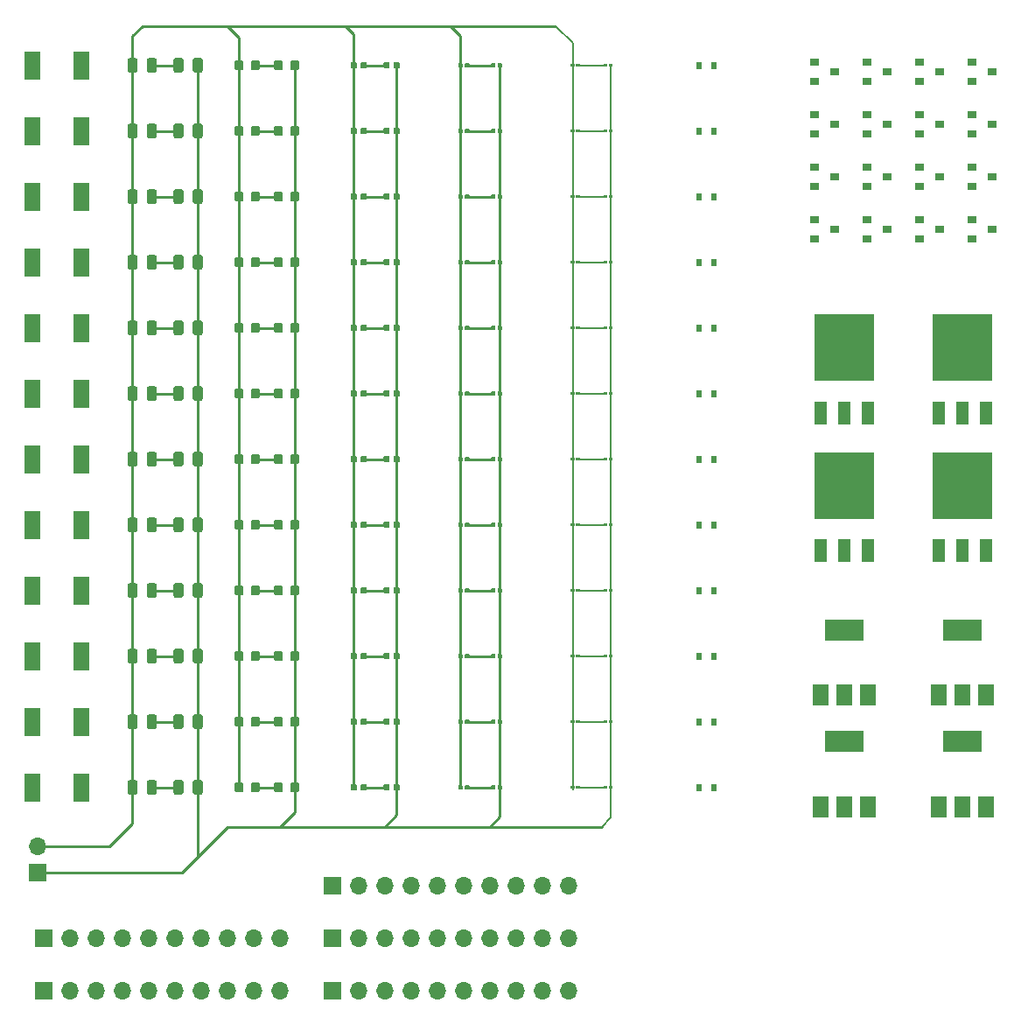
<source format=gbr>
G04 #@! TF.GenerationSoftware,KiCad,Pcbnew,(5.1.5)-3*
G04 #@! TF.CreationDate,2020-12-04T11:44:08+01:00*
G04 #@! TF.ProjectId,SolderPractice,536f6c64-6572-4507-9261-63746963652e,rev?*
G04 #@! TF.SameCoordinates,Original*
G04 #@! TF.FileFunction,Copper,L1,Top*
G04 #@! TF.FilePolarity,Positive*
%FSLAX46Y46*%
G04 Gerber Fmt 4.6, Leading zero omitted, Abs format (unit mm)*
G04 Created by KiCad (PCBNEW (5.1.5)-3) date 2020-12-04 11:44:08*
%MOMM*%
%LPD*%
G04 APERTURE LIST*
%ADD10R,1.500000X2.000000*%
%ADD11R,3.800000X2.000000*%
%ADD12R,5.800000X6.400000*%
%ADD13R,1.200000X2.200000*%
%ADD14C,0.100000*%
%ADD15R,0.900000X0.800000*%
%ADD16O,1.700000X1.700000*%
%ADD17R,1.700000X1.700000*%
%ADD18R,0.600000X0.700000*%
%ADD19R,1.500000X2.700000*%
%ADD20C,0.250000*%
%ADD21C,0.200000*%
G04 APERTURE END LIST*
D10*
X477760000Y-178410000D03*
X482360000Y-178410000D03*
X480060000Y-178410000D03*
D11*
X480060000Y-172110000D03*
D10*
X477760000Y-167615000D03*
X482360000Y-167615000D03*
X480060000Y-167615000D03*
D11*
X480060000Y-161315000D03*
D12*
X468630000Y-147320000D03*
D13*
X470910000Y-153620000D03*
X468630000Y-153620000D03*
X466350000Y-153620000D03*
D12*
X480060000Y-133985000D03*
D13*
X482340000Y-140285000D03*
X480060000Y-140285000D03*
X477780000Y-140285000D03*
D10*
X466330000Y-178410000D03*
X470930000Y-178410000D03*
X468630000Y-178410000D03*
D11*
X468630000Y-172110000D03*
D10*
X466330000Y-167615000D03*
X470930000Y-167615000D03*
X468630000Y-167615000D03*
D11*
X468630000Y-161315000D03*
D12*
X480060000Y-147320000D03*
D13*
X482340000Y-153620000D03*
X480060000Y-153620000D03*
X477780000Y-153620000D03*
D12*
X468630000Y-133985000D03*
D13*
X470910000Y-140285000D03*
X468630000Y-140285000D03*
X466350000Y-140285000D03*
G04 #@! TA.AperFunction,SMDPad,CuDef*
D14*
G36*
X446152351Y-176380361D02*
G01*
X446159632Y-176381441D01*
X446166771Y-176383229D01*
X446173701Y-176385709D01*
X446180355Y-176388856D01*
X446186668Y-176392640D01*
X446192579Y-176397024D01*
X446198033Y-176401967D01*
X446202976Y-176407421D01*
X446207360Y-176413332D01*
X446211144Y-176419645D01*
X446214291Y-176426299D01*
X446216771Y-176433229D01*
X446218559Y-176440368D01*
X446219639Y-176447649D01*
X446220000Y-176455000D01*
X446220000Y-176605000D01*
X446219639Y-176612351D01*
X446218559Y-176619632D01*
X446216771Y-176626771D01*
X446214291Y-176633701D01*
X446211144Y-176640355D01*
X446207360Y-176646668D01*
X446202976Y-176652579D01*
X446198033Y-176658033D01*
X446192579Y-176662976D01*
X446186668Y-176667360D01*
X446180355Y-176671144D01*
X446173701Y-176674291D01*
X446166771Y-176676771D01*
X446159632Y-176678559D01*
X446152351Y-176679639D01*
X446145000Y-176680000D01*
X445895000Y-176680000D01*
X445887649Y-176679639D01*
X445880368Y-176678559D01*
X445873229Y-176676771D01*
X445866299Y-176674291D01*
X445859645Y-176671144D01*
X445853332Y-176667360D01*
X445847421Y-176662976D01*
X445841967Y-176658033D01*
X445837024Y-176652579D01*
X445832640Y-176646668D01*
X445828856Y-176640355D01*
X445825709Y-176633701D01*
X445823229Y-176626771D01*
X445821441Y-176619632D01*
X445820361Y-176612351D01*
X445820000Y-176605000D01*
X445820000Y-176455000D01*
X445820361Y-176447649D01*
X445821441Y-176440368D01*
X445823229Y-176433229D01*
X445825709Y-176426299D01*
X445828856Y-176419645D01*
X445832640Y-176413332D01*
X445837024Y-176407421D01*
X445841967Y-176401967D01*
X445847421Y-176397024D01*
X445853332Y-176392640D01*
X445859645Y-176388856D01*
X445866299Y-176385709D01*
X445873229Y-176383229D01*
X445880368Y-176381441D01*
X445887649Y-176380361D01*
X445895000Y-176380000D01*
X446145000Y-176380000D01*
X446152351Y-176380361D01*
G37*
G04 #@! TD.AperFunction*
G04 #@! TA.AperFunction,SMDPad,CuDef*
G36*
X445652351Y-176380361D02*
G01*
X445659632Y-176381441D01*
X445666771Y-176383229D01*
X445673701Y-176385709D01*
X445680355Y-176388856D01*
X445686668Y-176392640D01*
X445692579Y-176397024D01*
X445698033Y-176401967D01*
X445702976Y-176407421D01*
X445707360Y-176413332D01*
X445711144Y-176419645D01*
X445714291Y-176426299D01*
X445716771Y-176433229D01*
X445718559Y-176440368D01*
X445719639Y-176447649D01*
X445720000Y-176455000D01*
X445720000Y-176605000D01*
X445719639Y-176612351D01*
X445718559Y-176619632D01*
X445716771Y-176626771D01*
X445714291Y-176633701D01*
X445711144Y-176640355D01*
X445707360Y-176646668D01*
X445702976Y-176652579D01*
X445698033Y-176658033D01*
X445692579Y-176662976D01*
X445686668Y-176667360D01*
X445680355Y-176671144D01*
X445673701Y-176674291D01*
X445666771Y-176676771D01*
X445659632Y-176678559D01*
X445652351Y-176679639D01*
X445645000Y-176680000D01*
X445395000Y-176680000D01*
X445387649Y-176679639D01*
X445380368Y-176678559D01*
X445373229Y-176676771D01*
X445366299Y-176674291D01*
X445359645Y-176671144D01*
X445353332Y-176667360D01*
X445347421Y-176662976D01*
X445341967Y-176658033D01*
X445337024Y-176652579D01*
X445332640Y-176646668D01*
X445328856Y-176640355D01*
X445325709Y-176633701D01*
X445323229Y-176626771D01*
X445321441Y-176619632D01*
X445320361Y-176612351D01*
X445320000Y-176605000D01*
X445320000Y-176455000D01*
X445320361Y-176447649D01*
X445321441Y-176440368D01*
X445323229Y-176433229D01*
X445325709Y-176426299D01*
X445328856Y-176419645D01*
X445332640Y-176413332D01*
X445337024Y-176407421D01*
X445341967Y-176401967D01*
X445347421Y-176397024D01*
X445353332Y-176392640D01*
X445359645Y-176388856D01*
X445366299Y-176385709D01*
X445373229Y-176383229D01*
X445380368Y-176381441D01*
X445387649Y-176380361D01*
X445395000Y-176380000D01*
X445645000Y-176380000D01*
X445652351Y-176380361D01*
G37*
G04 #@! TD.AperFunction*
G04 #@! TA.AperFunction,SMDPad,CuDef*
G36*
X446152351Y-170030361D02*
G01*
X446159632Y-170031441D01*
X446166771Y-170033229D01*
X446173701Y-170035709D01*
X446180355Y-170038856D01*
X446186668Y-170042640D01*
X446192579Y-170047024D01*
X446198033Y-170051967D01*
X446202976Y-170057421D01*
X446207360Y-170063332D01*
X446211144Y-170069645D01*
X446214291Y-170076299D01*
X446216771Y-170083229D01*
X446218559Y-170090368D01*
X446219639Y-170097649D01*
X446220000Y-170105000D01*
X446220000Y-170255000D01*
X446219639Y-170262351D01*
X446218559Y-170269632D01*
X446216771Y-170276771D01*
X446214291Y-170283701D01*
X446211144Y-170290355D01*
X446207360Y-170296668D01*
X446202976Y-170302579D01*
X446198033Y-170308033D01*
X446192579Y-170312976D01*
X446186668Y-170317360D01*
X446180355Y-170321144D01*
X446173701Y-170324291D01*
X446166771Y-170326771D01*
X446159632Y-170328559D01*
X446152351Y-170329639D01*
X446145000Y-170330000D01*
X445895000Y-170330000D01*
X445887649Y-170329639D01*
X445880368Y-170328559D01*
X445873229Y-170326771D01*
X445866299Y-170324291D01*
X445859645Y-170321144D01*
X445853332Y-170317360D01*
X445847421Y-170312976D01*
X445841967Y-170308033D01*
X445837024Y-170302579D01*
X445832640Y-170296668D01*
X445828856Y-170290355D01*
X445825709Y-170283701D01*
X445823229Y-170276771D01*
X445821441Y-170269632D01*
X445820361Y-170262351D01*
X445820000Y-170255000D01*
X445820000Y-170105000D01*
X445820361Y-170097649D01*
X445821441Y-170090368D01*
X445823229Y-170083229D01*
X445825709Y-170076299D01*
X445828856Y-170069645D01*
X445832640Y-170063332D01*
X445837024Y-170057421D01*
X445841967Y-170051967D01*
X445847421Y-170047024D01*
X445853332Y-170042640D01*
X445859645Y-170038856D01*
X445866299Y-170035709D01*
X445873229Y-170033229D01*
X445880368Y-170031441D01*
X445887649Y-170030361D01*
X445895000Y-170030000D01*
X446145000Y-170030000D01*
X446152351Y-170030361D01*
G37*
G04 #@! TD.AperFunction*
G04 #@! TA.AperFunction,SMDPad,CuDef*
G36*
X445652351Y-170030361D02*
G01*
X445659632Y-170031441D01*
X445666771Y-170033229D01*
X445673701Y-170035709D01*
X445680355Y-170038856D01*
X445686668Y-170042640D01*
X445692579Y-170047024D01*
X445698033Y-170051967D01*
X445702976Y-170057421D01*
X445707360Y-170063332D01*
X445711144Y-170069645D01*
X445714291Y-170076299D01*
X445716771Y-170083229D01*
X445718559Y-170090368D01*
X445719639Y-170097649D01*
X445720000Y-170105000D01*
X445720000Y-170255000D01*
X445719639Y-170262351D01*
X445718559Y-170269632D01*
X445716771Y-170276771D01*
X445714291Y-170283701D01*
X445711144Y-170290355D01*
X445707360Y-170296668D01*
X445702976Y-170302579D01*
X445698033Y-170308033D01*
X445692579Y-170312976D01*
X445686668Y-170317360D01*
X445680355Y-170321144D01*
X445673701Y-170324291D01*
X445666771Y-170326771D01*
X445659632Y-170328559D01*
X445652351Y-170329639D01*
X445645000Y-170330000D01*
X445395000Y-170330000D01*
X445387649Y-170329639D01*
X445380368Y-170328559D01*
X445373229Y-170326771D01*
X445366299Y-170324291D01*
X445359645Y-170321144D01*
X445353332Y-170317360D01*
X445347421Y-170312976D01*
X445341967Y-170308033D01*
X445337024Y-170302579D01*
X445332640Y-170296668D01*
X445328856Y-170290355D01*
X445325709Y-170283701D01*
X445323229Y-170276771D01*
X445321441Y-170269632D01*
X445320361Y-170262351D01*
X445320000Y-170255000D01*
X445320000Y-170105000D01*
X445320361Y-170097649D01*
X445321441Y-170090368D01*
X445323229Y-170083229D01*
X445325709Y-170076299D01*
X445328856Y-170069645D01*
X445332640Y-170063332D01*
X445337024Y-170057421D01*
X445341967Y-170051967D01*
X445347421Y-170047024D01*
X445353332Y-170042640D01*
X445359645Y-170038856D01*
X445366299Y-170035709D01*
X445373229Y-170033229D01*
X445380368Y-170031441D01*
X445387649Y-170030361D01*
X445395000Y-170030000D01*
X445645000Y-170030000D01*
X445652351Y-170030361D01*
G37*
G04 #@! TD.AperFunction*
G04 #@! TA.AperFunction,SMDPad,CuDef*
G36*
X446152351Y-163680361D02*
G01*
X446159632Y-163681441D01*
X446166771Y-163683229D01*
X446173701Y-163685709D01*
X446180355Y-163688856D01*
X446186668Y-163692640D01*
X446192579Y-163697024D01*
X446198033Y-163701967D01*
X446202976Y-163707421D01*
X446207360Y-163713332D01*
X446211144Y-163719645D01*
X446214291Y-163726299D01*
X446216771Y-163733229D01*
X446218559Y-163740368D01*
X446219639Y-163747649D01*
X446220000Y-163755000D01*
X446220000Y-163905000D01*
X446219639Y-163912351D01*
X446218559Y-163919632D01*
X446216771Y-163926771D01*
X446214291Y-163933701D01*
X446211144Y-163940355D01*
X446207360Y-163946668D01*
X446202976Y-163952579D01*
X446198033Y-163958033D01*
X446192579Y-163962976D01*
X446186668Y-163967360D01*
X446180355Y-163971144D01*
X446173701Y-163974291D01*
X446166771Y-163976771D01*
X446159632Y-163978559D01*
X446152351Y-163979639D01*
X446145000Y-163980000D01*
X445895000Y-163980000D01*
X445887649Y-163979639D01*
X445880368Y-163978559D01*
X445873229Y-163976771D01*
X445866299Y-163974291D01*
X445859645Y-163971144D01*
X445853332Y-163967360D01*
X445847421Y-163962976D01*
X445841967Y-163958033D01*
X445837024Y-163952579D01*
X445832640Y-163946668D01*
X445828856Y-163940355D01*
X445825709Y-163933701D01*
X445823229Y-163926771D01*
X445821441Y-163919632D01*
X445820361Y-163912351D01*
X445820000Y-163905000D01*
X445820000Y-163755000D01*
X445820361Y-163747649D01*
X445821441Y-163740368D01*
X445823229Y-163733229D01*
X445825709Y-163726299D01*
X445828856Y-163719645D01*
X445832640Y-163713332D01*
X445837024Y-163707421D01*
X445841967Y-163701967D01*
X445847421Y-163697024D01*
X445853332Y-163692640D01*
X445859645Y-163688856D01*
X445866299Y-163685709D01*
X445873229Y-163683229D01*
X445880368Y-163681441D01*
X445887649Y-163680361D01*
X445895000Y-163680000D01*
X446145000Y-163680000D01*
X446152351Y-163680361D01*
G37*
G04 #@! TD.AperFunction*
G04 #@! TA.AperFunction,SMDPad,CuDef*
G36*
X445652351Y-163680361D02*
G01*
X445659632Y-163681441D01*
X445666771Y-163683229D01*
X445673701Y-163685709D01*
X445680355Y-163688856D01*
X445686668Y-163692640D01*
X445692579Y-163697024D01*
X445698033Y-163701967D01*
X445702976Y-163707421D01*
X445707360Y-163713332D01*
X445711144Y-163719645D01*
X445714291Y-163726299D01*
X445716771Y-163733229D01*
X445718559Y-163740368D01*
X445719639Y-163747649D01*
X445720000Y-163755000D01*
X445720000Y-163905000D01*
X445719639Y-163912351D01*
X445718559Y-163919632D01*
X445716771Y-163926771D01*
X445714291Y-163933701D01*
X445711144Y-163940355D01*
X445707360Y-163946668D01*
X445702976Y-163952579D01*
X445698033Y-163958033D01*
X445692579Y-163962976D01*
X445686668Y-163967360D01*
X445680355Y-163971144D01*
X445673701Y-163974291D01*
X445666771Y-163976771D01*
X445659632Y-163978559D01*
X445652351Y-163979639D01*
X445645000Y-163980000D01*
X445395000Y-163980000D01*
X445387649Y-163979639D01*
X445380368Y-163978559D01*
X445373229Y-163976771D01*
X445366299Y-163974291D01*
X445359645Y-163971144D01*
X445353332Y-163967360D01*
X445347421Y-163962976D01*
X445341967Y-163958033D01*
X445337024Y-163952579D01*
X445332640Y-163946668D01*
X445328856Y-163940355D01*
X445325709Y-163933701D01*
X445323229Y-163926771D01*
X445321441Y-163919632D01*
X445320361Y-163912351D01*
X445320000Y-163905000D01*
X445320000Y-163755000D01*
X445320361Y-163747649D01*
X445321441Y-163740368D01*
X445323229Y-163733229D01*
X445325709Y-163726299D01*
X445328856Y-163719645D01*
X445332640Y-163713332D01*
X445337024Y-163707421D01*
X445341967Y-163701967D01*
X445347421Y-163697024D01*
X445353332Y-163692640D01*
X445359645Y-163688856D01*
X445366299Y-163685709D01*
X445373229Y-163683229D01*
X445380368Y-163681441D01*
X445387649Y-163680361D01*
X445395000Y-163680000D01*
X445645000Y-163680000D01*
X445652351Y-163680361D01*
G37*
G04 #@! TD.AperFunction*
G04 #@! TA.AperFunction,SMDPad,CuDef*
G36*
X446152351Y-157330361D02*
G01*
X446159632Y-157331441D01*
X446166771Y-157333229D01*
X446173701Y-157335709D01*
X446180355Y-157338856D01*
X446186668Y-157342640D01*
X446192579Y-157347024D01*
X446198033Y-157351967D01*
X446202976Y-157357421D01*
X446207360Y-157363332D01*
X446211144Y-157369645D01*
X446214291Y-157376299D01*
X446216771Y-157383229D01*
X446218559Y-157390368D01*
X446219639Y-157397649D01*
X446220000Y-157405000D01*
X446220000Y-157555000D01*
X446219639Y-157562351D01*
X446218559Y-157569632D01*
X446216771Y-157576771D01*
X446214291Y-157583701D01*
X446211144Y-157590355D01*
X446207360Y-157596668D01*
X446202976Y-157602579D01*
X446198033Y-157608033D01*
X446192579Y-157612976D01*
X446186668Y-157617360D01*
X446180355Y-157621144D01*
X446173701Y-157624291D01*
X446166771Y-157626771D01*
X446159632Y-157628559D01*
X446152351Y-157629639D01*
X446145000Y-157630000D01*
X445895000Y-157630000D01*
X445887649Y-157629639D01*
X445880368Y-157628559D01*
X445873229Y-157626771D01*
X445866299Y-157624291D01*
X445859645Y-157621144D01*
X445853332Y-157617360D01*
X445847421Y-157612976D01*
X445841967Y-157608033D01*
X445837024Y-157602579D01*
X445832640Y-157596668D01*
X445828856Y-157590355D01*
X445825709Y-157583701D01*
X445823229Y-157576771D01*
X445821441Y-157569632D01*
X445820361Y-157562351D01*
X445820000Y-157555000D01*
X445820000Y-157405000D01*
X445820361Y-157397649D01*
X445821441Y-157390368D01*
X445823229Y-157383229D01*
X445825709Y-157376299D01*
X445828856Y-157369645D01*
X445832640Y-157363332D01*
X445837024Y-157357421D01*
X445841967Y-157351967D01*
X445847421Y-157347024D01*
X445853332Y-157342640D01*
X445859645Y-157338856D01*
X445866299Y-157335709D01*
X445873229Y-157333229D01*
X445880368Y-157331441D01*
X445887649Y-157330361D01*
X445895000Y-157330000D01*
X446145000Y-157330000D01*
X446152351Y-157330361D01*
G37*
G04 #@! TD.AperFunction*
G04 #@! TA.AperFunction,SMDPad,CuDef*
G36*
X445652351Y-157330361D02*
G01*
X445659632Y-157331441D01*
X445666771Y-157333229D01*
X445673701Y-157335709D01*
X445680355Y-157338856D01*
X445686668Y-157342640D01*
X445692579Y-157347024D01*
X445698033Y-157351967D01*
X445702976Y-157357421D01*
X445707360Y-157363332D01*
X445711144Y-157369645D01*
X445714291Y-157376299D01*
X445716771Y-157383229D01*
X445718559Y-157390368D01*
X445719639Y-157397649D01*
X445720000Y-157405000D01*
X445720000Y-157555000D01*
X445719639Y-157562351D01*
X445718559Y-157569632D01*
X445716771Y-157576771D01*
X445714291Y-157583701D01*
X445711144Y-157590355D01*
X445707360Y-157596668D01*
X445702976Y-157602579D01*
X445698033Y-157608033D01*
X445692579Y-157612976D01*
X445686668Y-157617360D01*
X445680355Y-157621144D01*
X445673701Y-157624291D01*
X445666771Y-157626771D01*
X445659632Y-157628559D01*
X445652351Y-157629639D01*
X445645000Y-157630000D01*
X445395000Y-157630000D01*
X445387649Y-157629639D01*
X445380368Y-157628559D01*
X445373229Y-157626771D01*
X445366299Y-157624291D01*
X445359645Y-157621144D01*
X445353332Y-157617360D01*
X445347421Y-157612976D01*
X445341967Y-157608033D01*
X445337024Y-157602579D01*
X445332640Y-157596668D01*
X445328856Y-157590355D01*
X445325709Y-157583701D01*
X445323229Y-157576771D01*
X445321441Y-157569632D01*
X445320361Y-157562351D01*
X445320000Y-157555000D01*
X445320000Y-157405000D01*
X445320361Y-157397649D01*
X445321441Y-157390368D01*
X445323229Y-157383229D01*
X445325709Y-157376299D01*
X445328856Y-157369645D01*
X445332640Y-157363332D01*
X445337024Y-157357421D01*
X445341967Y-157351967D01*
X445347421Y-157347024D01*
X445353332Y-157342640D01*
X445359645Y-157338856D01*
X445366299Y-157335709D01*
X445373229Y-157333229D01*
X445380368Y-157331441D01*
X445387649Y-157330361D01*
X445395000Y-157330000D01*
X445645000Y-157330000D01*
X445652351Y-157330361D01*
G37*
G04 #@! TD.AperFunction*
G04 #@! TA.AperFunction,SMDPad,CuDef*
G36*
X446152351Y-150980361D02*
G01*
X446159632Y-150981441D01*
X446166771Y-150983229D01*
X446173701Y-150985709D01*
X446180355Y-150988856D01*
X446186668Y-150992640D01*
X446192579Y-150997024D01*
X446198033Y-151001967D01*
X446202976Y-151007421D01*
X446207360Y-151013332D01*
X446211144Y-151019645D01*
X446214291Y-151026299D01*
X446216771Y-151033229D01*
X446218559Y-151040368D01*
X446219639Y-151047649D01*
X446220000Y-151055000D01*
X446220000Y-151205000D01*
X446219639Y-151212351D01*
X446218559Y-151219632D01*
X446216771Y-151226771D01*
X446214291Y-151233701D01*
X446211144Y-151240355D01*
X446207360Y-151246668D01*
X446202976Y-151252579D01*
X446198033Y-151258033D01*
X446192579Y-151262976D01*
X446186668Y-151267360D01*
X446180355Y-151271144D01*
X446173701Y-151274291D01*
X446166771Y-151276771D01*
X446159632Y-151278559D01*
X446152351Y-151279639D01*
X446145000Y-151280000D01*
X445895000Y-151280000D01*
X445887649Y-151279639D01*
X445880368Y-151278559D01*
X445873229Y-151276771D01*
X445866299Y-151274291D01*
X445859645Y-151271144D01*
X445853332Y-151267360D01*
X445847421Y-151262976D01*
X445841967Y-151258033D01*
X445837024Y-151252579D01*
X445832640Y-151246668D01*
X445828856Y-151240355D01*
X445825709Y-151233701D01*
X445823229Y-151226771D01*
X445821441Y-151219632D01*
X445820361Y-151212351D01*
X445820000Y-151205000D01*
X445820000Y-151055000D01*
X445820361Y-151047649D01*
X445821441Y-151040368D01*
X445823229Y-151033229D01*
X445825709Y-151026299D01*
X445828856Y-151019645D01*
X445832640Y-151013332D01*
X445837024Y-151007421D01*
X445841967Y-151001967D01*
X445847421Y-150997024D01*
X445853332Y-150992640D01*
X445859645Y-150988856D01*
X445866299Y-150985709D01*
X445873229Y-150983229D01*
X445880368Y-150981441D01*
X445887649Y-150980361D01*
X445895000Y-150980000D01*
X446145000Y-150980000D01*
X446152351Y-150980361D01*
G37*
G04 #@! TD.AperFunction*
G04 #@! TA.AperFunction,SMDPad,CuDef*
G36*
X445652351Y-150980361D02*
G01*
X445659632Y-150981441D01*
X445666771Y-150983229D01*
X445673701Y-150985709D01*
X445680355Y-150988856D01*
X445686668Y-150992640D01*
X445692579Y-150997024D01*
X445698033Y-151001967D01*
X445702976Y-151007421D01*
X445707360Y-151013332D01*
X445711144Y-151019645D01*
X445714291Y-151026299D01*
X445716771Y-151033229D01*
X445718559Y-151040368D01*
X445719639Y-151047649D01*
X445720000Y-151055000D01*
X445720000Y-151205000D01*
X445719639Y-151212351D01*
X445718559Y-151219632D01*
X445716771Y-151226771D01*
X445714291Y-151233701D01*
X445711144Y-151240355D01*
X445707360Y-151246668D01*
X445702976Y-151252579D01*
X445698033Y-151258033D01*
X445692579Y-151262976D01*
X445686668Y-151267360D01*
X445680355Y-151271144D01*
X445673701Y-151274291D01*
X445666771Y-151276771D01*
X445659632Y-151278559D01*
X445652351Y-151279639D01*
X445645000Y-151280000D01*
X445395000Y-151280000D01*
X445387649Y-151279639D01*
X445380368Y-151278559D01*
X445373229Y-151276771D01*
X445366299Y-151274291D01*
X445359645Y-151271144D01*
X445353332Y-151267360D01*
X445347421Y-151262976D01*
X445341967Y-151258033D01*
X445337024Y-151252579D01*
X445332640Y-151246668D01*
X445328856Y-151240355D01*
X445325709Y-151233701D01*
X445323229Y-151226771D01*
X445321441Y-151219632D01*
X445320361Y-151212351D01*
X445320000Y-151205000D01*
X445320000Y-151055000D01*
X445320361Y-151047649D01*
X445321441Y-151040368D01*
X445323229Y-151033229D01*
X445325709Y-151026299D01*
X445328856Y-151019645D01*
X445332640Y-151013332D01*
X445337024Y-151007421D01*
X445341967Y-151001967D01*
X445347421Y-150997024D01*
X445353332Y-150992640D01*
X445359645Y-150988856D01*
X445366299Y-150985709D01*
X445373229Y-150983229D01*
X445380368Y-150981441D01*
X445387649Y-150980361D01*
X445395000Y-150980000D01*
X445645000Y-150980000D01*
X445652351Y-150980361D01*
G37*
G04 #@! TD.AperFunction*
G04 #@! TA.AperFunction,SMDPad,CuDef*
G36*
X446152351Y-144630361D02*
G01*
X446159632Y-144631441D01*
X446166771Y-144633229D01*
X446173701Y-144635709D01*
X446180355Y-144638856D01*
X446186668Y-144642640D01*
X446192579Y-144647024D01*
X446198033Y-144651967D01*
X446202976Y-144657421D01*
X446207360Y-144663332D01*
X446211144Y-144669645D01*
X446214291Y-144676299D01*
X446216771Y-144683229D01*
X446218559Y-144690368D01*
X446219639Y-144697649D01*
X446220000Y-144705000D01*
X446220000Y-144855000D01*
X446219639Y-144862351D01*
X446218559Y-144869632D01*
X446216771Y-144876771D01*
X446214291Y-144883701D01*
X446211144Y-144890355D01*
X446207360Y-144896668D01*
X446202976Y-144902579D01*
X446198033Y-144908033D01*
X446192579Y-144912976D01*
X446186668Y-144917360D01*
X446180355Y-144921144D01*
X446173701Y-144924291D01*
X446166771Y-144926771D01*
X446159632Y-144928559D01*
X446152351Y-144929639D01*
X446145000Y-144930000D01*
X445895000Y-144930000D01*
X445887649Y-144929639D01*
X445880368Y-144928559D01*
X445873229Y-144926771D01*
X445866299Y-144924291D01*
X445859645Y-144921144D01*
X445853332Y-144917360D01*
X445847421Y-144912976D01*
X445841967Y-144908033D01*
X445837024Y-144902579D01*
X445832640Y-144896668D01*
X445828856Y-144890355D01*
X445825709Y-144883701D01*
X445823229Y-144876771D01*
X445821441Y-144869632D01*
X445820361Y-144862351D01*
X445820000Y-144855000D01*
X445820000Y-144705000D01*
X445820361Y-144697649D01*
X445821441Y-144690368D01*
X445823229Y-144683229D01*
X445825709Y-144676299D01*
X445828856Y-144669645D01*
X445832640Y-144663332D01*
X445837024Y-144657421D01*
X445841967Y-144651967D01*
X445847421Y-144647024D01*
X445853332Y-144642640D01*
X445859645Y-144638856D01*
X445866299Y-144635709D01*
X445873229Y-144633229D01*
X445880368Y-144631441D01*
X445887649Y-144630361D01*
X445895000Y-144630000D01*
X446145000Y-144630000D01*
X446152351Y-144630361D01*
G37*
G04 #@! TD.AperFunction*
G04 #@! TA.AperFunction,SMDPad,CuDef*
G36*
X445652351Y-144630361D02*
G01*
X445659632Y-144631441D01*
X445666771Y-144633229D01*
X445673701Y-144635709D01*
X445680355Y-144638856D01*
X445686668Y-144642640D01*
X445692579Y-144647024D01*
X445698033Y-144651967D01*
X445702976Y-144657421D01*
X445707360Y-144663332D01*
X445711144Y-144669645D01*
X445714291Y-144676299D01*
X445716771Y-144683229D01*
X445718559Y-144690368D01*
X445719639Y-144697649D01*
X445720000Y-144705000D01*
X445720000Y-144855000D01*
X445719639Y-144862351D01*
X445718559Y-144869632D01*
X445716771Y-144876771D01*
X445714291Y-144883701D01*
X445711144Y-144890355D01*
X445707360Y-144896668D01*
X445702976Y-144902579D01*
X445698033Y-144908033D01*
X445692579Y-144912976D01*
X445686668Y-144917360D01*
X445680355Y-144921144D01*
X445673701Y-144924291D01*
X445666771Y-144926771D01*
X445659632Y-144928559D01*
X445652351Y-144929639D01*
X445645000Y-144930000D01*
X445395000Y-144930000D01*
X445387649Y-144929639D01*
X445380368Y-144928559D01*
X445373229Y-144926771D01*
X445366299Y-144924291D01*
X445359645Y-144921144D01*
X445353332Y-144917360D01*
X445347421Y-144912976D01*
X445341967Y-144908033D01*
X445337024Y-144902579D01*
X445332640Y-144896668D01*
X445328856Y-144890355D01*
X445325709Y-144883701D01*
X445323229Y-144876771D01*
X445321441Y-144869632D01*
X445320361Y-144862351D01*
X445320000Y-144855000D01*
X445320000Y-144705000D01*
X445320361Y-144697649D01*
X445321441Y-144690368D01*
X445323229Y-144683229D01*
X445325709Y-144676299D01*
X445328856Y-144669645D01*
X445332640Y-144663332D01*
X445337024Y-144657421D01*
X445341967Y-144651967D01*
X445347421Y-144647024D01*
X445353332Y-144642640D01*
X445359645Y-144638856D01*
X445366299Y-144635709D01*
X445373229Y-144633229D01*
X445380368Y-144631441D01*
X445387649Y-144630361D01*
X445395000Y-144630000D01*
X445645000Y-144630000D01*
X445652351Y-144630361D01*
G37*
G04 #@! TD.AperFunction*
G04 #@! TA.AperFunction,SMDPad,CuDef*
G36*
X446152351Y-138280361D02*
G01*
X446159632Y-138281441D01*
X446166771Y-138283229D01*
X446173701Y-138285709D01*
X446180355Y-138288856D01*
X446186668Y-138292640D01*
X446192579Y-138297024D01*
X446198033Y-138301967D01*
X446202976Y-138307421D01*
X446207360Y-138313332D01*
X446211144Y-138319645D01*
X446214291Y-138326299D01*
X446216771Y-138333229D01*
X446218559Y-138340368D01*
X446219639Y-138347649D01*
X446220000Y-138355000D01*
X446220000Y-138505000D01*
X446219639Y-138512351D01*
X446218559Y-138519632D01*
X446216771Y-138526771D01*
X446214291Y-138533701D01*
X446211144Y-138540355D01*
X446207360Y-138546668D01*
X446202976Y-138552579D01*
X446198033Y-138558033D01*
X446192579Y-138562976D01*
X446186668Y-138567360D01*
X446180355Y-138571144D01*
X446173701Y-138574291D01*
X446166771Y-138576771D01*
X446159632Y-138578559D01*
X446152351Y-138579639D01*
X446145000Y-138580000D01*
X445895000Y-138580000D01*
X445887649Y-138579639D01*
X445880368Y-138578559D01*
X445873229Y-138576771D01*
X445866299Y-138574291D01*
X445859645Y-138571144D01*
X445853332Y-138567360D01*
X445847421Y-138562976D01*
X445841967Y-138558033D01*
X445837024Y-138552579D01*
X445832640Y-138546668D01*
X445828856Y-138540355D01*
X445825709Y-138533701D01*
X445823229Y-138526771D01*
X445821441Y-138519632D01*
X445820361Y-138512351D01*
X445820000Y-138505000D01*
X445820000Y-138355000D01*
X445820361Y-138347649D01*
X445821441Y-138340368D01*
X445823229Y-138333229D01*
X445825709Y-138326299D01*
X445828856Y-138319645D01*
X445832640Y-138313332D01*
X445837024Y-138307421D01*
X445841967Y-138301967D01*
X445847421Y-138297024D01*
X445853332Y-138292640D01*
X445859645Y-138288856D01*
X445866299Y-138285709D01*
X445873229Y-138283229D01*
X445880368Y-138281441D01*
X445887649Y-138280361D01*
X445895000Y-138280000D01*
X446145000Y-138280000D01*
X446152351Y-138280361D01*
G37*
G04 #@! TD.AperFunction*
G04 #@! TA.AperFunction,SMDPad,CuDef*
G36*
X445652351Y-138280361D02*
G01*
X445659632Y-138281441D01*
X445666771Y-138283229D01*
X445673701Y-138285709D01*
X445680355Y-138288856D01*
X445686668Y-138292640D01*
X445692579Y-138297024D01*
X445698033Y-138301967D01*
X445702976Y-138307421D01*
X445707360Y-138313332D01*
X445711144Y-138319645D01*
X445714291Y-138326299D01*
X445716771Y-138333229D01*
X445718559Y-138340368D01*
X445719639Y-138347649D01*
X445720000Y-138355000D01*
X445720000Y-138505000D01*
X445719639Y-138512351D01*
X445718559Y-138519632D01*
X445716771Y-138526771D01*
X445714291Y-138533701D01*
X445711144Y-138540355D01*
X445707360Y-138546668D01*
X445702976Y-138552579D01*
X445698033Y-138558033D01*
X445692579Y-138562976D01*
X445686668Y-138567360D01*
X445680355Y-138571144D01*
X445673701Y-138574291D01*
X445666771Y-138576771D01*
X445659632Y-138578559D01*
X445652351Y-138579639D01*
X445645000Y-138580000D01*
X445395000Y-138580000D01*
X445387649Y-138579639D01*
X445380368Y-138578559D01*
X445373229Y-138576771D01*
X445366299Y-138574291D01*
X445359645Y-138571144D01*
X445353332Y-138567360D01*
X445347421Y-138562976D01*
X445341967Y-138558033D01*
X445337024Y-138552579D01*
X445332640Y-138546668D01*
X445328856Y-138540355D01*
X445325709Y-138533701D01*
X445323229Y-138526771D01*
X445321441Y-138519632D01*
X445320361Y-138512351D01*
X445320000Y-138505000D01*
X445320000Y-138355000D01*
X445320361Y-138347649D01*
X445321441Y-138340368D01*
X445323229Y-138333229D01*
X445325709Y-138326299D01*
X445328856Y-138319645D01*
X445332640Y-138313332D01*
X445337024Y-138307421D01*
X445341967Y-138301967D01*
X445347421Y-138297024D01*
X445353332Y-138292640D01*
X445359645Y-138288856D01*
X445366299Y-138285709D01*
X445373229Y-138283229D01*
X445380368Y-138281441D01*
X445387649Y-138280361D01*
X445395000Y-138280000D01*
X445645000Y-138280000D01*
X445652351Y-138280361D01*
G37*
G04 #@! TD.AperFunction*
G04 #@! TA.AperFunction,SMDPad,CuDef*
G36*
X446152351Y-131930361D02*
G01*
X446159632Y-131931441D01*
X446166771Y-131933229D01*
X446173701Y-131935709D01*
X446180355Y-131938856D01*
X446186668Y-131942640D01*
X446192579Y-131947024D01*
X446198033Y-131951967D01*
X446202976Y-131957421D01*
X446207360Y-131963332D01*
X446211144Y-131969645D01*
X446214291Y-131976299D01*
X446216771Y-131983229D01*
X446218559Y-131990368D01*
X446219639Y-131997649D01*
X446220000Y-132005000D01*
X446220000Y-132155000D01*
X446219639Y-132162351D01*
X446218559Y-132169632D01*
X446216771Y-132176771D01*
X446214291Y-132183701D01*
X446211144Y-132190355D01*
X446207360Y-132196668D01*
X446202976Y-132202579D01*
X446198033Y-132208033D01*
X446192579Y-132212976D01*
X446186668Y-132217360D01*
X446180355Y-132221144D01*
X446173701Y-132224291D01*
X446166771Y-132226771D01*
X446159632Y-132228559D01*
X446152351Y-132229639D01*
X446145000Y-132230000D01*
X445895000Y-132230000D01*
X445887649Y-132229639D01*
X445880368Y-132228559D01*
X445873229Y-132226771D01*
X445866299Y-132224291D01*
X445859645Y-132221144D01*
X445853332Y-132217360D01*
X445847421Y-132212976D01*
X445841967Y-132208033D01*
X445837024Y-132202579D01*
X445832640Y-132196668D01*
X445828856Y-132190355D01*
X445825709Y-132183701D01*
X445823229Y-132176771D01*
X445821441Y-132169632D01*
X445820361Y-132162351D01*
X445820000Y-132155000D01*
X445820000Y-132005000D01*
X445820361Y-131997649D01*
X445821441Y-131990368D01*
X445823229Y-131983229D01*
X445825709Y-131976299D01*
X445828856Y-131969645D01*
X445832640Y-131963332D01*
X445837024Y-131957421D01*
X445841967Y-131951967D01*
X445847421Y-131947024D01*
X445853332Y-131942640D01*
X445859645Y-131938856D01*
X445866299Y-131935709D01*
X445873229Y-131933229D01*
X445880368Y-131931441D01*
X445887649Y-131930361D01*
X445895000Y-131930000D01*
X446145000Y-131930000D01*
X446152351Y-131930361D01*
G37*
G04 #@! TD.AperFunction*
G04 #@! TA.AperFunction,SMDPad,CuDef*
G36*
X445652351Y-131930361D02*
G01*
X445659632Y-131931441D01*
X445666771Y-131933229D01*
X445673701Y-131935709D01*
X445680355Y-131938856D01*
X445686668Y-131942640D01*
X445692579Y-131947024D01*
X445698033Y-131951967D01*
X445702976Y-131957421D01*
X445707360Y-131963332D01*
X445711144Y-131969645D01*
X445714291Y-131976299D01*
X445716771Y-131983229D01*
X445718559Y-131990368D01*
X445719639Y-131997649D01*
X445720000Y-132005000D01*
X445720000Y-132155000D01*
X445719639Y-132162351D01*
X445718559Y-132169632D01*
X445716771Y-132176771D01*
X445714291Y-132183701D01*
X445711144Y-132190355D01*
X445707360Y-132196668D01*
X445702976Y-132202579D01*
X445698033Y-132208033D01*
X445692579Y-132212976D01*
X445686668Y-132217360D01*
X445680355Y-132221144D01*
X445673701Y-132224291D01*
X445666771Y-132226771D01*
X445659632Y-132228559D01*
X445652351Y-132229639D01*
X445645000Y-132230000D01*
X445395000Y-132230000D01*
X445387649Y-132229639D01*
X445380368Y-132228559D01*
X445373229Y-132226771D01*
X445366299Y-132224291D01*
X445359645Y-132221144D01*
X445353332Y-132217360D01*
X445347421Y-132212976D01*
X445341967Y-132208033D01*
X445337024Y-132202579D01*
X445332640Y-132196668D01*
X445328856Y-132190355D01*
X445325709Y-132183701D01*
X445323229Y-132176771D01*
X445321441Y-132169632D01*
X445320361Y-132162351D01*
X445320000Y-132155000D01*
X445320000Y-132005000D01*
X445320361Y-131997649D01*
X445321441Y-131990368D01*
X445323229Y-131983229D01*
X445325709Y-131976299D01*
X445328856Y-131969645D01*
X445332640Y-131963332D01*
X445337024Y-131957421D01*
X445341967Y-131951967D01*
X445347421Y-131947024D01*
X445353332Y-131942640D01*
X445359645Y-131938856D01*
X445366299Y-131935709D01*
X445373229Y-131933229D01*
X445380368Y-131931441D01*
X445387649Y-131930361D01*
X445395000Y-131930000D01*
X445645000Y-131930000D01*
X445652351Y-131930361D01*
G37*
G04 #@! TD.AperFunction*
G04 #@! TA.AperFunction,SMDPad,CuDef*
G36*
X446152351Y-125580361D02*
G01*
X446159632Y-125581441D01*
X446166771Y-125583229D01*
X446173701Y-125585709D01*
X446180355Y-125588856D01*
X446186668Y-125592640D01*
X446192579Y-125597024D01*
X446198033Y-125601967D01*
X446202976Y-125607421D01*
X446207360Y-125613332D01*
X446211144Y-125619645D01*
X446214291Y-125626299D01*
X446216771Y-125633229D01*
X446218559Y-125640368D01*
X446219639Y-125647649D01*
X446220000Y-125655000D01*
X446220000Y-125805000D01*
X446219639Y-125812351D01*
X446218559Y-125819632D01*
X446216771Y-125826771D01*
X446214291Y-125833701D01*
X446211144Y-125840355D01*
X446207360Y-125846668D01*
X446202976Y-125852579D01*
X446198033Y-125858033D01*
X446192579Y-125862976D01*
X446186668Y-125867360D01*
X446180355Y-125871144D01*
X446173701Y-125874291D01*
X446166771Y-125876771D01*
X446159632Y-125878559D01*
X446152351Y-125879639D01*
X446145000Y-125880000D01*
X445895000Y-125880000D01*
X445887649Y-125879639D01*
X445880368Y-125878559D01*
X445873229Y-125876771D01*
X445866299Y-125874291D01*
X445859645Y-125871144D01*
X445853332Y-125867360D01*
X445847421Y-125862976D01*
X445841967Y-125858033D01*
X445837024Y-125852579D01*
X445832640Y-125846668D01*
X445828856Y-125840355D01*
X445825709Y-125833701D01*
X445823229Y-125826771D01*
X445821441Y-125819632D01*
X445820361Y-125812351D01*
X445820000Y-125805000D01*
X445820000Y-125655000D01*
X445820361Y-125647649D01*
X445821441Y-125640368D01*
X445823229Y-125633229D01*
X445825709Y-125626299D01*
X445828856Y-125619645D01*
X445832640Y-125613332D01*
X445837024Y-125607421D01*
X445841967Y-125601967D01*
X445847421Y-125597024D01*
X445853332Y-125592640D01*
X445859645Y-125588856D01*
X445866299Y-125585709D01*
X445873229Y-125583229D01*
X445880368Y-125581441D01*
X445887649Y-125580361D01*
X445895000Y-125580000D01*
X446145000Y-125580000D01*
X446152351Y-125580361D01*
G37*
G04 #@! TD.AperFunction*
G04 #@! TA.AperFunction,SMDPad,CuDef*
G36*
X445652351Y-125580361D02*
G01*
X445659632Y-125581441D01*
X445666771Y-125583229D01*
X445673701Y-125585709D01*
X445680355Y-125588856D01*
X445686668Y-125592640D01*
X445692579Y-125597024D01*
X445698033Y-125601967D01*
X445702976Y-125607421D01*
X445707360Y-125613332D01*
X445711144Y-125619645D01*
X445714291Y-125626299D01*
X445716771Y-125633229D01*
X445718559Y-125640368D01*
X445719639Y-125647649D01*
X445720000Y-125655000D01*
X445720000Y-125805000D01*
X445719639Y-125812351D01*
X445718559Y-125819632D01*
X445716771Y-125826771D01*
X445714291Y-125833701D01*
X445711144Y-125840355D01*
X445707360Y-125846668D01*
X445702976Y-125852579D01*
X445698033Y-125858033D01*
X445692579Y-125862976D01*
X445686668Y-125867360D01*
X445680355Y-125871144D01*
X445673701Y-125874291D01*
X445666771Y-125876771D01*
X445659632Y-125878559D01*
X445652351Y-125879639D01*
X445645000Y-125880000D01*
X445395000Y-125880000D01*
X445387649Y-125879639D01*
X445380368Y-125878559D01*
X445373229Y-125876771D01*
X445366299Y-125874291D01*
X445359645Y-125871144D01*
X445353332Y-125867360D01*
X445347421Y-125862976D01*
X445341967Y-125858033D01*
X445337024Y-125852579D01*
X445332640Y-125846668D01*
X445328856Y-125840355D01*
X445325709Y-125833701D01*
X445323229Y-125826771D01*
X445321441Y-125819632D01*
X445320361Y-125812351D01*
X445320000Y-125805000D01*
X445320000Y-125655000D01*
X445320361Y-125647649D01*
X445321441Y-125640368D01*
X445323229Y-125633229D01*
X445325709Y-125626299D01*
X445328856Y-125619645D01*
X445332640Y-125613332D01*
X445337024Y-125607421D01*
X445341967Y-125601967D01*
X445347421Y-125597024D01*
X445353332Y-125592640D01*
X445359645Y-125588856D01*
X445366299Y-125585709D01*
X445373229Y-125583229D01*
X445380368Y-125581441D01*
X445387649Y-125580361D01*
X445395000Y-125580000D01*
X445645000Y-125580000D01*
X445652351Y-125580361D01*
G37*
G04 #@! TD.AperFunction*
G04 #@! TA.AperFunction,SMDPad,CuDef*
G36*
X446152351Y-119230361D02*
G01*
X446159632Y-119231441D01*
X446166771Y-119233229D01*
X446173701Y-119235709D01*
X446180355Y-119238856D01*
X446186668Y-119242640D01*
X446192579Y-119247024D01*
X446198033Y-119251967D01*
X446202976Y-119257421D01*
X446207360Y-119263332D01*
X446211144Y-119269645D01*
X446214291Y-119276299D01*
X446216771Y-119283229D01*
X446218559Y-119290368D01*
X446219639Y-119297649D01*
X446220000Y-119305000D01*
X446220000Y-119455000D01*
X446219639Y-119462351D01*
X446218559Y-119469632D01*
X446216771Y-119476771D01*
X446214291Y-119483701D01*
X446211144Y-119490355D01*
X446207360Y-119496668D01*
X446202976Y-119502579D01*
X446198033Y-119508033D01*
X446192579Y-119512976D01*
X446186668Y-119517360D01*
X446180355Y-119521144D01*
X446173701Y-119524291D01*
X446166771Y-119526771D01*
X446159632Y-119528559D01*
X446152351Y-119529639D01*
X446145000Y-119530000D01*
X445895000Y-119530000D01*
X445887649Y-119529639D01*
X445880368Y-119528559D01*
X445873229Y-119526771D01*
X445866299Y-119524291D01*
X445859645Y-119521144D01*
X445853332Y-119517360D01*
X445847421Y-119512976D01*
X445841967Y-119508033D01*
X445837024Y-119502579D01*
X445832640Y-119496668D01*
X445828856Y-119490355D01*
X445825709Y-119483701D01*
X445823229Y-119476771D01*
X445821441Y-119469632D01*
X445820361Y-119462351D01*
X445820000Y-119455000D01*
X445820000Y-119305000D01*
X445820361Y-119297649D01*
X445821441Y-119290368D01*
X445823229Y-119283229D01*
X445825709Y-119276299D01*
X445828856Y-119269645D01*
X445832640Y-119263332D01*
X445837024Y-119257421D01*
X445841967Y-119251967D01*
X445847421Y-119247024D01*
X445853332Y-119242640D01*
X445859645Y-119238856D01*
X445866299Y-119235709D01*
X445873229Y-119233229D01*
X445880368Y-119231441D01*
X445887649Y-119230361D01*
X445895000Y-119230000D01*
X446145000Y-119230000D01*
X446152351Y-119230361D01*
G37*
G04 #@! TD.AperFunction*
G04 #@! TA.AperFunction,SMDPad,CuDef*
G36*
X445652351Y-119230361D02*
G01*
X445659632Y-119231441D01*
X445666771Y-119233229D01*
X445673701Y-119235709D01*
X445680355Y-119238856D01*
X445686668Y-119242640D01*
X445692579Y-119247024D01*
X445698033Y-119251967D01*
X445702976Y-119257421D01*
X445707360Y-119263332D01*
X445711144Y-119269645D01*
X445714291Y-119276299D01*
X445716771Y-119283229D01*
X445718559Y-119290368D01*
X445719639Y-119297649D01*
X445720000Y-119305000D01*
X445720000Y-119455000D01*
X445719639Y-119462351D01*
X445718559Y-119469632D01*
X445716771Y-119476771D01*
X445714291Y-119483701D01*
X445711144Y-119490355D01*
X445707360Y-119496668D01*
X445702976Y-119502579D01*
X445698033Y-119508033D01*
X445692579Y-119512976D01*
X445686668Y-119517360D01*
X445680355Y-119521144D01*
X445673701Y-119524291D01*
X445666771Y-119526771D01*
X445659632Y-119528559D01*
X445652351Y-119529639D01*
X445645000Y-119530000D01*
X445395000Y-119530000D01*
X445387649Y-119529639D01*
X445380368Y-119528559D01*
X445373229Y-119526771D01*
X445366299Y-119524291D01*
X445359645Y-119521144D01*
X445353332Y-119517360D01*
X445347421Y-119512976D01*
X445341967Y-119508033D01*
X445337024Y-119502579D01*
X445332640Y-119496668D01*
X445328856Y-119490355D01*
X445325709Y-119483701D01*
X445323229Y-119476771D01*
X445321441Y-119469632D01*
X445320361Y-119462351D01*
X445320000Y-119455000D01*
X445320000Y-119305000D01*
X445320361Y-119297649D01*
X445321441Y-119290368D01*
X445323229Y-119283229D01*
X445325709Y-119276299D01*
X445328856Y-119269645D01*
X445332640Y-119263332D01*
X445337024Y-119257421D01*
X445341967Y-119251967D01*
X445347421Y-119247024D01*
X445353332Y-119242640D01*
X445359645Y-119238856D01*
X445366299Y-119235709D01*
X445373229Y-119233229D01*
X445380368Y-119231441D01*
X445387649Y-119230361D01*
X445395000Y-119230000D01*
X445645000Y-119230000D01*
X445652351Y-119230361D01*
G37*
G04 #@! TD.AperFunction*
G04 #@! TA.AperFunction,SMDPad,CuDef*
G36*
X446152351Y-112880361D02*
G01*
X446159632Y-112881441D01*
X446166771Y-112883229D01*
X446173701Y-112885709D01*
X446180355Y-112888856D01*
X446186668Y-112892640D01*
X446192579Y-112897024D01*
X446198033Y-112901967D01*
X446202976Y-112907421D01*
X446207360Y-112913332D01*
X446211144Y-112919645D01*
X446214291Y-112926299D01*
X446216771Y-112933229D01*
X446218559Y-112940368D01*
X446219639Y-112947649D01*
X446220000Y-112955000D01*
X446220000Y-113105000D01*
X446219639Y-113112351D01*
X446218559Y-113119632D01*
X446216771Y-113126771D01*
X446214291Y-113133701D01*
X446211144Y-113140355D01*
X446207360Y-113146668D01*
X446202976Y-113152579D01*
X446198033Y-113158033D01*
X446192579Y-113162976D01*
X446186668Y-113167360D01*
X446180355Y-113171144D01*
X446173701Y-113174291D01*
X446166771Y-113176771D01*
X446159632Y-113178559D01*
X446152351Y-113179639D01*
X446145000Y-113180000D01*
X445895000Y-113180000D01*
X445887649Y-113179639D01*
X445880368Y-113178559D01*
X445873229Y-113176771D01*
X445866299Y-113174291D01*
X445859645Y-113171144D01*
X445853332Y-113167360D01*
X445847421Y-113162976D01*
X445841967Y-113158033D01*
X445837024Y-113152579D01*
X445832640Y-113146668D01*
X445828856Y-113140355D01*
X445825709Y-113133701D01*
X445823229Y-113126771D01*
X445821441Y-113119632D01*
X445820361Y-113112351D01*
X445820000Y-113105000D01*
X445820000Y-112955000D01*
X445820361Y-112947649D01*
X445821441Y-112940368D01*
X445823229Y-112933229D01*
X445825709Y-112926299D01*
X445828856Y-112919645D01*
X445832640Y-112913332D01*
X445837024Y-112907421D01*
X445841967Y-112901967D01*
X445847421Y-112897024D01*
X445853332Y-112892640D01*
X445859645Y-112888856D01*
X445866299Y-112885709D01*
X445873229Y-112883229D01*
X445880368Y-112881441D01*
X445887649Y-112880361D01*
X445895000Y-112880000D01*
X446145000Y-112880000D01*
X446152351Y-112880361D01*
G37*
G04 #@! TD.AperFunction*
G04 #@! TA.AperFunction,SMDPad,CuDef*
G36*
X445652351Y-112880361D02*
G01*
X445659632Y-112881441D01*
X445666771Y-112883229D01*
X445673701Y-112885709D01*
X445680355Y-112888856D01*
X445686668Y-112892640D01*
X445692579Y-112897024D01*
X445698033Y-112901967D01*
X445702976Y-112907421D01*
X445707360Y-112913332D01*
X445711144Y-112919645D01*
X445714291Y-112926299D01*
X445716771Y-112933229D01*
X445718559Y-112940368D01*
X445719639Y-112947649D01*
X445720000Y-112955000D01*
X445720000Y-113105000D01*
X445719639Y-113112351D01*
X445718559Y-113119632D01*
X445716771Y-113126771D01*
X445714291Y-113133701D01*
X445711144Y-113140355D01*
X445707360Y-113146668D01*
X445702976Y-113152579D01*
X445698033Y-113158033D01*
X445692579Y-113162976D01*
X445686668Y-113167360D01*
X445680355Y-113171144D01*
X445673701Y-113174291D01*
X445666771Y-113176771D01*
X445659632Y-113178559D01*
X445652351Y-113179639D01*
X445645000Y-113180000D01*
X445395000Y-113180000D01*
X445387649Y-113179639D01*
X445380368Y-113178559D01*
X445373229Y-113176771D01*
X445366299Y-113174291D01*
X445359645Y-113171144D01*
X445353332Y-113167360D01*
X445347421Y-113162976D01*
X445341967Y-113158033D01*
X445337024Y-113152579D01*
X445332640Y-113146668D01*
X445328856Y-113140355D01*
X445325709Y-113133701D01*
X445323229Y-113126771D01*
X445321441Y-113119632D01*
X445320361Y-113112351D01*
X445320000Y-113105000D01*
X445320000Y-112955000D01*
X445320361Y-112947649D01*
X445321441Y-112940368D01*
X445323229Y-112933229D01*
X445325709Y-112926299D01*
X445328856Y-112919645D01*
X445332640Y-112913332D01*
X445337024Y-112907421D01*
X445341967Y-112901967D01*
X445347421Y-112897024D01*
X445353332Y-112892640D01*
X445359645Y-112888856D01*
X445366299Y-112885709D01*
X445373229Y-112883229D01*
X445380368Y-112881441D01*
X445387649Y-112880361D01*
X445395000Y-112880000D01*
X445645000Y-112880000D01*
X445652351Y-112880361D01*
G37*
G04 #@! TD.AperFunction*
G04 #@! TA.AperFunction,SMDPad,CuDef*
G36*
X446152351Y-106530361D02*
G01*
X446159632Y-106531441D01*
X446166771Y-106533229D01*
X446173701Y-106535709D01*
X446180355Y-106538856D01*
X446186668Y-106542640D01*
X446192579Y-106547024D01*
X446198033Y-106551967D01*
X446202976Y-106557421D01*
X446207360Y-106563332D01*
X446211144Y-106569645D01*
X446214291Y-106576299D01*
X446216771Y-106583229D01*
X446218559Y-106590368D01*
X446219639Y-106597649D01*
X446220000Y-106605000D01*
X446220000Y-106755000D01*
X446219639Y-106762351D01*
X446218559Y-106769632D01*
X446216771Y-106776771D01*
X446214291Y-106783701D01*
X446211144Y-106790355D01*
X446207360Y-106796668D01*
X446202976Y-106802579D01*
X446198033Y-106808033D01*
X446192579Y-106812976D01*
X446186668Y-106817360D01*
X446180355Y-106821144D01*
X446173701Y-106824291D01*
X446166771Y-106826771D01*
X446159632Y-106828559D01*
X446152351Y-106829639D01*
X446145000Y-106830000D01*
X445895000Y-106830000D01*
X445887649Y-106829639D01*
X445880368Y-106828559D01*
X445873229Y-106826771D01*
X445866299Y-106824291D01*
X445859645Y-106821144D01*
X445853332Y-106817360D01*
X445847421Y-106812976D01*
X445841967Y-106808033D01*
X445837024Y-106802579D01*
X445832640Y-106796668D01*
X445828856Y-106790355D01*
X445825709Y-106783701D01*
X445823229Y-106776771D01*
X445821441Y-106769632D01*
X445820361Y-106762351D01*
X445820000Y-106755000D01*
X445820000Y-106605000D01*
X445820361Y-106597649D01*
X445821441Y-106590368D01*
X445823229Y-106583229D01*
X445825709Y-106576299D01*
X445828856Y-106569645D01*
X445832640Y-106563332D01*
X445837024Y-106557421D01*
X445841967Y-106551967D01*
X445847421Y-106547024D01*
X445853332Y-106542640D01*
X445859645Y-106538856D01*
X445866299Y-106535709D01*
X445873229Y-106533229D01*
X445880368Y-106531441D01*
X445887649Y-106530361D01*
X445895000Y-106530000D01*
X446145000Y-106530000D01*
X446152351Y-106530361D01*
G37*
G04 #@! TD.AperFunction*
G04 #@! TA.AperFunction,SMDPad,CuDef*
G36*
X445652351Y-106530361D02*
G01*
X445659632Y-106531441D01*
X445666771Y-106533229D01*
X445673701Y-106535709D01*
X445680355Y-106538856D01*
X445686668Y-106542640D01*
X445692579Y-106547024D01*
X445698033Y-106551967D01*
X445702976Y-106557421D01*
X445707360Y-106563332D01*
X445711144Y-106569645D01*
X445714291Y-106576299D01*
X445716771Y-106583229D01*
X445718559Y-106590368D01*
X445719639Y-106597649D01*
X445720000Y-106605000D01*
X445720000Y-106755000D01*
X445719639Y-106762351D01*
X445718559Y-106769632D01*
X445716771Y-106776771D01*
X445714291Y-106783701D01*
X445711144Y-106790355D01*
X445707360Y-106796668D01*
X445702976Y-106802579D01*
X445698033Y-106808033D01*
X445692579Y-106812976D01*
X445686668Y-106817360D01*
X445680355Y-106821144D01*
X445673701Y-106824291D01*
X445666771Y-106826771D01*
X445659632Y-106828559D01*
X445652351Y-106829639D01*
X445645000Y-106830000D01*
X445395000Y-106830000D01*
X445387649Y-106829639D01*
X445380368Y-106828559D01*
X445373229Y-106826771D01*
X445366299Y-106824291D01*
X445359645Y-106821144D01*
X445353332Y-106817360D01*
X445347421Y-106812976D01*
X445341967Y-106808033D01*
X445337024Y-106802579D01*
X445332640Y-106796668D01*
X445328856Y-106790355D01*
X445325709Y-106783701D01*
X445323229Y-106776771D01*
X445321441Y-106769632D01*
X445320361Y-106762351D01*
X445320000Y-106755000D01*
X445320000Y-106605000D01*
X445320361Y-106597649D01*
X445321441Y-106590368D01*
X445323229Y-106583229D01*
X445325709Y-106576299D01*
X445328856Y-106569645D01*
X445332640Y-106563332D01*
X445337024Y-106557421D01*
X445341967Y-106551967D01*
X445347421Y-106547024D01*
X445353332Y-106542640D01*
X445359645Y-106538856D01*
X445366299Y-106535709D01*
X445373229Y-106533229D01*
X445380368Y-106531441D01*
X445387649Y-106530361D01*
X445395000Y-106530000D01*
X445645000Y-106530000D01*
X445652351Y-106530361D01*
G37*
G04 #@! TD.AperFunction*
G04 #@! TA.AperFunction,SMDPad,CuDef*
G36*
X435434802Y-176330482D02*
G01*
X435444509Y-176331921D01*
X435454028Y-176334306D01*
X435463268Y-176337612D01*
X435472140Y-176341808D01*
X435480557Y-176346853D01*
X435488439Y-176352699D01*
X435495711Y-176359289D01*
X435502301Y-176366561D01*
X435508147Y-176374443D01*
X435513192Y-176382860D01*
X435517388Y-176391732D01*
X435520694Y-176400972D01*
X435523079Y-176410491D01*
X435524518Y-176420198D01*
X435525000Y-176430000D01*
X435525000Y-176630000D01*
X435524518Y-176639802D01*
X435523079Y-176649509D01*
X435520694Y-176659028D01*
X435517388Y-176668268D01*
X435513192Y-176677140D01*
X435508147Y-176685557D01*
X435502301Y-176693439D01*
X435495711Y-176700711D01*
X435488439Y-176707301D01*
X435480557Y-176713147D01*
X435472140Y-176718192D01*
X435463268Y-176722388D01*
X435454028Y-176725694D01*
X435444509Y-176728079D01*
X435434802Y-176729518D01*
X435425000Y-176730000D01*
X435165000Y-176730000D01*
X435155198Y-176729518D01*
X435145491Y-176728079D01*
X435135972Y-176725694D01*
X435126732Y-176722388D01*
X435117860Y-176718192D01*
X435109443Y-176713147D01*
X435101561Y-176707301D01*
X435094289Y-176700711D01*
X435087699Y-176693439D01*
X435081853Y-176685557D01*
X435076808Y-176677140D01*
X435072612Y-176668268D01*
X435069306Y-176659028D01*
X435066921Y-176649509D01*
X435065482Y-176639802D01*
X435065000Y-176630000D01*
X435065000Y-176430000D01*
X435065482Y-176420198D01*
X435066921Y-176410491D01*
X435069306Y-176400972D01*
X435072612Y-176391732D01*
X435076808Y-176382860D01*
X435081853Y-176374443D01*
X435087699Y-176366561D01*
X435094289Y-176359289D01*
X435101561Y-176352699D01*
X435109443Y-176346853D01*
X435117860Y-176341808D01*
X435126732Y-176337612D01*
X435135972Y-176334306D01*
X435145491Y-176331921D01*
X435155198Y-176330482D01*
X435165000Y-176330000D01*
X435425000Y-176330000D01*
X435434802Y-176330482D01*
G37*
G04 #@! TD.AperFunction*
G04 #@! TA.AperFunction,SMDPad,CuDef*
G36*
X434794802Y-176330482D02*
G01*
X434804509Y-176331921D01*
X434814028Y-176334306D01*
X434823268Y-176337612D01*
X434832140Y-176341808D01*
X434840557Y-176346853D01*
X434848439Y-176352699D01*
X434855711Y-176359289D01*
X434862301Y-176366561D01*
X434868147Y-176374443D01*
X434873192Y-176382860D01*
X434877388Y-176391732D01*
X434880694Y-176400972D01*
X434883079Y-176410491D01*
X434884518Y-176420198D01*
X434885000Y-176430000D01*
X434885000Y-176630000D01*
X434884518Y-176639802D01*
X434883079Y-176649509D01*
X434880694Y-176659028D01*
X434877388Y-176668268D01*
X434873192Y-176677140D01*
X434868147Y-176685557D01*
X434862301Y-176693439D01*
X434855711Y-176700711D01*
X434848439Y-176707301D01*
X434840557Y-176713147D01*
X434832140Y-176718192D01*
X434823268Y-176722388D01*
X434814028Y-176725694D01*
X434804509Y-176728079D01*
X434794802Y-176729518D01*
X434785000Y-176730000D01*
X434525000Y-176730000D01*
X434515198Y-176729518D01*
X434505491Y-176728079D01*
X434495972Y-176725694D01*
X434486732Y-176722388D01*
X434477860Y-176718192D01*
X434469443Y-176713147D01*
X434461561Y-176707301D01*
X434454289Y-176700711D01*
X434447699Y-176693439D01*
X434441853Y-176685557D01*
X434436808Y-176677140D01*
X434432612Y-176668268D01*
X434429306Y-176659028D01*
X434426921Y-176649509D01*
X434425482Y-176639802D01*
X434425000Y-176630000D01*
X434425000Y-176430000D01*
X434425482Y-176420198D01*
X434426921Y-176410491D01*
X434429306Y-176400972D01*
X434432612Y-176391732D01*
X434436808Y-176382860D01*
X434441853Y-176374443D01*
X434447699Y-176366561D01*
X434454289Y-176359289D01*
X434461561Y-176352699D01*
X434469443Y-176346853D01*
X434477860Y-176341808D01*
X434486732Y-176337612D01*
X434495972Y-176334306D01*
X434505491Y-176331921D01*
X434515198Y-176330482D01*
X434525000Y-176330000D01*
X434785000Y-176330000D01*
X434794802Y-176330482D01*
G37*
G04 #@! TD.AperFunction*
G04 #@! TA.AperFunction,SMDPad,CuDef*
G36*
X435434802Y-169980482D02*
G01*
X435444509Y-169981921D01*
X435454028Y-169984306D01*
X435463268Y-169987612D01*
X435472140Y-169991808D01*
X435480557Y-169996853D01*
X435488439Y-170002699D01*
X435495711Y-170009289D01*
X435502301Y-170016561D01*
X435508147Y-170024443D01*
X435513192Y-170032860D01*
X435517388Y-170041732D01*
X435520694Y-170050972D01*
X435523079Y-170060491D01*
X435524518Y-170070198D01*
X435525000Y-170080000D01*
X435525000Y-170280000D01*
X435524518Y-170289802D01*
X435523079Y-170299509D01*
X435520694Y-170309028D01*
X435517388Y-170318268D01*
X435513192Y-170327140D01*
X435508147Y-170335557D01*
X435502301Y-170343439D01*
X435495711Y-170350711D01*
X435488439Y-170357301D01*
X435480557Y-170363147D01*
X435472140Y-170368192D01*
X435463268Y-170372388D01*
X435454028Y-170375694D01*
X435444509Y-170378079D01*
X435434802Y-170379518D01*
X435425000Y-170380000D01*
X435165000Y-170380000D01*
X435155198Y-170379518D01*
X435145491Y-170378079D01*
X435135972Y-170375694D01*
X435126732Y-170372388D01*
X435117860Y-170368192D01*
X435109443Y-170363147D01*
X435101561Y-170357301D01*
X435094289Y-170350711D01*
X435087699Y-170343439D01*
X435081853Y-170335557D01*
X435076808Y-170327140D01*
X435072612Y-170318268D01*
X435069306Y-170309028D01*
X435066921Y-170299509D01*
X435065482Y-170289802D01*
X435065000Y-170280000D01*
X435065000Y-170080000D01*
X435065482Y-170070198D01*
X435066921Y-170060491D01*
X435069306Y-170050972D01*
X435072612Y-170041732D01*
X435076808Y-170032860D01*
X435081853Y-170024443D01*
X435087699Y-170016561D01*
X435094289Y-170009289D01*
X435101561Y-170002699D01*
X435109443Y-169996853D01*
X435117860Y-169991808D01*
X435126732Y-169987612D01*
X435135972Y-169984306D01*
X435145491Y-169981921D01*
X435155198Y-169980482D01*
X435165000Y-169980000D01*
X435425000Y-169980000D01*
X435434802Y-169980482D01*
G37*
G04 #@! TD.AperFunction*
G04 #@! TA.AperFunction,SMDPad,CuDef*
G36*
X434794802Y-169980482D02*
G01*
X434804509Y-169981921D01*
X434814028Y-169984306D01*
X434823268Y-169987612D01*
X434832140Y-169991808D01*
X434840557Y-169996853D01*
X434848439Y-170002699D01*
X434855711Y-170009289D01*
X434862301Y-170016561D01*
X434868147Y-170024443D01*
X434873192Y-170032860D01*
X434877388Y-170041732D01*
X434880694Y-170050972D01*
X434883079Y-170060491D01*
X434884518Y-170070198D01*
X434885000Y-170080000D01*
X434885000Y-170280000D01*
X434884518Y-170289802D01*
X434883079Y-170299509D01*
X434880694Y-170309028D01*
X434877388Y-170318268D01*
X434873192Y-170327140D01*
X434868147Y-170335557D01*
X434862301Y-170343439D01*
X434855711Y-170350711D01*
X434848439Y-170357301D01*
X434840557Y-170363147D01*
X434832140Y-170368192D01*
X434823268Y-170372388D01*
X434814028Y-170375694D01*
X434804509Y-170378079D01*
X434794802Y-170379518D01*
X434785000Y-170380000D01*
X434525000Y-170380000D01*
X434515198Y-170379518D01*
X434505491Y-170378079D01*
X434495972Y-170375694D01*
X434486732Y-170372388D01*
X434477860Y-170368192D01*
X434469443Y-170363147D01*
X434461561Y-170357301D01*
X434454289Y-170350711D01*
X434447699Y-170343439D01*
X434441853Y-170335557D01*
X434436808Y-170327140D01*
X434432612Y-170318268D01*
X434429306Y-170309028D01*
X434426921Y-170299509D01*
X434425482Y-170289802D01*
X434425000Y-170280000D01*
X434425000Y-170080000D01*
X434425482Y-170070198D01*
X434426921Y-170060491D01*
X434429306Y-170050972D01*
X434432612Y-170041732D01*
X434436808Y-170032860D01*
X434441853Y-170024443D01*
X434447699Y-170016561D01*
X434454289Y-170009289D01*
X434461561Y-170002699D01*
X434469443Y-169996853D01*
X434477860Y-169991808D01*
X434486732Y-169987612D01*
X434495972Y-169984306D01*
X434505491Y-169981921D01*
X434515198Y-169980482D01*
X434525000Y-169980000D01*
X434785000Y-169980000D01*
X434794802Y-169980482D01*
G37*
G04 #@! TD.AperFunction*
G04 #@! TA.AperFunction,SMDPad,CuDef*
G36*
X435434802Y-163630482D02*
G01*
X435444509Y-163631921D01*
X435454028Y-163634306D01*
X435463268Y-163637612D01*
X435472140Y-163641808D01*
X435480557Y-163646853D01*
X435488439Y-163652699D01*
X435495711Y-163659289D01*
X435502301Y-163666561D01*
X435508147Y-163674443D01*
X435513192Y-163682860D01*
X435517388Y-163691732D01*
X435520694Y-163700972D01*
X435523079Y-163710491D01*
X435524518Y-163720198D01*
X435525000Y-163730000D01*
X435525000Y-163930000D01*
X435524518Y-163939802D01*
X435523079Y-163949509D01*
X435520694Y-163959028D01*
X435517388Y-163968268D01*
X435513192Y-163977140D01*
X435508147Y-163985557D01*
X435502301Y-163993439D01*
X435495711Y-164000711D01*
X435488439Y-164007301D01*
X435480557Y-164013147D01*
X435472140Y-164018192D01*
X435463268Y-164022388D01*
X435454028Y-164025694D01*
X435444509Y-164028079D01*
X435434802Y-164029518D01*
X435425000Y-164030000D01*
X435165000Y-164030000D01*
X435155198Y-164029518D01*
X435145491Y-164028079D01*
X435135972Y-164025694D01*
X435126732Y-164022388D01*
X435117860Y-164018192D01*
X435109443Y-164013147D01*
X435101561Y-164007301D01*
X435094289Y-164000711D01*
X435087699Y-163993439D01*
X435081853Y-163985557D01*
X435076808Y-163977140D01*
X435072612Y-163968268D01*
X435069306Y-163959028D01*
X435066921Y-163949509D01*
X435065482Y-163939802D01*
X435065000Y-163930000D01*
X435065000Y-163730000D01*
X435065482Y-163720198D01*
X435066921Y-163710491D01*
X435069306Y-163700972D01*
X435072612Y-163691732D01*
X435076808Y-163682860D01*
X435081853Y-163674443D01*
X435087699Y-163666561D01*
X435094289Y-163659289D01*
X435101561Y-163652699D01*
X435109443Y-163646853D01*
X435117860Y-163641808D01*
X435126732Y-163637612D01*
X435135972Y-163634306D01*
X435145491Y-163631921D01*
X435155198Y-163630482D01*
X435165000Y-163630000D01*
X435425000Y-163630000D01*
X435434802Y-163630482D01*
G37*
G04 #@! TD.AperFunction*
G04 #@! TA.AperFunction,SMDPad,CuDef*
G36*
X434794802Y-163630482D02*
G01*
X434804509Y-163631921D01*
X434814028Y-163634306D01*
X434823268Y-163637612D01*
X434832140Y-163641808D01*
X434840557Y-163646853D01*
X434848439Y-163652699D01*
X434855711Y-163659289D01*
X434862301Y-163666561D01*
X434868147Y-163674443D01*
X434873192Y-163682860D01*
X434877388Y-163691732D01*
X434880694Y-163700972D01*
X434883079Y-163710491D01*
X434884518Y-163720198D01*
X434885000Y-163730000D01*
X434885000Y-163930000D01*
X434884518Y-163939802D01*
X434883079Y-163949509D01*
X434880694Y-163959028D01*
X434877388Y-163968268D01*
X434873192Y-163977140D01*
X434868147Y-163985557D01*
X434862301Y-163993439D01*
X434855711Y-164000711D01*
X434848439Y-164007301D01*
X434840557Y-164013147D01*
X434832140Y-164018192D01*
X434823268Y-164022388D01*
X434814028Y-164025694D01*
X434804509Y-164028079D01*
X434794802Y-164029518D01*
X434785000Y-164030000D01*
X434525000Y-164030000D01*
X434515198Y-164029518D01*
X434505491Y-164028079D01*
X434495972Y-164025694D01*
X434486732Y-164022388D01*
X434477860Y-164018192D01*
X434469443Y-164013147D01*
X434461561Y-164007301D01*
X434454289Y-164000711D01*
X434447699Y-163993439D01*
X434441853Y-163985557D01*
X434436808Y-163977140D01*
X434432612Y-163968268D01*
X434429306Y-163959028D01*
X434426921Y-163949509D01*
X434425482Y-163939802D01*
X434425000Y-163930000D01*
X434425000Y-163730000D01*
X434425482Y-163720198D01*
X434426921Y-163710491D01*
X434429306Y-163700972D01*
X434432612Y-163691732D01*
X434436808Y-163682860D01*
X434441853Y-163674443D01*
X434447699Y-163666561D01*
X434454289Y-163659289D01*
X434461561Y-163652699D01*
X434469443Y-163646853D01*
X434477860Y-163641808D01*
X434486732Y-163637612D01*
X434495972Y-163634306D01*
X434505491Y-163631921D01*
X434515198Y-163630482D01*
X434525000Y-163630000D01*
X434785000Y-163630000D01*
X434794802Y-163630482D01*
G37*
G04 #@! TD.AperFunction*
G04 #@! TA.AperFunction,SMDPad,CuDef*
G36*
X435434802Y-157280482D02*
G01*
X435444509Y-157281921D01*
X435454028Y-157284306D01*
X435463268Y-157287612D01*
X435472140Y-157291808D01*
X435480557Y-157296853D01*
X435488439Y-157302699D01*
X435495711Y-157309289D01*
X435502301Y-157316561D01*
X435508147Y-157324443D01*
X435513192Y-157332860D01*
X435517388Y-157341732D01*
X435520694Y-157350972D01*
X435523079Y-157360491D01*
X435524518Y-157370198D01*
X435525000Y-157380000D01*
X435525000Y-157580000D01*
X435524518Y-157589802D01*
X435523079Y-157599509D01*
X435520694Y-157609028D01*
X435517388Y-157618268D01*
X435513192Y-157627140D01*
X435508147Y-157635557D01*
X435502301Y-157643439D01*
X435495711Y-157650711D01*
X435488439Y-157657301D01*
X435480557Y-157663147D01*
X435472140Y-157668192D01*
X435463268Y-157672388D01*
X435454028Y-157675694D01*
X435444509Y-157678079D01*
X435434802Y-157679518D01*
X435425000Y-157680000D01*
X435165000Y-157680000D01*
X435155198Y-157679518D01*
X435145491Y-157678079D01*
X435135972Y-157675694D01*
X435126732Y-157672388D01*
X435117860Y-157668192D01*
X435109443Y-157663147D01*
X435101561Y-157657301D01*
X435094289Y-157650711D01*
X435087699Y-157643439D01*
X435081853Y-157635557D01*
X435076808Y-157627140D01*
X435072612Y-157618268D01*
X435069306Y-157609028D01*
X435066921Y-157599509D01*
X435065482Y-157589802D01*
X435065000Y-157580000D01*
X435065000Y-157380000D01*
X435065482Y-157370198D01*
X435066921Y-157360491D01*
X435069306Y-157350972D01*
X435072612Y-157341732D01*
X435076808Y-157332860D01*
X435081853Y-157324443D01*
X435087699Y-157316561D01*
X435094289Y-157309289D01*
X435101561Y-157302699D01*
X435109443Y-157296853D01*
X435117860Y-157291808D01*
X435126732Y-157287612D01*
X435135972Y-157284306D01*
X435145491Y-157281921D01*
X435155198Y-157280482D01*
X435165000Y-157280000D01*
X435425000Y-157280000D01*
X435434802Y-157280482D01*
G37*
G04 #@! TD.AperFunction*
G04 #@! TA.AperFunction,SMDPad,CuDef*
G36*
X434794802Y-157280482D02*
G01*
X434804509Y-157281921D01*
X434814028Y-157284306D01*
X434823268Y-157287612D01*
X434832140Y-157291808D01*
X434840557Y-157296853D01*
X434848439Y-157302699D01*
X434855711Y-157309289D01*
X434862301Y-157316561D01*
X434868147Y-157324443D01*
X434873192Y-157332860D01*
X434877388Y-157341732D01*
X434880694Y-157350972D01*
X434883079Y-157360491D01*
X434884518Y-157370198D01*
X434885000Y-157380000D01*
X434885000Y-157580000D01*
X434884518Y-157589802D01*
X434883079Y-157599509D01*
X434880694Y-157609028D01*
X434877388Y-157618268D01*
X434873192Y-157627140D01*
X434868147Y-157635557D01*
X434862301Y-157643439D01*
X434855711Y-157650711D01*
X434848439Y-157657301D01*
X434840557Y-157663147D01*
X434832140Y-157668192D01*
X434823268Y-157672388D01*
X434814028Y-157675694D01*
X434804509Y-157678079D01*
X434794802Y-157679518D01*
X434785000Y-157680000D01*
X434525000Y-157680000D01*
X434515198Y-157679518D01*
X434505491Y-157678079D01*
X434495972Y-157675694D01*
X434486732Y-157672388D01*
X434477860Y-157668192D01*
X434469443Y-157663147D01*
X434461561Y-157657301D01*
X434454289Y-157650711D01*
X434447699Y-157643439D01*
X434441853Y-157635557D01*
X434436808Y-157627140D01*
X434432612Y-157618268D01*
X434429306Y-157609028D01*
X434426921Y-157599509D01*
X434425482Y-157589802D01*
X434425000Y-157580000D01*
X434425000Y-157380000D01*
X434425482Y-157370198D01*
X434426921Y-157360491D01*
X434429306Y-157350972D01*
X434432612Y-157341732D01*
X434436808Y-157332860D01*
X434441853Y-157324443D01*
X434447699Y-157316561D01*
X434454289Y-157309289D01*
X434461561Y-157302699D01*
X434469443Y-157296853D01*
X434477860Y-157291808D01*
X434486732Y-157287612D01*
X434495972Y-157284306D01*
X434505491Y-157281921D01*
X434515198Y-157280482D01*
X434525000Y-157280000D01*
X434785000Y-157280000D01*
X434794802Y-157280482D01*
G37*
G04 #@! TD.AperFunction*
G04 #@! TA.AperFunction,SMDPad,CuDef*
G36*
X435434802Y-150930482D02*
G01*
X435444509Y-150931921D01*
X435454028Y-150934306D01*
X435463268Y-150937612D01*
X435472140Y-150941808D01*
X435480557Y-150946853D01*
X435488439Y-150952699D01*
X435495711Y-150959289D01*
X435502301Y-150966561D01*
X435508147Y-150974443D01*
X435513192Y-150982860D01*
X435517388Y-150991732D01*
X435520694Y-151000972D01*
X435523079Y-151010491D01*
X435524518Y-151020198D01*
X435525000Y-151030000D01*
X435525000Y-151230000D01*
X435524518Y-151239802D01*
X435523079Y-151249509D01*
X435520694Y-151259028D01*
X435517388Y-151268268D01*
X435513192Y-151277140D01*
X435508147Y-151285557D01*
X435502301Y-151293439D01*
X435495711Y-151300711D01*
X435488439Y-151307301D01*
X435480557Y-151313147D01*
X435472140Y-151318192D01*
X435463268Y-151322388D01*
X435454028Y-151325694D01*
X435444509Y-151328079D01*
X435434802Y-151329518D01*
X435425000Y-151330000D01*
X435165000Y-151330000D01*
X435155198Y-151329518D01*
X435145491Y-151328079D01*
X435135972Y-151325694D01*
X435126732Y-151322388D01*
X435117860Y-151318192D01*
X435109443Y-151313147D01*
X435101561Y-151307301D01*
X435094289Y-151300711D01*
X435087699Y-151293439D01*
X435081853Y-151285557D01*
X435076808Y-151277140D01*
X435072612Y-151268268D01*
X435069306Y-151259028D01*
X435066921Y-151249509D01*
X435065482Y-151239802D01*
X435065000Y-151230000D01*
X435065000Y-151030000D01*
X435065482Y-151020198D01*
X435066921Y-151010491D01*
X435069306Y-151000972D01*
X435072612Y-150991732D01*
X435076808Y-150982860D01*
X435081853Y-150974443D01*
X435087699Y-150966561D01*
X435094289Y-150959289D01*
X435101561Y-150952699D01*
X435109443Y-150946853D01*
X435117860Y-150941808D01*
X435126732Y-150937612D01*
X435135972Y-150934306D01*
X435145491Y-150931921D01*
X435155198Y-150930482D01*
X435165000Y-150930000D01*
X435425000Y-150930000D01*
X435434802Y-150930482D01*
G37*
G04 #@! TD.AperFunction*
G04 #@! TA.AperFunction,SMDPad,CuDef*
G36*
X434794802Y-150930482D02*
G01*
X434804509Y-150931921D01*
X434814028Y-150934306D01*
X434823268Y-150937612D01*
X434832140Y-150941808D01*
X434840557Y-150946853D01*
X434848439Y-150952699D01*
X434855711Y-150959289D01*
X434862301Y-150966561D01*
X434868147Y-150974443D01*
X434873192Y-150982860D01*
X434877388Y-150991732D01*
X434880694Y-151000972D01*
X434883079Y-151010491D01*
X434884518Y-151020198D01*
X434885000Y-151030000D01*
X434885000Y-151230000D01*
X434884518Y-151239802D01*
X434883079Y-151249509D01*
X434880694Y-151259028D01*
X434877388Y-151268268D01*
X434873192Y-151277140D01*
X434868147Y-151285557D01*
X434862301Y-151293439D01*
X434855711Y-151300711D01*
X434848439Y-151307301D01*
X434840557Y-151313147D01*
X434832140Y-151318192D01*
X434823268Y-151322388D01*
X434814028Y-151325694D01*
X434804509Y-151328079D01*
X434794802Y-151329518D01*
X434785000Y-151330000D01*
X434525000Y-151330000D01*
X434515198Y-151329518D01*
X434505491Y-151328079D01*
X434495972Y-151325694D01*
X434486732Y-151322388D01*
X434477860Y-151318192D01*
X434469443Y-151313147D01*
X434461561Y-151307301D01*
X434454289Y-151300711D01*
X434447699Y-151293439D01*
X434441853Y-151285557D01*
X434436808Y-151277140D01*
X434432612Y-151268268D01*
X434429306Y-151259028D01*
X434426921Y-151249509D01*
X434425482Y-151239802D01*
X434425000Y-151230000D01*
X434425000Y-151030000D01*
X434425482Y-151020198D01*
X434426921Y-151010491D01*
X434429306Y-151000972D01*
X434432612Y-150991732D01*
X434436808Y-150982860D01*
X434441853Y-150974443D01*
X434447699Y-150966561D01*
X434454289Y-150959289D01*
X434461561Y-150952699D01*
X434469443Y-150946853D01*
X434477860Y-150941808D01*
X434486732Y-150937612D01*
X434495972Y-150934306D01*
X434505491Y-150931921D01*
X434515198Y-150930482D01*
X434525000Y-150930000D01*
X434785000Y-150930000D01*
X434794802Y-150930482D01*
G37*
G04 #@! TD.AperFunction*
G04 #@! TA.AperFunction,SMDPad,CuDef*
G36*
X435434802Y-144580482D02*
G01*
X435444509Y-144581921D01*
X435454028Y-144584306D01*
X435463268Y-144587612D01*
X435472140Y-144591808D01*
X435480557Y-144596853D01*
X435488439Y-144602699D01*
X435495711Y-144609289D01*
X435502301Y-144616561D01*
X435508147Y-144624443D01*
X435513192Y-144632860D01*
X435517388Y-144641732D01*
X435520694Y-144650972D01*
X435523079Y-144660491D01*
X435524518Y-144670198D01*
X435525000Y-144680000D01*
X435525000Y-144880000D01*
X435524518Y-144889802D01*
X435523079Y-144899509D01*
X435520694Y-144909028D01*
X435517388Y-144918268D01*
X435513192Y-144927140D01*
X435508147Y-144935557D01*
X435502301Y-144943439D01*
X435495711Y-144950711D01*
X435488439Y-144957301D01*
X435480557Y-144963147D01*
X435472140Y-144968192D01*
X435463268Y-144972388D01*
X435454028Y-144975694D01*
X435444509Y-144978079D01*
X435434802Y-144979518D01*
X435425000Y-144980000D01*
X435165000Y-144980000D01*
X435155198Y-144979518D01*
X435145491Y-144978079D01*
X435135972Y-144975694D01*
X435126732Y-144972388D01*
X435117860Y-144968192D01*
X435109443Y-144963147D01*
X435101561Y-144957301D01*
X435094289Y-144950711D01*
X435087699Y-144943439D01*
X435081853Y-144935557D01*
X435076808Y-144927140D01*
X435072612Y-144918268D01*
X435069306Y-144909028D01*
X435066921Y-144899509D01*
X435065482Y-144889802D01*
X435065000Y-144880000D01*
X435065000Y-144680000D01*
X435065482Y-144670198D01*
X435066921Y-144660491D01*
X435069306Y-144650972D01*
X435072612Y-144641732D01*
X435076808Y-144632860D01*
X435081853Y-144624443D01*
X435087699Y-144616561D01*
X435094289Y-144609289D01*
X435101561Y-144602699D01*
X435109443Y-144596853D01*
X435117860Y-144591808D01*
X435126732Y-144587612D01*
X435135972Y-144584306D01*
X435145491Y-144581921D01*
X435155198Y-144580482D01*
X435165000Y-144580000D01*
X435425000Y-144580000D01*
X435434802Y-144580482D01*
G37*
G04 #@! TD.AperFunction*
G04 #@! TA.AperFunction,SMDPad,CuDef*
G36*
X434794802Y-144580482D02*
G01*
X434804509Y-144581921D01*
X434814028Y-144584306D01*
X434823268Y-144587612D01*
X434832140Y-144591808D01*
X434840557Y-144596853D01*
X434848439Y-144602699D01*
X434855711Y-144609289D01*
X434862301Y-144616561D01*
X434868147Y-144624443D01*
X434873192Y-144632860D01*
X434877388Y-144641732D01*
X434880694Y-144650972D01*
X434883079Y-144660491D01*
X434884518Y-144670198D01*
X434885000Y-144680000D01*
X434885000Y-144880000D01*
X434884518Y-144889802D01*
X434883079Y-144899509D01*
X434880694Y-144909028D01*
X434877388Y-144918268D01*
X434873192Y-144927140D01*
X434868147Y-144935557D01*
X434862301Y-144943439D01*
X434855711Y-144950711D01*
X434848439Y-144957301D01*
X434840557Y-144963147D01*
X434832140Y-144968192D01*
X434823268Y-144972388D01*
X434814028Y-144975694D01*
X434804509Y-144978079D01*
X434794802Y-144979518D01*
X434785000Y-144980000D01*
X434525000Y-144980000D01*
X434515198Y-144979518D01*
X434505491Y-144978079D01*
X434495972Y-144975694D01*
X434486732Y-144972388D01*
X434477860Y-144968192D01*
X434469443Y-144963147D01*
X434461561Y-144957301D01*
X434454289Y-144950711D01*
X434447699Y-144943439D01*
X434441853Y-144935557D01*
X434436808Y-144927140D01*
X434432612Y-144918268D01*
X434429306Y-144909028D01*
X434426921Y-144899509D01*
X434425482Y-144889802D01*
X434425000Y-144880000D01*
X434425000Y-144680000D01*
X434425482Y-144670198D01*
X434426921Y-144660491D01*
X434429306Y-144650972D01*
X434432612Y-144641732D01*
X434436808Y-144632860D01*
X434441853Y-144624443D01*
X434447699Y-144616561D01*
X434454289Y-144609289D01*
X434461561Y-144602699D01*
X434469443Y-144596853D01*
X434477860Y-144591808D01*
X434486732Y-144587612D01*
X434495972Y-144584306D01*
X434505491Y-144581921D01*
X434515198Y-144580482D01*
X434525000Y-144580000D01*
X434785000Y-144580000D01*
X434794802Y-144580482D01*
G37*
G04 #@! TD.AperFunction*
G04 #@! TA.AperFunction,SMDPad,CuDef*
G36*
X435434802Y-138230482D02*
G01*
X435444509Y-138231921D01*
X435454028Y-138234306D01*
X435463268Y-138237612D01*
X435472140Y-138241808D01*
X435480557Y-138246853D01*
X435488439Y-138252699D01*
X435495711Y-138259289D01*
X435502301Y-138266561D01*
X435508147Y-138274443D01*
X435513192Y-138282860D01*
X435517388Y-138291732D01*
X435520694Y-138300972D01*
X435523079Y-138310491D01*
X435524518Y-138320198D01*
X435525000Y-138330000D01*
X435525000Y-138530000D01*
X435524518Y-138539802D01*
X435523079Y-138549509D01*
X435520694Y-138559028D01*
X435517388Y-138568268D01*
X435513192Y-138577140D01*
X435508147Y-138585557D01*
X435502301Y-138593439D01*
X435495711Y-138600711D01*
X435488439Y-138607301D01*
X435480557Y-138613147D01*
X435472140Y-138618192D01*
X435463268Y-138622388D01*
X435454028Y-138625694D01*
X435444509Y-138628079D01*
X435434802Y-138629518D01*
X435425000Y-138630000D01*
X435165000Y-138630000D01*
X435155198Y-138629518D01*
X435145491Y-138628079D01*
X435135972Y-138625694D01*
X435126732Y-138622388D01*
X435117860Y-138618192D01*
X435109443Y-138613147D01*
X435101561Y-138607301D01*
X435094289Y-138600711D01*
X435087699Y-138593439D01*
X435081853Y-138585557D01*
X435076808Y-138577140D01*
X435072612Y-138568268D01*
X435069306Y-138559028D01*
X435066921Y-138549509D01*
X435065482Y-138539802D01*
X435065000Y-138530000D01*
X435065000Y-138330000D01*
X435065482Y-138320198D01*
X435066921Y-138310491D01*
X435069306Y-138300972D01*
X435072612Y-138291732D01*
X435076808Y-138282860D01*
X435081853Y-138274443D01*
X435087699Y-138266561D01*
X435094289Y-138259289D01*
X435101561Y-138252699D01*
X435109443Y-138246853D01*
X435117860Y-138241808D01*
X435126732Y-138237612D01*
X435135972Y-138234306D01*
X435145491Y-138231921D01*
X435155198Y-138230482D01*
X435165000Y-138230000D01*
X435425000Y-138230000D01*
X435434802Y-138230482D01*
G37*
G04 #@! TD.AperFunction*
G04 #@! TA.AperFunction,SMDPad,CuDef*
G36*
X434794802Y-138230482D02*
G01*
X434804509Y-138231921D01*
X434814028Y-138234306D01*
X434823268Y-138237612D01*
X434832140Y-138241808D01*
X434840557Y-138246853D01*
X434848439Y-138252699D01*
X434855711Y-138259289D01*
X434862301Y-138266561D01*
X434868147Y-138274443D01*
X434873192Y-138282860D01*
X434877388Y-138291732D01*
X434880694Y-138300972D01*
X434883079Y-138310491D01*
X434884518Y-138320198D01*
X434885000Y-138330000D01*
X434885000Y-138530000D01*
X434884518Y-138539802D01*
X434883079Y-138549509D01*
X434880694Y-138559028D01*
X434877388Y-138568268D01*
X434873192Y-138577140D01*
X434868147Y-138585557D01*
X434862301Y-138593439D01*
X434855711Y-138600711D01*
X434848439Y-138607301D01*
X434840557Y-138613147D01*
X434832140Y-138618192D01*
X434823268Y-138622388D01*
X434814028Y-138625694D01*
X434804509Y-138628079D01*
X434794802Y-138629518D01*
X434785000Y-138630000D01*
X434525000Y-138630000D01*
X434515198Y-138629518D01*
X434505491Y-138628079D01*
X434495972Y-138625694D01*
X434486732Y-138622388D01*
X434477860Y-138618192D01*
X434469443Y-138613147D01*
X434461561Y-138607301D01*
X434454289Y-138600711D01*
X434447699Y-138593439D01*
X434441853Y-138585557D01*
X434436808Y-138577140D01*
X434432612Y-138568268D01*
X434429306Y-138559028D01*
X434426921Y-138549509D01*
X434425482Y-138539802D01*
X434425000Y-138530000D01*
X434425000Y-138330000D01*
X434425482Y-138320198D01*
X434426921Y-138310491D01*
X434429306Y-138300972D01*
X434432612Y-138291732D01*
X434436808Y-138282860D01*
X434441853Y-138274443D01*
X434447699Y-138266561D01*
X434454289Y-138259289D01*
X434461561Y-138252699D01*
X434469443Y-138246853D01*
X434477860Y-138241808D01*
X434486732Y-138237612D01*
X434495972Y-138234306D01*
X434505491Y-138231921D01*
X434515198Y-138230482D01*
X434525000Y-138230000D01*
X434785000Y-138230000D01*
X434794802Y-138230482D01*
G37*
G04 #@! TD.AperFunction*
G04 #@! TA.AperFunction,SMDPad,CuDef*
G36*
X435434802Y-131880482D02*
G01*
X435444509Y-131881921D01*
X435454028Y-131884306D01*
X435463268Y-131887612D01*
X435472140Y-131891808D01*
X435480557Y-131896853D01*
X435488439Y-131902699D01*
X435495711Y-131909289D01*
X435502301Y-131916561D01*
X435508147Y-131924443D01*
X435513192Y-131932860D01*
X435517388Y-131941732D01*
X435520694Y-131950972D01*
X435523079Y-131960491D01*
X435524518Y-131970198D01*
X435525000Y-131980000D01*
X435525000Y-132180000D01*
X435524518Y-132189802D01*
X435523079Y-132199509D01*
X435520694Y-132209028D01*
X435517388Y-132218268D01*
X435513192Y-132227140D01*
X435508147Y-132235557D01*
X435502301Y-132243439D01*
X435495711Y-132250711D01*
X435488439Y-132257301D01*
X435480557Y-132263147D01*
X435472140Y-132268192D01*
X435463268Y-132272388D01*
X435454028Y-132275694D01*
X435444509Y-132278079D01*
X435434802Y-132279518D01*
X435425000Y-132280000D01*
X435165000Y-132280000D01*
X435155198Y-132279518D01*
X435145491Y-132278079D01*
X435135972Y-132275694D01*
X435126732Y-132272388D01*
X435117860Y-132268192D01*
X435109443Y-132263147D01*
X435101561Y-132257301D01*
X435094289Y-132250711D01*
X435087699Y-132243439D01*
X435081853Y-132235557D01*
X435076808Y-132227140D01*
X435072612Y-132218268D01*
X435069306Y-132209028D01*
X435066921Y-132199509D01*
X435065482Y-132189802D01*
X435065000Y-132180000D01*
X435065000Y-131980000D01*
X435065482Y-131970198D01*
X435066921Y-131960491D01*
X435069306Y-131950972D01*
X435072612Y-131941732D01*
X435076808Y-131932860D01*
X435081853Y-131924443D01*
X435087699Y-131916561D01*
X435094289Y-131909289D01*
X435101561Y-131902699D01*
X435109443Y-131896853D01*
X435117860Y-131891808D01*
X435126732Y-131887612D01*
X435135972Y-131884306D01*
X435145491Y-131881921D01*
X435155198Y-131880482D01*
X435165000Y-131880000D01*
X435425000Y-131880000D01*
X435434802Y-131880482D01*
G37*
G04 #@! TD.AperFunction*
G04 #@! TA.AperFunction,SMDPad,CuDef*
G36*
X434794802Y-131880482D02*
G01*
X434804509Y-131881921D01*
X434814028Y-131884306D01*
X434823268Y-131887612D01*
X434832140Y-131891808D01*
X434840557Y-131896853D01*
X434848439Y-131902699D01*
X434855711Y-131909289D01*
X434862301Y-131916561D01*
X434868147Y-131924443D01*
X434873192Y-131932860D01*
X434877388Y-131941732D01*
X434880694Y-131950972D01*
X434883079Y-131960491D01*
X434884518Y-131970198D01*
X434885000Y-131980000D01*
X434885000Y-132180000D01*
X434884518Y-132189802D01*
X434883079Y-132199509D01*
X434880694Y-132209028D01*
X434877388Y-132218268D01*
X434873192Y-132227140D01*
X434868147Y-132235557D01*
X434862301Y-132243439D01*
X434855711Y-132250711D01*
X434848439Y-132257301D01*
X434840557Y-132263147D01*
X434832140Y-132268192D01*
X434823268Y-132272388D01*
X434814028Y-132275694D01*
X434804509Y-132278079D01*
X434794802Y-132279518D01*
X434785000Y-132280000D01*
X434525000Y-132280000D01*
X434515198Y-132279518D01*
X434505491Y-132278079D01*
X434495972Y-132275694D01*
X434486732Y-132272388D01*
X434477860Y-132268192D01*
X434469443Y-132263147D01*
X434461561Y-132257301D01*
X434454289Y-132250711D01*
X434447699Y-132243439D01*
X434441853Y-132235557D01*
X434436808Y-132227140D01*
X434432612Y-132218268D01*
X434429306Y-132209028D01*
X434426921Y-132199509D01*
X434425482Y-132189802D01*
X434425000Y-132180000D01*
X434425000Y-131980000D01*
X434425482Y-131970198D01*
X434426921Y-131960491D01*
X434429306Y-131950972D01*
X434432612Y-131941732D01*
X434436808Y-131932860D01*
X434441853Y-131924443D01*
X434447699Y-131916561D01*
X434454289Y-131909289D01*
X434461561Y-131902699D01*
X434469443Y-131896853D01*
X434477860Y-131891808D01*
X434486732Y-131887612D01*
X434495972Y-131884306D01*
X434505491Y-131881921D01*
X434515198Y-131880482D01*
X434525000Y-131880000D01*
X434785000Y-131880000D01*
X434794802Y-131880482D01*
G37*
G04 #@! TD.AperFunction*
G04 #@! TA.AperFunction,SMDPad,CuDef*
G36*
X435434802Y-125530482D02*
G01*
X435444509Y-125531921D01*
X435454028Y-125534306D01*
X435463268Y-125537612D01*
X435472140Y-125541808D01*
X435480557Y-125546853D01*
X435488439Y-125552699D01*
X435495711Y-125559289D01*
X435502301Y-125566561D01*
X435508147Y-125574443D01*
X435513192Y-125582860D01*
X435517388Y-125591732D01*
X435520694Y-125600972D01*
X435523079Y-125610491D01*
X435524518Y-125620198D01*
X435525000Y-125630000D01*
X435525000Y-125830000D01*
X435524518Y-125839802D01*
X435523079Y-125849509D01*
X435520694Y-125859028D01*
X435517388Y-125868268D01*
X435513192Y-125877140D01*
X435508147Y-125885557D01*
X435502301Y-125893439D01*
X435495711Y-125900711D01*
X435488439Y-125907301D01*
X435480557Y-125913147D01*
X435472140Y-125918192D01*
X435463268Y-125922388D01*
X435454028Y-125925694D01*
X435444509Y-125928079D01*
X435434802Y-125929518D01*
X435425000Y-125930000D01*
X435165000Y-125930000D01*
X435155198Y-125929518D01*
X435145491Y-125928079D01*
X435135972Y-125925694D01*
X435126732Y-125922388D01*
X435117860Y-125918192D01*
X435109443Y-125913147D01*
X435101561Y-125907301D01*
X435094289Y-125900711D01*
X435087699Y-125893439D01*
X435081853Y-125885557D01*
X435076808Y-125877140D01*
X435072612Y-125868268D01*
X435069306Y-125859028D01*
X435066921Y-125849509D01*
X435065482Y-125839802D01*
X435065000Y-125830000D01*
X435065000Y-125630000D01*
X435065482Y-125620198D01*
X435066921Y-125610491D01*
X435069306Y-125600972D01*
X435072612Y-125591732D01*
X435076808Y-125582860D01*
X435081853Y-125574443D01*
X435087699Y-125566561D01*
X435094289Y-125559289D01*
X435101561Y-125552699D01*
X435109443Y-125546853D01*
X435117860Y-125541808D01*
X435126732Y-125537612D01*
X435135972Y-125534306D01*
X435145491Y-125531921D01*
X435155198Y-125530482D01*
X435165000Y-125530000D01*
X435425000Y-125530000D01*
X435434802Y-125530482D01*
G37*
G04 #@! TD.AperFunction*
G04 #@! TA.AperFunction,SMDPad,CuDef*
G36*
X434794802Y-125530482D02*
G01*
X434804509Y-125531921D01*
X434814028Y-125534306D01*
X434823268Y-125537612D01*
X434832140Y-125541808D01*
X434840557Y-125546853D01*
X434848439Y-125552699D01*
X434855711Y-125559289D01*
X434862301Y-125566561D01*
X434868147Y-125574443D01*
X434873192Y-125582860D01*
X434877388Y-125591732D01*
X434880694Y-125600972D01*
X434883079Y-125610491D01*
X434884518Y-125620198D01*
X434885000Y-125630000D01*
X434885000Y-125830000D01*
X434884518Y-125839802D01*
X434883079Y-125849509D01*
X434880694Y-125859028D01*
X434877388Y-125868268D01*
X434873192Y-125877140D01*
X434868147Y-125885557D01*
X434862301Y-125893439D01*
X434855711Y-125900711D01*
X434848439Y-125907301D01*
X434840557Y-125913147D01*
X434832140Y-125918192D01*
X434823268Y-125922388D01*
X434814028Y-125925694D01*
X434804509Y-125928079D01*
X434794802Y-125929518D01*
X434785000Y-125930000D01*
X434525000Y-125930000D01*
X434515198Y-125929518D01*
X434505491Y-125928079D01*
X434495972Y-125925694D01*
X434486732Y-125922388D01*
X434477860Y-125918192D01*
X434469443Y-125913147D01*
X434461561Y-125907301D01*
X434454289Y-125900711D01*
X434447699Y-125893439D01*
X434441853Y-125885557D01*
X434436808Y-125877140D01*
X434432612Y-125868268D01*
X434429306Y-125859028D01*
X434426921Y-125849509D01*
X434425482Y-125839802D01*
X434425000Y-125830000D01*
X434425000Y-125630000D01*
X434425482Y-125620198D01*
X434426921Y-125610491D01*
X434429306Y-125600972D01*
X434432612Y-125591732D01*
X434436808Y-125582860D01*
X434441853Y-125574443D01*
X434447699Y-125566561D01*
X434454289Y-125559289D01*
X434461561Y-125552699D01*
X434469443Y-125546853D01*
X434477860Y-125541808D01*
X434486732Y-125537612D01*
X434495972Y-125534306D01*
X434505491Y-125531921D01*
X434515198Y-125530482D01*
X434525000Y-125530000D01*
X434785000Y-125530000D01*
X434794802Y-125530482D01*
G37*
G04 #@! TD.AperFunction*
G04 #@! TA.AperFunction,SMDPad,CuDef*
G36*
X435434802Y-119180482D02*
G01*
X435444509Y-119181921D01*
X435454028Y-119184306D01*
X435463268Y-119187612D01*
X435472140Y-119191808D01*
X435480557Y-119196853D01*
X435488439Y-119202699D01*
X435495711Y-119209289D01*
X435502301Y-119216561D01*
X435508147Y-119224443D01*
X435513192Y-119232860D01*
X435517388Y-119241732D01*
X435520694Y-119250972D01*
X435523079Y-119260491D01*
X435524518Y-119270198D01*
X435525000Y-119280000D01*
X435525000Y-119480000D01*
X435524518Y-119489802D01*
X435523079Y-119499509D01*
X435520694Y-119509028D01*
X435517388Y-119518268D01*
X435513192Y-119527140D01*
X435508147Y-119535557D01*
X435502301Y-119543439D01*
X435495711Y-119550711D01*
X435488439Y-119557301D01*
X435480557Y-119563147D01*
X435472140Y-119568192D01*
X435463268Y-119572388D01*
X435454028Y-119575694D01*
X435444509Y-119578079D01*
X435434802Y-119579518D01*
X435425000Y-119580000D01*
X435165000Y-119580000D01*
X435155198Y-119579518D01*
X435145491Y-119578079D01*
X435135972Y-119575694D01*
X435126732Y-119572388D01*
X435117860Y-119568192D01*
X435109443Y-119563147D01*
X435101561Y-119557301D01*
X435094289Y-119550711D01*
X435087699Y-119543439D01*
X435081853Y-119535557D01*
X435076808Y-119527140D01*
X435072612Y-119518268D01*
X435069306Y-119509028D01*
X435066921Y-119499509D01*
X435065482Y-119489802D01*
X435065000Y-119480000D01*
X435065000Y-119280000D01*
X435065482Y-119270198D01*
X435066921Y-119260491D01*
X435069306Y-119250972D01*
X435072612Y-119241732D01*
X435076808Y-119232860D01*
X435081853Y-119224443D01*
X435087699Y-119216561D01*
X435094289Y-119209289D01*
X435101561Y-119202699D01*
X435109443Y-119196853D01*
X435117860Y-119191808D01*
X435126732Y-119187612D01*
X435135972Y-119184306D01*
X435145491Y-119181921D01*
X435155198Y-119180482D01*
X435165000Y-119180000D01*
X435425000Y-119180000D01*
X435434802Y-119180482D01*
G37*
G04 #@! TD.AperFunction*
G04 #@! TA.AperFunction,SMDPad,CuDef*
G36*
X434794802Y-119180482D02*
G01*
X434804509Y-119181921D01*
X434814028Y-119184306D01*
X434823268Y-119187612D01*
X434832140Y-119191808D01*
X434840557Y-119196853D01*
X434848439Y-119202699D01*
X434855711Y-119209289D01*
X434862301Y-119216561D01*
X434868147Y-119224443D01*
X434873192Y-119232860D01*
X434877388Y-119241732D01*
X434880694Y-119250972D01*
X434883079Y-119260491D01*
X434884518Y-119270198D01*
X434885000Y-119280000D01*
X434885000Y-119480000D01*
X434884518Y-119489802D01*
X434883079Y-119499509D01*
X434880694Y-119509028D01*
X434877388Y-119518268D01*
X434873192Y-119527140D01*
X434868147Y-119535557D01*
X434862301Y-119543439D01*
X434855711Y-119550711D01*
X434848439Y-119557301D01*
X434840557Y-119563147D01*
X434832140Y-119568192D01*
X434823268Y-119572388D01*
X434814028Y-119575694D01*
X434804509Y-119578079D01*
X434794802Y-119579518D01*
X434785000Y-119580000D01*
X434525000Y-119580000D01*
X434515198Y-119579518D01*
X434505491Y-119578079D01*
X434495972Y-119575694D01*
X434486732Y-119572388D01*
X434477860Y-119568192D01*
X434469443Y-119563147D01*
X434461561Y-119557301D01*
X434454289Y-119550711D01*
X434447699Y-119543439D01*
X434441853Y-119535557D01*
X434436808Y-119527140D01*
X434432612Y-119518268D01*
X434429306Y-119509028D01*
X434426921Y-119499509D01*
X434425482Y-119489802D01*
X434425000Y-119480000D01*
X434425000Y-119280000D01*
X434425482Y-119270198D01*
X434426921Y-119260491D01*
X434429306Y-119250972D01*
X434432612Y-119241732D01*
X434436808Y-119232860D01*
X434441853Y-119224443D01*
X434447699Y-119216561D01*
X434454289Y-119209289D01*
X434461561Y-119202699D01*
X434469443Y-119196853D01*
X434477860Y-119191808D01*
X434486732Y-119187612D01*
X434495972Y-119184306D01*
X434505491Y-119181921D01*
X434515198Y-119180482D01*
X434525000Y-119180000D01*
X434785000Y-119180000D01*
X434794802Y-119180482D01*
G37*
G04 #@! TD.AperFunction*
G04 #@! TA.AperFunction,SMDPad,CuDef*
G36*
X435434802Y-112830482D02*
G01*
X435444509Y-112831921D01*
X435454028Y-112834306D01*
X435463268Y-112837612D01*
X435472140Y-112841808D01*
X435480557Y-112846853D01*
X435488439Y-112852699D01*
X435495711Y-112859289D01*
X435502301Y-112866561D01*
X435508147Y-112874443D01*
X435513192Y-112882860D01*
X435517388Y-112891732D01*
X435520694Y-112900972D01*
X435523079Y-112910491D01*
X435524518Y-112920198D01*
X435525000Y-112930000D01*
X435525000Y-113130000D01*
X435524518Y-113139802D01*
X435523079Y-113149509D01*
X435520694Y-113159028D01*
X435517388Y-113168268D01*
X435513192Y-113177140D01*
X435508147Y-113185557D01*
X435502301Y-113193439D01*
X435495711Y-113200711D01*
X435488439Y-113207301D01*
X435480557Y-113213147D01*
X435472140Y-113218192D01*
X435463268Y-113222388D01*
X435454028Y-113225694D01*
X435444509Y-113228079D01*
X435434802Y-113229518D01*
X435425000Y-113230000D01*
X435165000Y-113230000D01*
X435155198Y-113229518D01*
X435145491Y-113228079D01*
X435135972Y-113225694D01*
X435126732Y-113222388D01*
X435117860Y-113218192D01*
X435109443Y-113213147D01*
X435101561Y-113207301D01*
X435094289Y-113200711D01*
X435087699Y-113193439D01*
X435081853Y-113185557D01*
X435076808Y-113177140D01*
X435072612Y-113168268D01*
X435069306Y-113159028D01*
X435066921Y-113149509D01*
X435065482Y-113139802D01*
X435065000Y-113130000D01*
X435065000Y-112930000D01*
X435065482Y-112920198D01*
X435066921Y-112910491D01*
X435069306Y-112900972D01*
X435072612Y-112891732D01*
X435076808Y-112882860D01*
X435081853Y-112874443D01*
X435087699Y-112866561D01*
X435094289Y-112859289D01*
X435101561Y-112852699D01*
X435109443Y-112846853D01*
X435117860Y-112841808D01*
X435126732Y-112837612D01*
X435135972Y-112834306D01*
X435145491Y-112831921D01*
X435155198Y-112830482D01*
X435165000Y-112830000D01*
X435425000Y-112830000D01*
X435434802Y-112830482D01*
G37*
G04 #@! TD.AperFunction*
G04 #@! TA.AperFunction,SMDPad,CuDef*
G36*
X434794802Y-112830482D02*
G01*
X434804509Y-112831921D01*
X434814028Y-112834306D01*
X434823268Y-112837612D01*
X434832140Y-112841808D01*
X434840557Y-112846853D01*
X434848439Y-112852699D01*
X434855711Y-112859289D01*
X434862301Y-112866561D01*
X434868147Y-112874443D01*
X434873192Y-112882860D01*
X434877388Y-112891732D01*
X434880694Y-112900972D01*
X434883079Y-112910491D01*
X434884518Y-112920198D01*
X434885000Y-112930000D01*
X434885000Y-113130000D01*
X434884518Y-113139802D01*
X434883079Y-113149509D01*
X434880694Y-113159028D01*
X434877388Y-113168268D01*
X434873192Y-113177140D01*
X434868147Y-113185557D01*
X434862301Y-113193439D01*
X434855711Y-113200711D01*
X434848439Y-113207301D01*
X434840557Y-113213147D01*
X434832140Y-113218192D01*
X434823268Y-113222388D01*
X434814028Y-113225694D01*
X434804509Y-113228079D01*
X434794802Y-113229518D01*
X434785000Y-113230000D01*
X434525000Y-113230000D01*
X434515198Y-113229518D01*
X434505491Y-113228079D01*
X434495972Y-113225694D01*
X434486732Y-113222388D01*
X434477860Y-113218192D01*
X434469443Y-113213147D01*
X434461561Y-113207301D01*
X434454289Y-113200711D01*
X434447699Y-113193439D01*
X434441853Y-113185557D01*
X434436808Y-113177140D01*
X434432612Y-113168268D01*
X434429306Y-113159028D01*
X434426921Y-113149509D01*
X434425482Y-113139802D01*
X434425000Y-113130000D01*
X434425000Y-112930000D01*
X434425482Y-112920198D01*
X434426921Y-112910491D01*
X434429306Y-112900972D01*
X434432612Y-112891732D01*
X434436808Y-112882860D01*
X434441853Y-112874443D01*
X434447699Y-112866561D01*
X434454289Y-112859289D01*
X434461561Y-112852699D01*
X434469443Y-112846853D01*
X434477860Y-112841808D01*
X434486732Y-112837612D01*
X434495972Y-112834306D01*
X434505491Y-112831921D01*
X434515198Y-112830482D01*
X434525000Y-112830000D01*
X434785000Y-112830000D01*
X434794802Y-112830482D01*
G37*
G04 #@! TD.AperFunction*
G04 #@! TA.AperFunction,SMDPad,CuDef*
G36*
X435434802Y-106480482D02*
G01*
X435444509Y-106481921D01*
X435454028Y-106484306D01*
X435463268Y-106487612D01*
X435472140Y-106491808D01*
X435480557Y-106496853D01*
X435488439Y-106502699D01*
X435495711Y-106509289D01*
X435502301Y-106516561D01*
X435508147Y-106524443D01*
X435513192Y-106532860D01*
X435517388Y-106541732D01*
X435520694Y-106550972D01*
X435523079Y-106560491D01*
X435524518Y-106570198D01*
X435525000Y-106580000D01*
X435525000Y-106780000D01*
X435524518Y-106789802D01*
X435523079Y-106799509D01*
X435520694Y-106809028D01*
X435517388Y-106818268D01*
X435513192Y-106827140D01*
X435508147Y-106835557D01*
X435502301Y-106843439D01*
X435495711Y-106850711D01*
X435488439Y-106857301D01*
X435480557Y-106863147D01*
X435472140Y-106868192D01*
X435463268Y-106872388D01*
X435454028Y-106875694D01*
X435444509Y-106878079D01*
X435434802Y-106879518D01*
X435425000Y-106880000D01*
X435165000Y-106880000D01*
X435155198Y-106879518D01*
X435145491Y-106878079D01*
X435135972Y-106875694D01*
X435126732Y-106872388D01*
X435117860Y-106868192D01*
X435109443Y-106863147D01*
X435101561Y-106857301D01*
X435094289Y-106850711D01*
X435087699Y-106843439D01*
X435081853Y-106835557D01*
X435076808Y-106827140D01*
X435072612Y-106818268D01*
X435069306Y-106809028D01*
X435066921Y-106799509D01*
X435065482Y-106789802D01*
X435065000Y-106780000D01*
X435065000Y-106580000D01*
X435065482Y-106570198D01*
X435066921Y-106560491D01*
X435069306Y-106550972D01*
X435072612Y-106541732D01*
X435076808Y-106532860D01*
X435081853Y-106524443D01*
X435087699Y-106516561D01*
X435094289Y-106509289D01*
X435101561Y-106502699D01*
X435109443Y-106496853D01*
X435117860Y-106491808D01*
X435126732Y-106487612D01*
X435135972Y-106484306D01*
X435145491Y-106481921D01*
X435155198Y-106480482D01*
X435165000Y-106480000D01*
X435425000Y-106480000D01*
X435434802Y-106480482D01*
G37*
G04 #@! TD.AperFunction*
G04 #@! TA.AperFunction,SMDPad,CuDef*
G36*
X434794802Y-106480482D02*
G01*
X434804509Y-106481921D01*
X434814028Y-106484306D01*
X434823268Y-106487612D01*
X434832140Y-106491808D01*
X434840557Y-106496853D01*
X434848439Y-106502699D01*
X434855711Y-106509289D01*
X434862301Y-106516561D01*
X434868147Y-106524443D01*
X434873192Y-106532860D01*
X434877388Y-106541732D01*
X434880694Y-106550972D01*
X434883079Y-106560491D01*
X434884518Y-106570198D01*
X434885000Y-106580000D01*
X434885000Y-106780000D01*
X434884518Y-106789802D01*
X434883079Y-106799509D01*
X434880694Y-106809028D01*
X434877388Y-106818268D01*
X434873192Y-106827140D01*
X434868147Y-106835557D01*
X434862301Y-106843439D01*
X434855711Y-106850711D01*
X434848439Y-106857301D01*
X434840557Y-106863147D01*
X434832140Y-106868192D01*
X434823268Y-106872388D01*
X434814028Y-106875694D01*
X434804509Y-106878079D01*
X434794802Y-106879518D01*
X434785000Y-106880000D01*
X434525000Y-106880000D01*
X434515198Y-106879518D01*
X434505491Y-106878079D01*
X434495972Y-106875694D01*
X434486732Y-106872388D01*
X434477860Y-106868192D01*
X434469443Y-106863147D01*
X434461561Y-106857301D01*
X434454289Y-106850711D01*
X434447699Y-106843439D01*
X434441853Y-106835557D01*
X434436808Y-106827140D01*
X434432612Y-106818268D01*
X434429306Y-106809028D01*
X434426921Y-106799509D01*
X434425482Y-106789802D01*
X434425000Y-106780000D01*
X434425000Y-106580000D01*
X434425482Y-106570198D01*
X434426921Y-106560491D01*
X434429306Y-106550972D01*
X434432612Y-106541732D01*
X434436808Y-106532860D01*
X434441853Y-106524443D01*
X434447699Y-106516561D01*
X434454289Y-106509289D01*
X434461561Y-106502699D01*
X434469443Y-106496853D01*
X434477860Y-106491808D01*
X434486732Y-106487612D01*
X434495972Y-106484306D01*
X434505491Y-106481921D01*
X434515198Y-106480482D01*
X434525000Y-106480000D01*
X434785000Y-106480000D01*
X434794802Y-106480482D01*
G37*
G04 #@! TD.AperFunction*
G04 #@! TA.AperFunction,SMDPad,CuDef*
G36*
X425461958Y-176210710D02*
G01*
X425476276Y-176212834D01*
X425490317Y-176216351D01*
X425503946Y-176221228D01*
X425517031Y-176227417D01*
X425529447Y-176234858D01*
X425541073Y-176243481D01*
X425551798Y-176253202D01*
X425561519Y-176263927D01*
X425570142Y-176275553D01*
X425577583Y-176287969D01*
X425583772Y-176301054D01*
X425588649Y-176314683D01*
X425592166Y-176328724D01*
X425594290Y-176343042D01*
X425595000Y-176357500D01*
X425595000Y-176702500D01*
X425594290Y-176716958D01*
X425592166Y-176731276D01*
X425588649Y-176745317D01*
X425583772Y-176758946D01*
X425577583Y-176772031D01*
X425570142Y-176784447D01*
X425561519Y-176796073D01*
X425551798Y-176806798D01*
X425541073Y-176816519D01*
X425529447Y-176825142D01*
X425517031Y-176832583D01*
X425503946Y-176838772D01*
X425490317Y-176843649D01*
X425476276Y-176847166D01*
X425461958Y-176849290D01*
X425447500Y-176850000D01*
X425152500Y-176850000D01*
X425138042Y-176849290D01*
X425123724Y-176847166D01*
X425109683Y-176843649D01*
X425096054Y-176838772D01*
X425082969Y-176832583D01*
X425070553Y-176825142D01*
X425058927Y-176816519D01*
X425048202Y-176806798D01*
X425038481Y-176796073D01*
X425029858Y-176784447D01*
X425022417Y-176772031D01*
X425016228Y-176758946D01*
X425011351Y-176745317D01*
X425007834Y-176731276D01*
X425005710Y-176716958D01*
X425005000Y-176702500D01*
X425005000Y-176357500D01*
X425005710Y-176343042D01*
X425007834Y-176328724D01*
X425011351Y-176314683D01*
X425016228Y-176301054D01*
X425022417Y-176287969D01*
X425029858Y-176275553D01*
X425038481Y-176263927D01*
X425048202Y-176253202D01*
X425058927Y-176243481D01*
X425070553Y-176234858D01*
X425082969Y-176227417D01*
X425096054Y-176221228D01*
X425109683Y-176216351D01*
X425123724Y-176212834D01*
X425138042Y-176210710D01*
X425152500Y-176210000D01*
X425447500Y-176210000D01*
X425461958Y-176210710D01*
G37*
G04 #@! TD.AperFunction*
G04 #@! TA.AperFunction,SMDPad,CuDef*
G36*
X424491958Y-176210710D02*
G01*
X424506276Y-176212834D01*
X424520317Y-176216351D01*
X424533946Y-176221228D01*
X424547031Y-176227417D01*
X424559447Y-176234858D01*
X424571073Y-176243481D01*
X424581798Y-176253202D01*
X424591519Y-176263927D01*
X424600142Y-176275553D01*
X424607583Y-176287969D01*
X424613772Y-176301054D01*
X424618649Y-176314683D01*
X424622166Y-176328724D01*
X424624290Y-176343042D01*
X424625000Y-176357500D01*
X424625000Y-176702500D01*
X424624290Y-176716958D01*
X424622166Y-176731276D01*
X424618649Y-176745317D01*
X424613772Y-176758946D01*
X424607583Y-176772031D01*
X424600142Y-176784447D01*
X424591519Y-176796073D01*
X424581798Y-176806798D01*
X424571073Y-176816519D01*
X424559447Y-176825142D01*
X424547031Y-176832583D01*
X424533946Y-176838772D01*
X424520317Y-176843649D01*
X424506276Y-176847166D01*
X424491958Y-176849290D01*
X424477500Y-176850000D01*
X424182500Y-176850000D01*
X424168042Y-176849290D01*
X424153724Y-176847166D01*
X424139683Y-176843649D01*
X424126054Y-176838772D01*
X424112969Y-176832583D01*
X424100553Y-176825142D01*
X424088927Y-176816519D01*
X424078202Y-176806798D01*
X424068481Y-176796073D01*
X424059858Y-176784447D01*
X424052417Y-176772031D01*
X424046228Y-176758946D01*
X424041351Y-176745317D01*
X424037834Y-176731276D01*
X424035710Y-176716958D01*
X424035000Y-176702500D01*
X424035000Y-176357500D01*
X424035710Y-176343042D01*
X424037834Y-176328724D01*
X424041351Y-176314683D01*
X424046228Y-176301054D01*
X424052417Y-176287969D01*
X424059858Y-176275553D01*
X424068481Y-176263927D01*
X424078202Y-176253202D01*
X424088927Y-176243481D01*
X424100553Y-176234858D01*
X424112969Y-176227417D01*
X424126054Y-176221228D01*
X424139683Y-176216351D01*
X424153724Y-176212834D01*
X424168042Y-176210710D01*
X424182500Y-176210000D01*
X424477500Y-176210000D01*
X424491958Y-176210710D01*
G37*
G04 #@! TD.AperFunction*
G04 #@! TA.AperFunction,SMDPad,CuDef*
G36*
X425461958Y-169860710D02*
G01*
X425476276Y-169862834D01*
X425490317Y-169866351D01*
X425503946Y-169871228D01*
X425517031Y-169877417D01*
X425529447Y-169884858D01*
X425541073Y-169893481D01*
X425551798Y-169903202D01*
X425561519Y-169913927D01*
X425570142Y-169925553D01*
X425577583Y-169937969D01*
X425583772Y-169951054D01*
X425588649Y-169964683D01*
X425592166Y-169978724D01*
X425594290Y-169993042D01*
X425595000Y-170007500D01*
X425595000Y-170352500D01*
X425594290Y-170366958D01*
X425592166Y-170381276D01*
X425588649Y-170395317D01*
X425583772Y-170408946D01*
X425577583Y-170422031D01*
X425570142Y-170434447D01*
X425561519Y-170446073D01*
X425551798Y-170456798D01*
X425541073Y-170466519D01*
X425529447Y-170475142D01*
X425517031Y-170482583D01*
X425503946Y-170488772D01*
X425490317Y-170493649D01*
X425476276Y-170497166D01*
X425461958Y-170499290D01*
X425447500Y-170500000D01*
X425152500Y-170500000D01*
X425138042Y-170499290D01*
X425123724Y-170497166D01*
X425109683Y-170493649D01*
X425096054Y-170488772D01*
X425082969Y-170482583D01*
X425070553Y-170475142D01*
X425058927Y-170466519D01*
X425048202Y-170456798D01*
X425038481Y-170446073D01*
X425029858Y-170434447D01*
X425022417Y-170422031D01*
X425016228Y-170408946D01*
X425011351Y-170395317D01*
X425007834Y-170381276D01*
X425005710Y-170366958D01*
X425005000Y-170352500D01*
X425005000Y-170007500D01*
X425005710Y-169993042D01*
X425007834Y-169978724D01*
X425011351Y-169964683D01*
X425016228Y-169951054D01*
X425022417Y-169937969D01*
X425029858Y-169925553D01*
X425038481Y-169913927D01*
X425048202Y-169903202D01*
X425058927Y-169893481D01*
X425070553Y-169884858D01*
X425082969Y-169877417D01*
X425096054Y-169871228D01*
X425109683Y-169866351D01*
X425123724Y-169862834D01*
X425138042Y-169860710D01*
X425152500Y-169860000D01*
X425447500Y-169860000D01*
X425461958Y-169860710D01*
G37*
G04 #@! TD.AperFunction*
G04 #@! TA.AperFunction,SMDPad,CuDef*
G36*
X424491958Y-169860710D02*
G01*
X424506276Y-169862834D01*
X424520317Y-169866351D01*
X424533946Y-169871228D01*
X424547031Y-169877417D01*
X424559447Y-169884858D01*
X424571073Y-169893481D01*
X424581798Y-169903202D01*
X424591519Y-169913927D01*
X424600142Y-169925553D01*
X424607583Y-169937969D01*
X424613772Y-169951054D01*
X424618649Y-169964683D01*
X424622166Y-169978724D01*
X424624290Y-169993042D01*
X424625000Y-170007500D01*
X424625000Y-170352500D01*
X424624290Y-170366958D01*
X424622166Y-170381276D01*
X424618649Y-170395317D01*
X424613772Y-170408946D01*
X424607583Y-170422031D01*
X424600142Y-170434447D01*
X424591519Y-170446073D01*
X424581798Y-170456798D01*
X424571073Y-170466519D01*
X424559447Y-170475142D01*
X424547031Y-170482583D01*
X424533946Y-170488772D01*
X424520317Y-170493649D01*
X424506276Y-170497166D01*
X424491958Y-170499290D01*
X424477500Y-170500000D01*
X424182500Y-170500000D01*
X424168042Y-170499290D01*
X424153724Y-170497166D01*
X424139683Y-170493649D01*
X424126054Y-170488772D01*
X424112969Y-170482583D01*
X424100553Y-170475142D01*
X424088927Y-170466519D01*
X424078202Y-170456798D01*
X424068481Y-170446073D01*
X424059858Y-170434447D01*
X424052417Y-170422031D01*
X424046228Y-170408946D01*
X424041351Y-170395317D01*
X424037834Y-170381276D01*
X424035710Y-170366958D01*
X424035000Y-170352500D01*
X424035000Y-170007500D01*
X424035710Y-169993042D01*
X424037834Y-169978724D01*
X424041351Y-169964683D01*
X424046228Y-169951054D01*
X424052417Y-169937969D01*
X424059858Y-169925553D01*
X424068481Y-169913927D01*
X424078202Y-169903202D01*
X424088927Y-169893481D01*
X424100553Y-169884858D01*
X424112969Y-169877417D01*
X424126054Y-169871228D01*
X424139683Y-169866351D01*
X424153724Y-169862834D01*
X424168042Y-169860710D01*
X424182500Y-169860000D01*
X424477500Y-169860000D01*
X424491958Y-169860710D01*
G37*
G04 #@! TD.AperFunction*
G04 #@! TA.AperFunction,SMDPad,CuDef*
G36*
X425461958Y-163510710D02*
G01*
X425476276Y-163512834D01*
X425490317Y-163516351D01*
X425503946Y-163521228D01*
X425517031Y-163527417D01*
X425529447Y-163534858D01*
X425541073Y-163543481D01*
X425551798Y-163553202D01*
X425561519Y-163563927D01*
X425570142Y-163575553D01*
X425577583Y-163587969D01*
X425583772Y-163601054D01*
X425588649Y-163614683D01*
X425592166Y-163628724D01*
X425594290Y-163643042D01*
X425595000Y-163657500D01*
X425595000Y-164002500D01*
X425594290Y-164016958D01*
X425592166Y-164031276D01*
X425588649Y-164045317D01*
X425583772Y-164058946D01*
X425577583Y-164072031D01*
X425570142Y-164084447D01*
X425561519Y-164096073D01*
X425551798Y-164106798D01*
X425541073Y-164116519D01*
X425529447Y-164125142D01*
X425517031Y-164132583D01*
X425503946Y-164138772D01*
X425490317Y-164143649D01*
X425476276Y-164147166D01*
X425461958Y-164149290D01*
X425447500Y-164150000D01*
X425152500Y-164150000D01*
X425138042Y-164149290D01*
X425123724Y-164147166D01*
X425109683Y-164143649D01*
X425096054Y-164138772D01*
X425082969Y-164132583D01*
X425070553Y-164125142D01*
X425058927Y-164116519D01*
X425048202Y-164106798D01*
X425038481Y-164096073D01*
X425029858Y-164084447D01*
X425022417Y-164072031D01*
X425016228Y-164058946D01*
X425011351Y-164045317D01*
X425007834Y-164031276D01*
X425005710Y-164016958D01*
X425005000Y-164002500D01*
X425005000Y-163657500D01*
X425005710Y-163643042D01*
X425007834Y-163628724D01*
X425011351Y-163614683D01*
X425016228Y-163601054D01*
X425022417Y-163587969D01*
X425029858Y-163575553D01*
X425038481Y-163563927D01*
X425048202Y-163553202D01*
X425058927Y-163543481D01*
X425070553Y-163534858D01*
X425082969Y-163527417D01*
X425096054Y-163521228D01*
X425109683Y-163516351D01*
X425123724Y-163512834D01*
X425138042Y-163510710D01*
X425152500Y-163510000D01*
X425447500Y-163510000D01*
X425461958Y-163510710D01*
G37*
G04 #@! TD.AperFunction*
G04 #@! TA.AperFunction,SMDPad,CuDef*
G36*
X424491958Y-163510710D02*
G01*
X424506276Y-163512834D01*
X424520317Y-163516351D01*
X424533946Y-163521228D01*
X424547031Y-163527417D01*
X424559447Y-163534858D01*
X424571073Y-163543481D01*
X424581798Y-163553202D01*
X424591519Y-163563927D01*
X424600142Y-163575553D01*
X424607583Y-163587969D01*
X424613772Y-163601054D01*
X424618649Y-163614683D01*
X424622166Y-163628724D01*
X424624290Y-163643042D01*
X424625000Y-163657500D01*
X424625000Y-164002500D01*
X424624290Y-164016958D01*
X424622166Y-164031276D01*
X424618649Y-164045317D01*
X424613772Y-164058946D01*
X424607583Y-164072031D01*
X424600142Y-164084447D01*
X424591519Y-164096073D01*
X424581798Y-164106798D01*
X424571073Y-164116519D01*
X424559447Y-164125142D01*
X424547031Y-164132583D01*
X424533946Y-164138772D01*
X424520317Y-164143649D01*
X424506276Y-164147166D01*
X424491958Y-164149290D01*
X424477500Y-164150000D01*
X424182500Y-164150000D01*
X424168042Y-164149290D01*
X424153724Y-164147166D01*
X424139683Y-164143649D01*
X424126054Y-164138772D01*
X424112969Y-164132583D01*
X424100553Y-164125142D01*
X424088927Y-164116519D01*
X424078202Y-164106798D01*
X424068481Y-164096073D01*
X424059858Y-164084447D01*
X424052417Y-164072031D01*
X424046228Y-164058946D01*
X424041351Y-164045317D01*
X424037834Y-164031276D01*
X424035710Y-164016958D01*
X424035000Y-164002500D01*
X424035000Y-163657500D01*
X424035710Y-163643042D01*
X424037834Y-163628724D01*
X424041351Y-163614683D01*
X424046228Y-163601054D01*
X424052417Y-163587969D01*
X424059858Y-163575553D01*
X424068481Y-163563927D01*
X424078202Y-163553202D01*
X424088927Y-163543481D01*
X424100553Y-163534858D01*
X424112969Y-163527417D01*
X424126054Y-163521228D01*
X424139683Y-163516351D01*
X424153724Y-163512834D01*
X424168042Y-163510710D01*
X424182500Y-163510000D01*
X424477500Y-163510000D01*
X424491958Y-163510710D01*
G37*
G04 #@! TD.AperFunction*
G04 #@! TA.AperFunction,SMDPad,CuDef*
G36*
X425461958Y-157160710D02*
G01*
X425476276Y-157162834D01*
X425490317Y-157166351D01*
X425503946Y-157171228D01*
X425517031Y-157177417D01*
X425529447Y-157184858D01*
X425541073Y-157193481D01*
X425551798Y-157203202D01*
X425561519Y-157213927D01*
X425570142Y-157225553D01*
X425577583Y-157237969D01*
X425583772Y-157251054D01*
X425588649Y-157264683D01*
X425592166Y-157278724D01*
X425594290Y-157293042D01*
X425595000Y-157307500D01*
X425595000Y-157652500D01*
X425594290Y-157666958D01*
X425592166Y-157681276D01*
X425588649Y-157695317D01*
X425583772Y-157708946D01*
X425577583Y-157722031D01*
X425570142Y-157734447D01*
X425561519Y-157746073D01*
X425551798Y-157756798D01*
X425541073Y-157766519D01*
X425529447Y-157775142D01*
X425517031Y-157782583D01*
X425503946Y-157788772D01*
X425490317Y-157793649D01*
X425476276Y-157797166D01*
X425461958Y-157799290D01*
X425447500Y-157800000D01*
X425152500Y-157800000D01*
X425138042Y-157799290D01*
X425123724Y-157797166D01*
X425109683Y-157793649D01*
X425096054Y-157788772D01*
X425082969Y-157782583D01*
X425070553Y-157775142D01*
X425058927Y-157766519D01*
X425048202Y-157756798D01*
X425038481Y-157746073D01*
X425029858Y-157734447D01*
X425022417Y-157722031D01*
X425016228Y-157708946D01*
X425011351Y-157695317D01*
X425007834Y-157681276D01*
X425005710Y-157666958D01*
X425005000Y-157652500D01*
X425005000Y-157307500D01*
X425005710Y-157293042D01*
X425007834Y-157278724D01*
X425011351Y-157264683D01*
X425016228Y-157251054D01*
X425022417Y-157237969D01*
X425029858Y-157225553D01*
X425038481Y-157213927D01*
X425048202Y-157203202D01*
X425058927Y-157193481D01*
X425070553Y-157184858D01*
X425082969Y-157177417D01*
X425096054Y-157171228D01*
X425109683Y-157166351D01*
X425123724Y-157162834D01*
X425138042Y-157160710D01*
X425152500Y-157160000D01*
X425447500Y-157160000D01*
X425461958Y-157160710D01*
G37*
G04 #@! TD.AperFunction*
G04 #@! TA.AperFunction,SMDPad,CuDef*
G36*
X424491958Y-157160710D02*
G01*
X424506276Y-157162834D01*
X424520317Y-157166351D01*
X424533946Y-157171228D01*
X424547031Y-157177417D01*
X424559447Y-157184858D01*
X424571073Y-157193481D01*
X424581798Y-157203202D01*
X424591519Y-157213927D01*
X424600142Y-157225553D01*
X424607583Y-157237969D01*
X424613772Y-157251054D01*
X424618649Y-157264683D01*
X424622166Y-157278724D01*
X424624290Y-157293042D01*
X424625000Y-157307500D01*
X424625000Y-157652500D01*
X424624290Y-157666958D01*
X424622166Y-157681276D01*
X424618649Y-157695317D01*
X424613772Y-157708946D01*
X424607583Y-157722031D01*
X424600142Y-157734447D01*
X424591519Y-157746073D01*
X424581798Y-157756798D01*
X424571073Y-157766519D01*
X424559447Y-157775142D01*
X424547031Y-157782583D01*
X424533946Y-157788772D01*
X424520317Y-157793649D01*
X424506276Y-157797166D01*
X424491958Y-157799290D01*
X424477500Y-157800000D01*
X424182500Y-157800000D01*
X424168042Y-157799290D01*
X424153724Y-157797166D01*
X424139683Y-157793649D01*
X424126054Y-157788772D01*
X424112969Y-157782583D01*
X424100553Y-157775142D01*
X424088927Y-157766519D01*
X424078202Y-157756798D01*
X424068481Y-157746073D01*
X424059858Y-157734447D01*
X424052417Y-157722031D01*
X424046228Y-157708946D01*
X424041351Y-157695317D01*
X424037834Y-157681276D01*
X424035710Y-157666958D01*
X424035000Y-157652500D01*
X424035000Y-157307500D01*
X424035710Y-157293042D01*
X424037834Y-157278724D01*
X424041351Y-157264683D01*
X424046228Y-157251054D01*
X424052417Y-157237969D01*
X424059858Y-157225553D01*
X424068481Y-157213927D01*
X424078202Y-157203202D01*
X424088927Y-157193481D01*
X424100553Y-157184858D01*
X424112969Y-157177417D01*
X424126054Y-157171228D01*
X424139683Y-157166351D01*
X424153724Y-157162834D01*
X424168042Y-157160710D01*
X424182500Y-157160000D01*
X424477500Y-157160000D01*
X424491958Y-157160710D01*
G37*
G04 #@! TD.AperFunction*
G04 #@! TA.AperFunction,SMDPad,CuDef*
G36*
X425461958Y-150810710D02*
G01*
X425476276Y-150812834D01*
X425490317Y-150816351D01*
X425503946Y-150821228D01*
X425517031Y-150827417D01*
X425529447Y-150834858D01*
X425541073Y-150843481D01*
X425551798Y-150853202D01*
X425561519Y-150863927D01*
X425570142Y-150875553D01*
X425577583Y-150887969D01*
X425583772Y-150901054D01*
X425588649Y-150914683D01*
X425592166Y-150928724D01*
X425594290Y-150943042D01*
X425595000Y-150957500D01*
X425595000Y-151302500D01*
X425594290Y-151316958D01*
X425592166Y-151331276D01*
X425588649Y-151345317D01*
X425583772Y-151358946D01*
X425577583Y-151372031D01*
X425570142Y-151384447D01*
X425561519Y-151396073D01*
X425551798Y-151406798D01*
X425541073Y-151416519D01*
X425529447Y-151425142D01*
X425517031Y-151432583D01*
X425503946Y-151438772D01*
X425490317Y-151443649D01*
X425476276Y-151447166D01*
X425461958Y-151449290D01*
X425447500Y-151450000D01*
X425152500Y-151450000D01*
X425138042Y-151449290D01*
X425123724Y-151447166D01*
X425109683Y-151443649D01*
X425096054Y-151438772D01*
X425082969Y-151432583D01*
X425070553Y-151425142D01*
X425058927Y-151416519D01*
X425048202Y-151406798D01*
X425038481Y-151396073D01*
X425029858Y-151384447D01*
X425022417Y-151372031D01*
X425016228Y-151358946D01*
X425011351Y-151345317D01*
X425007834Y-151331276D01*
X425005710Y-151316958D01*
X425005000Y-151302500D01*
X425005000Y-150957500D01*
X425005710Y-150943042D01*
X425007834Y-150928724D01*
X425011351Y-150914683D01*
X425016228Y-150901054D01*
X425022417Y-150887969D01*
X425029858Y-150875553D01*
X425038481Y-150863927D01*
X425048202Y-150853202D01*
X425058927Y-150843481D01*
X425070553Y-150834858D01*
X425082969Y-150827417D01*
X425096054Y-150821228D01*
X425109683Y-150816351D01*
X425123724Y-150812834D01*
X425138042Y-150810710D01*
X425152500Y-150810000D01*
X425447500Y-150810000D01*
X425461958Y-150810710D01*
G37*
G04 #@! TD.AperFunction*
G04 #@! TA.AperFunction,SMDPad,CuDef*
G36*
X424491958Y-150810710D02*
G01*
X424506276Y-150812834D01*
X424520317Y-150816351D01*
X424533946Y-150821228D01*
X424547031Y-150827417D01*
X424559447Y-150834858D01*
X424571073Y-150843481D01*
X424581798Y-150853202D01*
X424591519Y-150863927D01*
X424600142Y-150875553D01*
X424607583Y-150887969D01*
X424613772Y-150901054D01*
X424618649Y-150914683D01*
X424622166Y-150928724D01*
X424624290Y-150943042D01*
X424625000Y-150957500D01*
X424625000Y-151302500D01*
X424624290Y-151316958D01*
X424622166Y-151331276D01*
X424618649Y-151345317D01*
X424613772Y-151358946D01*
X424607583Y-151372031D01*
X424600142Y-151384447D01*
X424591519Y-151396073D01*
X424581798Y-151406798D01*
X424571073Y-151416519D01*
X424559447Y-151425142D01*
X424547031Y-151432583D01*
X424533946Y-151438772D01*
X424520317Y-151443649D01*
X424506276Y-151447166D01*
X424491958Y-151449290D01*
X424477500Y-151450000D01*
X424182500Y-151450000D01*
X424168042Y-151449290D01*
X424153724Y-151447166D01*
X424139683Y-151443649D01*
X424126054Y-151438772D01*
X424112969Y-151432583D01*
X424100553Y-151425142D01*
X424088927Y-151416519D01*
X424078202Y-151406798D01*
X424068481Y-151396073D01*
X424059858Y-151384447D01*
X424052417Y-151372031D01*
X424046228Y-151358946D01*
X424041351Y-151345317D01*
X424037834Y-151331276D01*
X424035710Y-151316958D01*
X424035000Y-151302500D01*
X424035000Y-150957500D01*
X424035710Y-150943042D01*
X424037834Y-150928724D01*
X424041351Y-150914683D01*
X424046228Y-150901054D01*
X424052417Y-150887969D01*
X424059858Y-150875553D01*
X424068481Y-150863927D01*
X424078202Y-150853202D01*
X424088927Y-150843481D01*
X424100553Y-150834858D01*
X424112969Y-150827417D01*
X424126054Y-150821228D01*
X424139683Y-150816351D01*
X424153724Y-150812834D01*
X424168042Y-150810710D01*
X424182500Y-150810000D01*
X424477500Y-150810000D01*
X424491958Y-150810710D01*
G37*
G04 #@! TD.AperFunction*
G04 #@! TA.AperFunction,SMDPad,CuDef*
G36*
X425461958Y-144460710D02*
G01*
X425476276Y-144462834D01*
X425490317Y-144466351D01*
X425503946Y-144471228D01*
X425517031Y-144477417D01*
X425529447Y-144484858D01*
X425541073Y-144493481D01*
X425551798Y-144503202D01*
X425561519Y-144513927D01*
X425570142Y-144525553D01*
X425577583Y-144537969D01*
X425583772Y-144551054D01*
X425588649Y-144564683D01*
X425592166Y-144578724D01*
X425594290Y-144593042D01*
X425595000Y-144607500D01*
X425595000Y-144952500D01*
X425594290Y-144966958D01*
X425592166Y-144981276D01*
X425588649Y-144995317D01*
X425583772Y-145008946D01*
X425577583Y-145022031D01*
X425570142Y-145034447D01*
X425561519Y-145046073D01*
X425551798Y-145056798D01*
X425541073Y-145066519D01*
X425529447Y-145075142D01*
X425517031Y-145082583D01*
X425503946Y-145088772D01*
X425490317Y-145093649D01*
X425476276Y-145097166D01*
X425461958Y-145099290D01*
X425447500Y-145100000D01*
X425152500Y-145100000D01*
X425138042Y-145099290D01*
X425123724Y-145097166D01*
X425109683Y-145093649D01*
X425096054Y-145088772D01*
X425082969Y-145082583D01*
X425070553Y-145075142D01*
X425058927Y-145066519D01*
X425048202Y-145056798D01*
X425038481Y-145046073D01*
X425029858Y-145034447D01*
X425022417Y-145022031D01*
X425016228Y-145008946D01*
X425011351Y-144995317D01*
X425007834Y-144981276D01*
X425005710Y-144966958D01*
X425005000Y-144952500D01*
X425005000Y-144607500D01*
X425005710Y-144593042D01*
X425007834Y-144578724D01*
X425011351Y-144564683D01*
X425016228Y-144551054D01*
X425022417Y-144537969D01*
X425029858Y-144525553D01*
X425038481Y-144513927D01*
X425048202Y-144503202D01*
X425058927Y-144493481D01*
X425070553Y-144484858D01*
X425082969Y-144477417D01*
X425096054Y-144471228D01*
X425109683Y-144466351D01*
X425123724Y-144462834D01*
X425138042Y-144460710D01*
X425152500Y-144460000D01*
X425447500Y-144460000D01*
X425461958Y-144460710D01*
G37*
G04 #@! TD.AperFunction*
G04 #@! TA.AperFunction,SMDPad,CuDef*
G36*
X424491958Y-144460710D02*
G01*
X424506276Y-144462834D01*
X424520317Y-144466351D01*
X424533946Y-144471228D01*
X424547031Y-144477417D01*
X424559447Y-144484858D01*
X424571073Y-144493481D01*
X424581798Y-144503202D01*
X424591519Y-144513927D01*
X424600142Y-144525553D01*
X424607583Y-144537969D01*
X424613772Y-144551054D01*
X424618649Y-144564683D01*
X424622166Y-144578724D01*
X424624290Y-144593042D01*
X424625000Y-144607500D01*
X424625000Y-144952500D01*
X424624290Y-144966958D01*
X424622166Y-144981276D01*
X424618649Y-144995317D01*
X424613772Y-145008946D01*
X424607583Y-145022031D01*
X424600142Y-145034447D01*
X424591519Y-145046073D01*
X424581798Y-145056798D01*
X424571073Y-145066519D01*
X424559447Y-145075142D01*
X424547031Y-145082583D01*
X424533946Y-145088772D01*
X424520317Y-145093649D01*
X424506276Y-145097166D01*
X424491958Y-145099290D01*
X424477500Y-145100000D01*
X424182500Y-145100000D01*
X424168042Y-145099290D01*
X424153724Y-145097166D01*
X424139683Y-145093649D01*
X424126054Y-145088772D01*
X424112969Y-145082583D01*
X424100553Y-145075142D01*
X424088927Y-145066519D01*
X424078202Y-145056798D01*
X424068481Y-145046073D01*
X424059858Y-145034447D01*
X424052417Y-145022031D01*
X424046228Y-145008946D01*
X424041351Y-144995317D01*
X424037834Y-144981276D01*
X424035710Y-144966958D01*
X424035000Y-144952500D01*
X424035000Y-144607500D01*
X424035710Y-144593042D01*
X424037834Y-144578724D01*
X424041351Y-144564683D01*
X424046228Y-144551054D01*
X424052417Y-144537969D01*
X424059858Y-144525553D01*
X424068481Y-144513927D01*
X424078202Y-144503202D01*
X424088927Y-144493481D01*
X424100553Y-144484858D01*
X424112969Y-144477417D01*
X424126054Y-144471228D01*
X424139683Y-144466351D01*
X424153724Y-144462834D01*
X424168042Y-144460710D01*
X424182500Y-144460000D01*
X424477500Y-144460000D01*
X424491958Y-144460710D01*
G37*
G04 #@! TD.AperFunction*
G04 #@! TA.AperFunction,SMDPad,CuDef*
G36*
X425461958Y-138110710D02*
G01*
X425476276Y-138112834D01*
X425490317Y-138116351D01*
X425503946Y-138121228D01*
X425517031Y-138127417D01*
X425529447Y-138134858D01*
X425541073Y-138143481D01*
X425551798Y-138153202D01*
X425561519Y-138163927D01*
X425570142Y-138175553D01*
X425577583Y-138187969D01*
X425583772Y-138201054D01*
X425588649Y-138214683D01*
X425592166Y-138228724D01*
X425594290Y-138243042D01*
X425595000Y-138257500D01*
X425595000Y-138602500D01*
X425594290Y-138616958D01*
X425592166Y-138631276D01*
X425588649Y-138645317D01*
X425583772Y-138658946D01*
X425577583Y-138672031D01*
X425570142Y-138684447D01*
X425561519Y-138696073D01*
X425551798Y-138706798D01*
X425541073Y-138716519D01*
X425529447Y-138725142D01*
X425517031Y-138732583D01*
X425503946Y-138738772D01*
X425490317Y-138743649D01*
X425476276Y-138747166D01*
X425461958Y-138749290D01*
X425447500Y-138750000D01*
X425152500Y-138750000D01*
X425138042Y-138749290D01*
X425123724Y-138747166D01*
X425109683Y-138743649D01*
X425096054Y-138738772D01*
X425082969Y-138732583D01*
X425070553Y-138725142D01*
X425058927Y-138716519D01*
X425048202Y-138706798D01*
X425038481Y-138696073D01*
X425029858Y-138684447D01*
X425022417Y-138672031D01*
X425016228Y-138658946D01*
X425011351Y-138645317D01*
X425007834Y-138631276D01*
X425005710Y-138616958D01*
X425005000Y-138602500D01*
X425005000Y-138257500D01*
X425005710Y-138243042D01*
X425007834Y-138228724D01*
X425011351Y-138214683D01*
X425016228Y-138201054D01*
X425022417Y-138187969D01*
X425029858Y-138175553D01*
X425038481Y-138163927D01*
X425048202Y-138153202D01*
X425058927Y-138143481D01*
X425070553Y-138134858D01*
X425082969Y-138127417D01*
X425096054Y-138121228D01*
X425109683Y-138116351D01*
X425123724Y-138112834D01*
X425138042Y-138110710D01*
X425152500Y-138110000D01*
X425447500Y-138110000D01*
X425461958Y-138110710D01*
G37*
G04 #@! TD.AperFunction*
G04 #@! TA.AperFunction,SMDPad,CuDef*
G36*
X424491958Y-138110710D02*
G01*
X424506276Y-138112834D01*
X424520317Y-138116351D01*
X424533946Y-138121228D01*
X424547031Y-138127417D01*
X424559447Y-138134858D01*
X424571073Y-138143481D01*
X424581798Y-138153202D01*
X424591519Y-138163927D01*
X424600142Y-138175553D01*
X424607583Y-138187969D01*
X424613772Y-138201054D01*
X424618649Y-138214683D01*
X424622166Y-138228724D01*
X424624290Y-138243042D01*
X424625000Y-138257500D01*
X424625000Y-138602500D01*
X424624290Y-138616958D01*
X424622166Y-138631276D01*
X424618649Y-138645317D01*
X424613772Y-138658946D01*
X424607583Y-138672031D01*
X424600142Y-138684447D01*
X424591519Y-138696073D01*
X424581798Y-138706798D01*
X424571073Y-138716519D01*
X424559447Y-138725142D01*
X424547031Y-138732583D01*
X424533946Y-138738772D01*
X424520317Y-138743649D01*
X424506276Y-138747166D01*
X424491958Y-138749290D01*
X424477500Y-138750000D01*
X424182500Y-138750000D01*
X424168042Y-138749290D01*
X424153724Y-138747166D01*
X424139683Y-138743649D01*
X424126054Y-138738772D01*
X424112969Y-138732583D01*
X424100553Y-138725142D01*
X424088927Y-138716519D01*
X424078202Y-138706798D01*
X424068481Y-138696073D01*
X424059858Y-138684447D01*
X424052417Y-138672031D01*
X424046228Y-138658946D01*
X424041351Y-138645317D01*
X424037834Y-138631276D01*
X424035710Y-138616958D01*
X424035000Y-138602500D01*
X424035000Y-138257500D01*
X424035710Y-138243042D01*
X424037834Y-138228724D01*
X424041351Y-138214683D01*
X424046228Y-138201054D01*
X424052417Y-138187969D01*
X424059858Y-138175553D01*
X424068481Y-138163927D01*
X424078202Y-138153202D01*
X424088927Y-138143481D01*
X424100553Y-138134858D01*
X424112969Y-138127417D01*
X424126054Y-138121228D01*
X424139683Y-138116351D01*
X424153724Y-138112834D01*
X424168042Y-138110710D01*
X424182500Y-138110000D01*
X424477500Y-138110000D01*
X424491958Y-138110710D01*
G37*
G04 #@! TD.AperFunction*
G04 #@! TA.AperFunction,SMDPad,CuDef*
G36*
X425461958Y-131760710D02*
G01*
X425476276Y-131762834D01*
X425490317Y-131766351D01*
X425503946Y-131771228D01*
X425517031Y-131777417D01*
X425529447Y-131784858D01*
X425541073Y-131793481D01*
X425551798Y-131803202D01*
X425561519Y-131813927D01*
X425570142Y-131825553D01*
X425577583Y-131837969D01*
X425583772Y-131851054D01*
X425588649Y-131864683D01*
X425592166Y-131878724D01*
X425594290Y-131893042D01*
X425595000Y-131907500D01*
X425595000Y-132252500D01*
X425594290Y-132266958D01*
X425592166Y-132281276D01*
X425588649Y-132295317D01*
X425583772Y-132308946D01*
X425577583Y-132322031D01*
X425570142Y-132334447D01*
X425561519Y-132346073D01*
X425551798Y-132356798D01*
X425541073Y-132366519D01*
X425529447Y-132375142D01*
X425517031Y-132382583D01*
X425503946Y-132388772D01*
X425490317Y-132393649D01*
X425476276Y-132397166D01*
X425461958Y-132399290D01*
X425447500Y-132400000D01*
X425152500Y-132400000D01*
X425138042Y-132399290D01*
X425123724Y-132397166D01*
X425109683Y-132393649D01*
X425096054Y-132388772D01*
X425082969Y-132382583D01*
X425070553Y-132375142D01*
X425058927Y-132366519D01*
X425048202Y-132356798D01*
X425038481Y-132346073D01*
X425029858Y-132334447D01*
X425022417Y-132322031D01*
X425016228Y-132308946D01*
X425011351Y-132295317D01*
X425007834Y-132281276D01*
X425005710Y-132266958D01*
X425005000Y-132252500D01*
X425005000Y-131907500D01*
X425005710Y-131893042D01*
X425007834Y-131878724D01*
X425011351Y-131864683D01*
X425016228Y-131851054D01*
X425022417Y-131837969D01*
X425029858Y-131825553D01*
X425038481Y-131813927D01*
X425048202Y-131803202D01*
X425058927Y-131793481D01*
X425070553Y-131784858D01*
X425082969Y-131777417D01*
X425096054Y-131771228D01*
X425109683Y-131766351D01*
X425123724Y-131762834D01*
X425138042Y-131760710D01*
X425152500Y-131760000D01*
X425447500Y-131760000D01*
X425461958Y-131760710D01*
G37*
G04 #@! TD.AperFunction*
G04 #@! TA.AperFunction,SMDPad,CuDef*
G36*
X424491958Y-131760710D02*
G01*
X424506276Y-131762834D01*
X424520317Y-131766351D01*
X424533946Y-131771228D01*
X424547031Y-131777417D01*
X424559447Y-131784858D01*
X424571073Y-131793481D01*
X424581798Y-131803202D01*
X424591519Y-131813927D01*
X424600142Y-131825553D01*
X424607583Y-131837969D01*
X424613772Y-131851054D01*
X424618649Y-131864683D01*
X424622166Y-131878724D01*
X424624290Y-131893042D01*
X424625000Y-131907500D01*
X424625000Y-132252500D01*
X424624290Y-132266958D01*
X424622166Y-132281276D01*
X424618649Y-132295317D01*
X424613772Y-132308946D01*
X424607583Y-132322031D01*
X424600142Y-132334447D01*
X424591519Y-132346073D01*
X424581798Y-132356798D01*
X424571073Y-132366519D01*
X424559447Y-132375142D01*
X424547031Y-132382583D01*
X424533946Y-132388772D01*
X424520317Y-132393649D01*
X424506276Y-132397166D01*
X424491958Y-132399290D01*
X424477500Y-132400000D01*
X424182500Y-132400000D01*
X424168042Y-132399290D01*
X424153724Y-132397166D01*
X424139683Y-132393649D01*
X424126054Y-132388772D01*
X424112969Y-132382583D01*
X424100553Y-132375142D01*
X424088927Y-132366519D01*
X424078202Y-132356798D01*
X424068481Y-132346073D01*
X424059858Y-132334447D01*
X424052417Y-132322031D01*
X424046228Y-132308946D01*
X424041351Y-132295317D01*
X424037834Y-132281276D01*
X424035710Y-132266958D01*
X424035000Y-132252500D01*
X424035000Y-131907500D01*
X424035710Y-131893042D01*
X424037834Y-131878724D01*
X424041351Y-131864683D01*
X424046228Y-131851054D01*
X424052417Y-131837969D01*
X424059858Y-131825553D01*
X424068481Y-131813927D01*
X424078202Y-131803202D01*
X424088927Y-131793481D01*
X424100553Y-131784858D01*
X424112969Y-131777417D01*
X424126054Y-131771228D01*
X424139683Y-131766351D01*
X424153724Y-131762834D01*
X424168042Y-131760710D01*
X424182500Y-131760000D01*
X424477500Y-131760000D01*
X424491958Y-131760710D01*
G37*
G04 #@! TD.AperFunction*
G04 #@! TA.AperFunction,SMDPad,CuDef*
G36*
X425461958Y-125410710D02*
G01*
X425476276Y-125412834D01*
X425490317Y-125416351D01*
X425503946Y-125421228D01*
X425517031Y-125427417D01*
X425529447Y-125434858D01*
X425541073Y-125443481D01*
X425551798Y-125453202D01*
X425561519Y-125463927D01*
X425570142Y-125475553D01*
X425577583Y-125487969D01*
X425583772Y-125501054D01*
X425588649Y-125514683D01*
X425592166Y-125528724D01*
X425594290Y-125543042D01*
X425595000Y-125557500D01*
X425595000Y-125902500D01*
X425594290Y-125916958D01*
X425592166Y-125931276D01*
X425588649Y-125945317D01*
X425583772Y-125958946D01*
X425577583Y-125972031D01*
X425570142Y-125984447D01*
X425561519Y-125996073D01*
X425551798Y-126006798D01*
X425541073Y-126016519D01*
X425529447Y-126025142D01*
X425517031Y-126032583D01*
X425503946Y-126038772D01*
X425490317Y-126043649D01*
X425476276Y-126047166D01*
X425461958Y-126049290D01*
X425447500Y-126050000D01*
X425152500Y-126050000D01*
X425138042Y-126049290D01*
X425123724Y-126047166D01*
X425109683Y-126043649D01*
X425096054Y-126038772D01*
X425082969Y-126032583D01*
X425070553Y-126025142D01*
X425058927Y-126016519D01*
X425048202Y-126006798D01*
X425038481Y-125996073D01*
X425029858Y-125984447D01*
X425022417Y-125972031D01*
X425016228Y-125958946D01*
X425011351Y-125945317D01*
X425007834Y-125931276D01*
X425005710Y-125916958D01*
X425005000Y-125902500D01*
X425005000Y-125557500D01*
X425005710Y-125543042D01*
X425007834Y-125528724D01*
X425011351Y-125514683D01*
X425016228Y-125501054D01*
X425022417Y-125487969D01*
X425029858Y-125475553D01*
X425038481Y-125463927D01*
X425048202Y-125453202D01*
X425058927Y-125443481D01*
X425070553Y-125434858D01*
X425082969Y-125427417D01*
X425096054Y-125421228D01*
X425109683Y-125416351D01*
X425123724Y-125412834D01*
X425138042Y-125410710D01*
X425152500Y-125410000D01*
X425447500Y-125410000D01*
X425461958Y-125410710D01*
G37*
G04 #@! TD.AperFunction*
G04 #@! TA.AperFunction,SMDPad,CuDef*
G36*
X424491958Y-125410710D02*
G01*
X424506276Y-125412834D01*
X424520317Y-125416351D01*
X424533946Y-125421228D01*
X424547031Y-125427417D01*
X424559447Y-125434858D01*
X424571073Y-125443481D01*
X424581798Y-125453202D01*
X424591519Y-125463927D01*
X424600142Y-125475553D01*
X424607583Y-125487969D01*
X424613772Y-125501054D01*
X424618649Y-125514683D01*
X424622166Y-125528724D01*
X424624290Y-125543042D01*
X424625000Y-125557500D01*
X424625000Y-125902500D01*
X424624290Y-125916958D01*
X424622166Y-125931276D01*
X424618649Y-125945317D01*
X424613772Y-125958946D01*
X424607583Y-125972031D01*
X424600142Y-125984447D01*
X424591519Y-125996073D01*
X424581798Y-126006798D01*
X424571073Y-126016519D01*
X424559447Y-126025142D01*
X424547031Y-126032583D01*
X424533946Y-126038772D01*
X424520317Y-126043649D01*
X424506276Y-126047166D01*
X424491958Y-126049290D01*
X424477500Y-126050000D01*
X424182500Y-126050000D01*
X424168042Y-126049290D01*
X424153724Y-126047166D01*
X424139683Y-126043649D01*
X424126054Y-126038772D01*
X424112969Y-126032583D01*
X424100553Y-126025142D01*
X424088927Y-126016519D01*
X424078202Y-126006798D01*
X424068481Y-125996073D01*
X424059858Y-125984447D01*
X424052417Y-125972031D01*
X424046228Y-125958946D01*
X424041351Y-125945317D01*
X424037834Y-125931276D01*
X424035710Y-125916958D01*
X424035000Y-125902500D01*
X424035000Y-125557500D01*
X424035710Y-125543042D01*
X424037834Y-125528724D01*
X424041351Y-125514683D01*
X424046228Y-125501054D01*
X424052417Y-125487969D01*
X424059858Y-125475553D01*
X424068481Y-125463927D01*
X424078202Y-125453202D01*
X424088927Y-125443481D01*
X424100553Y-125434858D01*
X424112969Y-125427417D01*
X424126054Y-125421228D01*
X424139683Y-125416351D01*
X424153724Y-125412834D01*
X424168042Y-125410710D01*
X424182500Y-125410000D01*
X424477500Y-125410000D01*
X424491958Y-125410710D01*
G37*
G04 #@! TD.AperFunction*
G04 #@! TA.AperFunction,SMDPad,CuDef*
G36*
X425461958Y-119060710D02*
G01*
X425476276Y-119062834D01*
X425490317Y-119066351D01*
X425503946Y-119071228D01*
X425517031Y-119077417D01*
X425529447Y-119084858D01*
X425541073Y-119093481D01*
X425551798Y-119103202D01*
X425561519Y-119113927D01*
X425570142Y-119125553D01*
X425577583Y-119137969D01*
X425583772Y-119151054D01*
X425588649Y-119164683D01*
X425592166Y-119178724D01*
X425594290Y-119193042D01*
X425595000Y-119207500D01*
X425595000Y-119552500D01*
X425594290Y-119566958D01*
X425592166Y-119581276D01*
X425588649Y-119595317D01*
X425583772Y-119608946D01*
X425577583Y-119622031D01*
X425570142Y-119634447D01*
X425561519Y-119646073D01*
X425551798Y-119656798D01*
X425541073Y-119666519D01*
X425529447Y-119675142D01*
X425517031Y-119682583D01*
X425503946Y-119688772D01*
X425490317Y-119693649D01*
X425476276Y-119697166D01*
X425461958Y-119699290D01*
X425447500Y-119700000D01*
X425152500Y-119700000D01*
X425138042Y-119699290D01*
X425123724Y-119697166D01*
X425109683Y-119693649D01*
X425096054Y-119688772D01*
X425082969Y-119682583D01*
X425070553Y-119675142D01*
X425058927Y-119666519D01*
X425048202Y-119656798D01*
X425038481Y-119646073D01*
X425029858Y-119634447D01*
X425022417Y-119622031D01*
X425016228Y-119608946D01*
X425011351Y-119595317D01*
X425007834Y-119581276D01*
X425005710Y-119566958D01*
X425005000Y-119552500D01*
X425005000Y-119207500D01*
X425005710Y-119193042D01*
X425007834Y-119178724D01*
X425011351Y-119164683D01*
X425016228Y-119151054D01*
X425022417Y-119137969D01*
X425029858Y-119125553D01*
X425038481Y-119113927D01*
X425048202Y-119103202D01*
X425058927Y-119093481D01*
X425070553Y-119084858D01*
X425082969Y-119077417D01*
X425096054Y-119071228D01*
X425109683Y-119066351D01*
X425123724Y-119062834D01*
X425138042Y-119060710D01*
X425152500Y-119060000D01*
X425447500Y-119060000D01*
X425461958Y-119060710D01*
G37*
G04 #@! TD.AperFunction*
G04 #@! TA.AperFunction,SMDPad,CuDef*
G36*
X424491958Y-119060710D02*
G01*
X424506276Y-119062834D01*
X424520317Y-119066351D01*
X424533946Y-119071228D01*
X424547031Y-119077417D01*
X424559447Y-119084858D01*
X424571073Y-119093481D01*
X424581798Y-119103202D01*
X424591519Y-119113927D01*
X424600142Y-119125553D01*
X424607583Y-119137969D01*
X424613772Y-119151054D01*
X424618649Y-119164683D01*
X424622166Y-119178724D01*
X424624290Y-119193042D01*
X424625000Y-119207500D01*
X424625000Y-119552500D01*
X424624290Y-119566958D01*
X424622166Y-119581276D01*
X424618649Y-119595317D01*
X424613772Y-119608946D01*
X424607583Y-119622031D01*
X424600142Y-119634447D01*
X424591519Y-119646073D01*
X424581798Y-119656798D01*
X424571073Y-119666519D01*
X424559447Y-119675142D01*
X424547031Y-119682583D01*
X424533946Y-119688772D01*
X424520317Y-119693649D01*
X424506276Y-119697166D01*
X424491958Y-119699290D01*
X424477500Y-119700000D01*
X424182500Y-119700000D01*
X424168042Y-119699290D01*
X424153724Y-119697166D01*
X424139683Y-119693649D01*
X424126054Y-119688772D01*
X424112969Y-119682583D01*
X424100553Y-119675142D01*
X424088927Y-119666519D01*
X424078202Y-119656798D01*
X424068481Y-119646073D01*
X424059858Y-119634447D01*
X424052417Y-119622031D01*
X424046228Y-119608946D01*
X424041351Y-119595317D01*
X424037834Y-119581276D01*
X424035710Y-119566958D01*
X424035000Y-119552500D01*
X424035000Y-119207500D01*
X424035710Y-119193042D01*
X424037834Y-119178724D01*
X424041351Y-119164683D01*
X424046228Y-119151054D01*
X424052417Y-119137969D01*
X424059858Y-119125553D01*
X424068481Y-119113927D01*
X424078202Y-119103202D01*
X424088927Y-119093481D01*
X424100553Y-119084858D01*
X424112969Y-119077417D01*
X424126054Y-119071228D01*
X424139683Y-119066351D01*
X424153724Y-119062834D01*
X424168042Y-119060710D01*
X424182500Y-119060000D01*
X424477500Y-119060000D01*
X424491958Y-119060710D01*
G37*
G04 #@! TD.AperFunction*
G04 #@! TA.AperFunction,SMDPad,CuDef*
G36*
X425461958Y-112710710D02*
G01*
X425476276Y-112712834D01*
X425490317Y-112716351D01*
X425503946Y-112721228D01*
X425517031Y-112727417D01*
X425529447Y-112734858D01*
X425541073Y-112743481D01*
X425551798Y-112753202D01*
X425561519Y-112763927D01*
X425570142Y-112775553D01*
X425577583Y-112787969D01*
X425583772Y-112801054D01*
X425588649Y-112814683D01*
X425592166Y-112828724D01*
X425594290Y-112843042D01*
X425595000Y-112857500D01*
X425595000Y-113202500D01*
X425594290Y-113216958D01*
X425592166Y-113231276D01*
X425588649Y-113245317D01*
X425583772Y-113258946D01*
X425577583Y-113272031D01*
X425570142Y-113284447D01*
X425561519Y-113296073D01*
X425551798Y-113306798D01*
X425541073Y-113316519D01*
X425529447Y-113325142D01*
X425517031Y-113332583D01*
X425503946Y-113338772D01*
X425490317Y-113343649D01*
X425476276Y-113347166D01*
X425461958Y-113349290D01*
X425447500Y-113350000D01*
X425152500Y-113350000D01*
X425138042Y-113349290D01*
X425123724Y-113347166D01*
X425109683Y-113343649D01*
X425096054Y-113338772D01*
X425082969Y-113332583D01*
X425070553Y-113325142D01*
X425058927Y-113316519D01*
X425048202Y-113306798D01*
X425038481Y-113296073D01*
X425029858Y-113284447D01*
X425022417Y-113272031D01*
X425016228Y-113258946D01*
X425011351Y-113245317D01*
X425007834Y-113231276D01*
X425005710Y-113216958D01*
X425005000Y-113202500D01*
X425005000Y-112857500D01*
X425005710Y-112843042D01*
X425007834Y-112828724D01*
X425011351Y-112814683D01*
X425016228Y-112801054D01*
X425022417Y-112787969D01*
X425029858Y-112775553D01*
X425038481Y-112763927D01*
X425048202Y-112753202D01*
X425058927Y-112743481D01*
X425070553Y-112734858D01*
X425082969Y-112727417D01*
X425096054Y-112721228D01*
X425109683Y-112716351D01*
X425123724Y-112712834D01*
X425138042Y-112710710D01*
X425152500Y-112710000D01*
X425447500Y-112710000D01*
X425461958Y-112710710D01*
G37*
G04 #@! TD.AperFunction*
G04 #@! TA.AperFunction,SMDPad,CuDef*
G36*
X424491958Y-112710710D02*
G01*
X424506276Y-112712834D01*
X424520317Y-112716351D01*
X424533946Y-112721228D01*
X424547031Y-112727417D01*
X424559447Y-112734858D01*
X424571073Y-112743481D01*
X424581798Y-112753202D01*
X424591519Y-112763927D01*
X424600142Y-112775553D01*
X424607583Y-112787969D01*
X424613772Y-112801054D01*
X424618649Y-112814683D01*
X424622166Y-112828724D01*
X424624290Y-112843042D01*
X424625000Y-112857500D01*
X424625000Y-113202500D01*
X424624290Y-113216958D01*
X424622166Y-113231276D01*
X424618649Y-113245317D01*
X424613772Y-113258946D01*
X424607583Y-113272031D01*
X424600142Y-113284447D01*
X424591519Y-113296073D01*
X424581798Y-113306798D01*
X424571073Y-113316519D01*
X424559447Y-113325142D01*
X424547031Y-113332583D01*
X424533946Y-113338772D01*
X424520317Y-113343649D01*
X424506276Y-113347166D01*
X424491958Y-113349290D01*
X424477500Y-113350000D01*
X424182500Y-113350000D01*
X424168042Y-113349290D01*
X424153724Y-113347166D01*
X424139683Y-113343649D01*
X424126054Y-113338772D01*
X424112969Y-113332583D01*
X424100553Y-113325142D01*
X424088927Y-113316519D01*
X424078202Y-113306798D01*
X424068481Y-113296073D01*
X424059858Y-113284447D01*
X424052417Y-113272031D01*
X424046228Y-113258946D01*
X424041351Y-113245317D01*
X424037834Y-113231276D01*
X424035710Y-113216958D01*
X424035000Y-113202500D01*
X424035000Y-112857500D01*
X424035710Y-112843042D01*
X424037834Y-112828724D01*
X424041351Y-112814683D01*
X424046228Y-112801054D01*
X424052417Y-112787969D01*
X424059858Y-112775553D01*
X424068481Y-112763927D01*
X424078202Y-112753202D01*
X424088927Y-112743481D01*
X424100553Y-112734858D01*
X424112969Y-112727417D01*
X424126054Y-112721228D01*
X424139683Y-112716351D01*
X424153724Y-112712834D01*
X424168042Y-112710710D01*
X424182500Y-112710000D01*
X424477500Y-112710000D01*
X424491958Y-112710710D01*
G37*
G04 #@! TD.AperFunction*
G04 #@! TA.AperFunction,SMDPad,CuDef*
G36*
X425461958Y-106360710D02*
G01*
X425476276Y-106362834D01*
X425490317Y-106366351D01*
X425503946Y-106371228D01*
X425517031Y-106377417D01*
X425529447Y-106384858D01*
X425541073Y-106393481D01*
X425551798Y-106403202D01*
X425561519Y-106413927D01*
X425570142Y-106425553D01*
X425577583Y-106437969D01*
X425583772Y-106451054D01*
X425588649Y-106464683D01*
X425592166Y-106478724D01*
X425594290Y-106493042D01*
X425595000Y-106507500D01*
X425595000Y-106852500D01*
X425594290Y-106866958D01*
X425592166Y-106881276D01*
X425588649Y-106895317D01*
X425583772Y-106908946D01*
X425577583Y-106922031D01*
X425570142Y-106934447D01*
X425561519Y-106946073D01*
X425551798Y-106956798D01*
X425541073Y-106966519D01*
X425529447Y-106975142D01*
X425517031Y-106982583D01*
X425503946Y-106988772D01*
X425490317Y-106993649D01*
X425476276Y-106997166D01*
X425461958Y-106999290D01*
X425447500Y-107000000D01*
X425152500Y-107000000D01*
X425138042Y-106999290D01*
X425123724Y-106997166D01*
X425109683Y-106993649D01*
X425096054Y-106988772D01*
X425082969Y-106982583D01*
X425070553Y-106975142D01*
X425058927Y-106966519D01*
X425048202Y-106956798D01*
X425038481Y-106946073D01*
X425029858Y-106934447D01*
X425022417Y-106922031D01*
X425016228Y-106908946D01*
X425011351Y-106895317D01*
X425007834Y-106881276D01*
X425005710Y-106866958D01*
X425005000Y-106852500D01*
X425005000Y-106507500D01*
X425005710Y-106493042D01*
X425007834Y-106478724D01*
X425011351Y-106464683D01*
X425016228Y-106451054D01*
X425022417Y-106437969D01*
X425029858Y-106425553D01*
X425038481Y-106413927D01*
X425048202Y-106403202D01*
X425058927Y-106393481D01*
X425070553Y-106384858D01*
X425082969Y-106377417D01*
X425096054Y-106371228D01*
X425109683Y-106366351D01*
X425123724Y-106362834D01*
X425138042Y-106360710D01*
X425152500Y-106360000D01*
X425447500Y-106360000D01*
X425461958Y-106360710D01*
G37*
G04 #@! TD.AperFunction*
G04 #@! TA.AperFunction,SMDPad,CuDef*
G36*
X424491958Y-106360710D02*
G01*
X424506276Y-106362834D01*
X424520317Y-106366351D01*
X424533946Y-106371228D01*
X424547031Y-106377417D01*
X424559447Y-106384858D01*
X424571073Y-106393481D01*
X424581798Y-106403202D01*
X424591519Y-106413927D01*
X424600142Y-106425553D01*
X424607583Y-106437969D01*
X424613772Y-106451054D01*
X424618649Y-106464683D01*
X424622166Y-106478724D01*
X424624290Y-106493042D01*
X424625000Y-106507500D01*
X424625000Y-106852500D01*
X424624290Y-106866958D01*
X424622166Y-106881276D01*
X424618649Y-106895317D01*
X424613772Y-106908946D01*
X424607583Y-106922031D01*
X424600142Y-106934447D01*
X424591519Y-106946073D01*
X424581798Y-106956798D01*
X424571073Y-106966519D01*
X424559447Y-106975142D01*
X424547031Y-106982583D01*
X424533946Y-106988772D01*
X424520317Y-106993649D01*
X424506276Y-106997166D01*
X424491958Y-106999290D01*
X424477500Y-107000000D01*
X424182500Y-107000000D01*
X424168042Y-106999290D01*
X424153724Y-106997166D01*
X424139683Y-106993649D01*
X424126054Y-106988772D01*
X424112969Y-106982583D01*
X424100553Y-106975142D01*
X424088927Y-106966519D01*
X424078202Y-106956798D01*
X424068481Y-106946073D01*
X424059858Y-106934447D01*
X424052417Y-106922031D01*
X424046228Y-106908946D01*
X424041351Y-106895317D01*
X424037834Y-106881276D01*
X424035710Y-106866958D01*
X424035000Y-106852500D01*
X424035000Y-106507500D01*
X424035710Y-106493042D01*
X424037834Y-106478724D01*
X424041351Y-106464683D01*
X424046228Y-106451054D01*
X424052417Y-106437969D01*
X424059858Y-106425553D01*
X424068481Y-106413927D01*
X424078202Y-106403202D01*
X424088927Y-106393481D01*
X424100553Y-106384858D01*
X424112969Y-106377417D01*
X424126054Y-106371228D01*
X424139683Y-106366351D01*
X424153724Y-106362834D01*
X424168042Y-106360710D01*
X424182500Y-106360000D01*
X424477500Y-106360000D01*
X424491958Y-106360710D01*
G37*
G04 #@! TD.AperFunction*
G04 #@! TA.AperFunction,SMDPad,CuDef*
G36*
X415682691Y-176056053D02*
G01*
X415703926Y-176059203D01*
X415724750Y-176064419D01*
X415744962Y-176071651D01*
X415764368Y-176080830D01*
X415782781Y-176091866D01*
X415800024Y-176104654D01*
X415815930Y-176119070D01*
X415830346Y-176134976D01*
X415843134Y-176152219D01*
X415854170Y-176170632D01*
X415863349Y-176190038D01*
X415870581Y-176210250D01*
X415875797Y-176231074D01*
X415878947Y-176252309D01*
X415880000Y-176273750D01*
X415880000Y-176786250D01*
X415878947Y-176807691D01*
X415875797Y-176828926D01*
X415870581Y-176849750D01*
X415863349Y-176869962D01*
X415854170Y-176889368D01*
X415843134Y-176907781D01*
X415830346Y-176925024D01*
X415815930Y-176940930D01*
X415800024Y-176955346D01*
X415782781Y-176968134D01*
X415764368Y-176979170D01*
X415744962Y-176988349D01*
X415724750Y-176995581D01*
X415703926Y-177000797D01*
X415682691Y-177003947D01*
X415661250Y-177005000D01*
X415223750Y-177005000D01*
X415202309Y-177003947D01*
X415181074Y-177000797D01*
X415160250Y-176995581D01*
X415140038Y-176988349D01*
X415120632Y-176979170D01*
X415102219Y-176968134D01*
X415084976Y-176955346D01*
X415069070Y-176940930D01*
X415054654Y-176925024D01*
X415041866Y-176907781D01*
X415030830Y-176889368D01*
X415021651Y-176869962D01*
X415014419Y-176849750D01*
X415009203Y-176828926D01*
X415006053Y-176807691D01*
X415005000Y-176786250D01*
X415005000Y-176273750D01*
X415006053Y-176252309D01*
X415009203Y-176231074D01*
X415014419Y-176210250D01*
X415021651Y-176190038D01*
X415030830Y-176170632D01*
X415041866Y-176152219D01*
X415054654Y-176134976D01*
X415069070Y-176119070D01*
X415084976Y-176104654D01*
X415102219Y-176091866D01*
X415120632Y-176080830D01*
X415140038Y-176071651D01*
X415160250Y-176064419D01*
X415181074Y-176059203D01*
X415202309Y-176056053D01*
X415223750Y-176055000D01*
X415661250Y-176055000D01*
X415682691Y-176056053D01*
G37*
G04 #@! TD.AperFunction*
G04 #@! TA.AperFunction,SMDPad,CuDef*
G36*
X414107691Y-176056053D02*
G01*
X414128926Y-176059203D01*
X414149750Y-176064419D01*
X414169962Y-176071651D01*
X414189368Y-176080830D01*
X414207781Y-176091866D01*
X414225024Y-176104654D01*
X414240930Y-176119070D01*
X414255346Y-176134976D01*
X414268134Y-176152219D01*
X414279170Y-176170632D01*
X414288349Y-176190038D01*
X414295581Y-176210250D01*
X414300797Y-176231074D01*
X414303947Y-176252309D01*
X414305000Y-176273750D01*
X414305000Y-176786250D01*
X414303947Y-176807691D01*
X414300797Y-176828926D01*
X414295581Y-176849750D01*
X414288349Y-176869962D01*
X414279170Y-176889368D01*
X414268134Y-176907781D01*
X414255346Y-176925024D01*
X414240930Y-176940930D01*
X414225024Y-176955346D01*
X414207781Y-176968134D01*
X414189368Y-176979170D01*
X414169962Y-176988349D01*
X414149750Y-176995581D01*
X414128926Y-177000797D01*
X414107691Y-177003947D01*
X414086250Y-177005000D01*
X413648750Y-177005000D01*
X413627309Y-177003947D01*
X413606074Y-177000797D01*
X413585250Y-176995581D01*
X413565038Y-176988349D01*
X413545632Y-176979170D01*
X413527219Y-176968134D01*
X413509976Y-176955346D01*
X413494070Y-176940930D01*
X413479654Y-176925024D01*
X413466866Y-176907781D01*
X413455830Y-176889368D01*
X413446651Y-176869962D01*
X413439419Y-176849750D01*
X413434203Y-176828926D01*
X413431053Y-176807691D01*
X413430000Y-176786250D01*
X413430000Y-176273750D01*
X413431053Y-176252309D01*
X413434203Y-176231074D01*
X413439419Y-176210250D01*
X413446651Y-176190038D01*
X413455830Y-176170632D01*
X413466866Y-176152219D01*
X413479654Y-176134976D01*
X413494070Y-176119070D01*
X413509976Y-176104654D01*
X413527219Y-176091866D01*
X413545632Y-176080830D01*
X413565038Y-176071651D01*
X413585250Y-176064419D01*
X413606074Y-176059203D01*
X413627309Y-176056053D01*
X413648750Y-176055000D01*
X414086250Y-176055000D01*
X414107691Y-176056053D01*
G37*
G04 #@! TD.AperFunction*
G04 #@! TA.AperFunction,SMDPad,CuDef*
G36*
X415682691Y-169706053D02*
G01*
X415703926Y-169709203D01*
X415724750Y-169714419D01*
X415744962Y-169721651D01*
X415764368Y-169730830D01*
X415782781Y-169741866D01*
X415800024Y-169754654D01*
X415815930Y-169769070D01*
X415830346Y-169784976D01*
X415843134Y-169802219D01*
X415854170Y-169820632D01*
X415863349Y-169840038D01*
X415870581Y-169860250D01*
X415875797Y-169881074D01*
X415878947Y-169902309D01*
X415880000Y-169923750D01*
X415880000Y-170436250D01*
X415878947Y-170457691D01*
X415875797Y-170478926D01*
X415870581Y-170499750D01*
X415863349Y-170519962D01*
X415854170Y-170539368D01*
X415843134Y-170557781D01*
X415830346Y-170575024D01*
X415815930Y-170590930D01*
X415800024Y-170605346D01*
X415782781Y-170618134D01*
X415764368Y-170629170D01*
X415744962Y-170638349D01*
X415724750Y-170645581D01*
X415703926Y-170650797D01*
X415682691Y-170653947D01*
X415661250Y-170655000D01*
X415223750Y-170655000D01*
X415202309Y-170653947D01*
X415181074Y-170650797D01*
X415160250Y-170645581D01*
X415140038Y-170638349D01*
X415120632Y-170629170D01*
X415102219Y-170618134D01*
X415084976Y-170605346D01*
X415069070Y-170590930D01*
X415054654Y-170575024D01*
X415041866Y-170557781D01*
X415030830Y-170539368D01*
X415021651Y-170519962D01*
X415014419Y-170499750D01*
X415009203Y-170478926D01*
X415006053Y-170457691D01*
X415005000Y-170436250D01*
X415005000Y-169923750D01*
X415006053Y-169902309D01*
X415009203Y-169881074D01*
X415014419Y-169860250D01*
X415021651Y-169840038D01*
X415030830Y-169820632D01*
X415041866Y-169802219D01*
X415054654Y-169784976D01*
X415069070Y-169769070D01*
X415084976Y-169754654D01*
X415102219Y-169741866D01*
X415120632Y-169730830D01*
X415140038Y-169721651D01*
X415160250Y-169714419D01*
X415181074Y-169709203D01*
X415202309Y-169706053D01*
X415223750Y-169705000D01*
X415661250Y-169705000D01*
X415682691Y-169706053D01*
G37*
G04 #@! TD.AperFunction*
G04 #@! TA.AperFunction,SMDPad,CuDef*
G36*
X414107691Y-169706053D02*
G01*
X414128926Y-169709203D01*
X414149750Y-169714419D01*
X414169962Y-169721651D01*
X414189368Y-169730830D01*
X414207781Y-169741866D01*
X414225024Y-169754654D01*
X414240930Y-169769070D01*
X414255346Y-169784976D01*
X414268134Y-169802219D01*
X414279170Y-169820632D01*
X414288349Y-169840038D01*
X414295581Y-169860250D01*
X414300797Y-169881074D01*
X414303947Y-169902309D01*
X414305000Y-169923750D01*
X414305000Y-170436250D01*
X414303947Y-170457691D01*
X414300797Y-170478926D01*
X414295581Y-170499750D01*
X414288349Y-170519962D01*
X414279170Y-170539368D01*
X414268134Y-170557781D01*
X414255346Y-170575024D01*
X414240930Y-170590930D01*
X414225024Y-170605346D01*
X414207781Y-170618134D01*
X414189368Y-170629170D01*
X414169962Y-170638349D01*
X414149750Y-170645581D01*
X414128926Y-170650797D01*
X414107691Y-170653947D01*
X414086250Y-170655000D01*
X413648750Y-170655000D01*
X413627309Y-170653947D01*
X413606074Y-170650797D01*
X413585250Y-170645581D01*
X413565038Y-170638349D01*
X413545632Y-170629170D01*
X413527219Y-170618134D01*
X413509976Y-170605346D01*
X413494070Y-170590930D01*
X413479654Y-170575024D01*
X413466866Y-170557781D01*
X413455830Y-170539368D01*
X413446651Y-170519962D01*
X413439419Y-170499750D01*
X413434203Y-170478926D01*
X413431053Y-170457691D01*
X413430000Y-170436250D01*
X413430000Y-169923750D01*
X413431053Y-169902309D01*
X413434203Y-169881074D01*
X413439419Y-169860250D01*
X413446651Y-169840038D01*
X413455830Y-169820632D01*
X413466866Y-169802219D01*
X413479654Y-169784976D01*
X413494070Y-169769070D01*
X413509976Y-169754654D01*
X413527219Y-169741866D01*
X413545632Y-169730830D01*
X413565038Y-169721651D01*
X413585250Y-169714419D01*
X413606074Y-169709203D01*
X413627309Y-169706053D01*
X413648750Y-169705000D01*
X414086250Y-169705000D01*
X414107691Y-169706053D01*
G37*
G04 #@! TD.AperFunction*
G04 #@! TA.AperFunction,SMDPad,CuDef*
G36*
X415682691Y-163356053D02*
G01*
X415703926Y-163359203D01*
X415724750Y-163364419D01*
X415744962Y-163371651D01*
X415764368Y-163380830D01*
X415782781Y-163391866D01*
X415800024Y-163404654D01*
X415815930Y-163419070D01*
X415830346Y-163434976D01*
X415843134Y-163452219D01*
X415854170Y-163470632D01*
X415863349Y-163490038D01*
X415870581Y-163510250D01*
X415875797Y-163531074D01*
X415878947Y-163552309D01*
X415880000Y-163573750D01*
X415880000Y-164086250D01*
X415878947Y-164107691D01*
X415875797Y-164128926D01*
X415870581Y-164149750D01*
X415863349Y-164169962D01*
X415854170Y-164189368D01*
X415843134Y-164207781D01*
X415830346Y-164225024D01*
X415815930Y-164240930D01*
X415800024Y-164255346D01*
X415782781Y-164268134D01*
X415764368Y-164279170D01*
X415744962Y-164288349D01*
X415724750Y-164295581D01*
X415703926Y-164300797D01*
X415682691Y-164303947D01*
X415661250Y-164305000D01*
X415223750Y-164305000D01*
X415202309Y-164303947D01*
X415181074Y-164300797D01*
X415160250Y-164295581D01*
X415140038Y-164288349D01*
X415120632Y-164279170D01*
X415102219Y-164268134D01*
X415084976Y-164255346D01*
X415069070Y-164240930D01*
X415054654Y-164225024D01*
X415041866Y-164207781D01*
X415030830Y-164189368D01*
X415021651Y-164169962D01*
X415014419Y-164149750D01*
X415009203Y-164128926D01*
X415006053Y-164107691D01*
X415005000Y-164086250D01*
X415005000Y-163573750D01*
X415006053Y-163552309D01*
X415009203Y-163531074D01*
X415014419Y-163510250D01*
X415021651Y-163490038D01*
X415030830Y-163470632D01*
X415041866Y-163452219D01*
X415054654Y-163434976D01*
X415069070Y-163419070D01*
X415084976Y-163404654D01*
X415102219Y-163391866D01*
X415120632Y-163380830D01*
X415140038Y-163371651D01*
X415160250Y-163364419D01*
X415181074Y-163359203D01*
X415202309Y-163356053D01*
X415223750Y-163355000D01*
X415661250Y-163355000D01*
X415682691Y-163356053D01*
G37*
G04 #@! TD.AperFunction*
G04 #@! TA.AperFunction,SMDPad,CuDef*
G36*
X414107691Y-163356053D02*
G01*
X414128926Y-163359203D01*
X414149750Y-163364419D01*
X414169962Y-163371651D01*
X414189368Y-163380830D01*
X414207781Y-163391866D01*
X414225024Y-163404654D01*
X414240930Y-163419070D01*
X414255346Y-163434976D01*
X414268134Y-163452219D01*
X414279170Y-163470632D01*
X414288349Y-163490038D01*
X414295581Y-163510250D01*
X414300797Y-163531074D01*
X414303947Y-163552309D01*
X414305000Y-163573750D01*
X414305000Y-164086250D01*
X414303947Y-164107691D01*
X414300797Y-164128926D01*
X414295581Y-164149750D01*
X414288349Y-164169962D01*
X414279170Y-164189368D01*
X414268134Y-164207781D01*
X414255346Y-164225024D01*
X414240930Y-164240930D01*
X414225024Y-164255346D01*
X414207781Y-164268134D01*
X414189368Y-164279170D01*
X414169962Y-164288349D01*
X414149750Y-164295581D01*
X414128926Y-164300797D01*
X414107691Y-164303947D01*
X414086250Y-164305000D01*
X413648750Y-164305000D01*
X413627309Y-164303947D01*
X413606074Y-164300797D01*
X413585250Y-164295581D01*
X413565038Y-164288349D01*
X413545632Y-164279170D01*
X413527219Y-164268134D01*
X413509976Y-164255346D01*
X413494070Y-164240930D01*
X413479654Y-164225024D01*
X413466866Y-164207781D01*
X413455830Y-164189368D01*
X413446651Y-164169962D01*
X413439419Y-164149750D01*
X413434203Y-164128926D01*
X413431053Y-164107691D01*
X413430000Y-164086250D01*
X413430000Y-163573750D01*
X413431053Y-163552309D01*
X413434203Y-163531074D01*
X413439419Y-163510250D01*
X413446651Y-163490038D01*
X413455830Y-163470632D01*
X413466866Y-163452219D01*
X413479654Y-163434976D01*
X413494070Y-163419070D01*
X413509976Y-163404654D01*
X413527219Y-163391866D01*
X413545632Y-163380830D01*
X413565038Y-163371651D01*
X413585250Y-163364419D01*
X413606074Y-163359203D01*
X413627309Y-163356053D01*
X413648750Y-163355000D01*
X414086250Y-163355000D01*
X414107691Y-163356053D01*
G37*
G04 #@! TD.AperFunction*
G04 #@! TA.AperFunction,SMDPad,CuDef*
G36*
X415682691Y-157006053D02*
G01*
X415703926Y-157009203D01*
X415724750Y-157014419D01*
X415744962Y-157021651D01*
X415764368Y-157030830D01*
X415782781Y-157041866D01*
X415800024Y-157054654D01*
X415815930Y-157069070D01*
X415830346Y-157084976D01*
X415843134Y-157102219D01*
X415854170Y-157120632D01*
X415863349Y-157140038D01*
X415870581Y-157160250D01*
X415875797Y-157181074D01*
X415878947Y-157202309D01*
X415880000Y-157223750D01*
X415880000Y-157736250D01*
X415878947Y-157757691D01*
X415875797Y-157778926D01*
X415870581Y-157799750D01*
X415863349Y-157819962D01*
X415854170Y-157839368D01*
X415843134Y-157857781D01*
X415830346Y-157875024D01*
X415815930Y-157890930D01*
X415800024Y-157905346D01*
X415782781Y-157918134D01*
X415764368Y-157929170D01*
X415744962Y-157938349D01*
X415724750Y-157945581D01*
X415703926Y-157950797D01*
X415682691Y-157953947D01*
X415661250Y-157955000D01*
X415223750Y-157955000D01*
X415202309Y-157953947D01*
X415181074Y-157950797D01*
X415160250Y-157945581D01*
X415140038Y-157938349D01*
X415120632Y-157929170D01*
X415102219Y-157918134D01*
X415084976Y-157905346D01*
X415069070Y-157890930D01*
X415054654Y-157875024D01*
X415041866Y-157857781D01*
X415030830Y-157839368D01*
X415021651Y-157819962D01*
X415014419Y-157799750D01*
X415009203Y-157778926D01*
X415006053Y-157757691D01*
X415005000Y-157736250D01*
X415005000Y-157223750D01*
X415006053Y-157202309D01*
X415009203Y-157181074D01*
X415014419Y-157160250D01*
X415021651Y-157140038D01*
X415030830Y-157120632D01*
X415041866Y-157102219D01*
X415054654Y-157084976D01*
X415069070Y-157069070D01*
X415084976Y-157054654D01*
X415102219Y-157041866D01*
X415120632Y-157030830D01*
X415140038Y-157021651D01*
X415160250Y-157014419D01*
X415181074Y-157009203D01*
X415202309Y-157006053D01*
X415223750Y-157005000D01*
X415661250Y-157005000D01*
X415682691Y-157006053D01*
G37*
G04 #@! TD.AperFunction*
G04 #@! TA.AperFunction,SMDPad,CuDef*
G36*
X414107691Y-157006053D02*
G01*
X414128926Y-157009203D01*
X414149750Y-157014419D01*
X414169962Y-157021651D01*
X414189368Y-157030830D01*
X414207781Y-157041866D01*
X414225024Y-157054654D01*
X414240930Y-157069070D01*
X414255346Y-157084976D01*
X414268134Y-157102219D01*
X414279170Y-157120632D01*
X414288349Y-157140038D01*
X414295581Y-157160250D01*
X414300797Y-157181074D01*
X414303947Y-157202309D01*
X414305000Y-157223750D01*
X414305000Y-157736250D01*
X414303947Y-157757691D01*
X414300797Y-157778926D01*
X414295581Y-157799750D01*
X414288349Y-157819962D01*
X414279170Y-157839368D01*
X414268134Y-157857781D01*
X414255346Y-157875024D01*
X414240930Y-157890930D01*
X414225024Y-157905346D01*
X414207781Y-157918134D01*
X414189368Y-157929170D01*
X414169962Y-157938349D01*
X414149750Y-157945581D01*
X414128926Y-157950797D01*
X414107691Y-157953947D01*
X414086250Y-157955000D01*
X413648750Y-157955000D01*
X413627309Y-157953947D01*
X413606074Y-157950797D01*
X413585250Y-157945581D01*
X413565038Y-157938349D01*
X413545632Y-157929170D01*
X413527219Y-157918134D01*
X413509976Y-157905346D01*
X413494070Y-157890930D01*
X413479654Y-157875024D01*
X413466866Y-157857781D01*
X413455830Y-157839368D01*
X413446651Y-157819962D01*
X413439419Y-157799750D01*
X413434203Y-157778926D01*
X413431053Y-157757691D01*
X413430000Y-157736250D01*
X413430000Y-157223750D01*
X413431053Y-157202309D01*
X413434203Y-157181074D01*
X413439419Y-157160250D01*
X413446651Y-157140038D01*
X413455830Y-157120632D01*
X413466866Y-157102219D01*
X413479654Y-157084976D01*
X413494070Y-157069070D01*
X413509976Y-157054654D01*
X413527219Y-157041866D01*
X413545632Y-157030830D01*
X413565038Y-157021651D01*
X413585250Y-157014419D01*
X413606074Y-157009203D01*
X413627309Y-157006053D01*
X413648750Y-157005000D01*
X414086250Y-157005000D01*
X414107691Y-157006053D01*
G37*
G04 #@! TD.AperFunction*
G04 #@! TA.AperFunction,SMDPad,CuDef*
G36*
X415682691Y-150656053D02*
G01*
X415703926Y-150659203D01*
X415724750Y-150664419D01*
X415744962Y-150671651D01*
X415764368Y-150680830D01*
X415782781Y-150691866D01*
X415800024Y-150704654D01*
X415815930Y-150719070D01*
X415830346Y-150734976D01*
X415843134Y-150752219D01*
X415854170Y-150770632D01*
X415863349Y-150790038D01*
X415870581Y-150810250D01*
X415875797Y-150831074D01*
X415878947Y-150852309D01*
X415880000Y-150873750D01*
X415880000Y-151386250D01*
X415878947Y-151407691D01*
X415875797Y-151428926D01*
X415870581Y-151449750D01*
X415863349Y-151469962D01*
X415854170Y-151489368D01*
X415843134Y-151507781D01*
X415830346Y-151525024D01*
X415815930Y-151540930D01*
X415800024Y-151555346D01*
X415782781Y-151568134D01*
X415764368Y-151579170D01*
X415744962Y-151588349D01*
X415724750Y-151595581D01*
X415703926Y-151600797D01*
X415682691Y-151603947D01*
X415661250Y-151605000D01*
X415223750Y-151605000D01*
X415202309Y-151603947D01*
X415181074Y-151600797D01*
X415160250Y-151595581D01*
X415140038Y-151588349D01*
X415120632Y-151579170D01*
X415102219Y-151568134D01*
X415084976Y-151555346D01*
X415069070Y-151540930D01*
X415054654Y-151525024D01*
X415041866Y-151507781D01*
X415030830Y-151489368D01*
X415021651Y-151469962D01*
X415014419Y-151449750D01*
X415009203Y-151428926D01*
X415006053Y-151407691D01*
X415005000Y-151386250D01*
X415005000Y-150873750D01*
X415006053Y-150852309D01*
X415009203Y-150831074D01*
X415014419Y-150810250D01*
X415021651Y-150790038D01*
X415030830Y-150770632D01*
X415041866Y-150752219D01*
X415054654Y-150734976D01*
X415069070Y-150719070D01*
X415084976Y-150704654D01*
X415102219Y-150691866D01*
X415120632Y-150680830D01*
X415140038Y-150671651D01*
X415160250Y-150664419D01*
X415181074Y-150659203D01*
X415202309Y-150656053D01*
X415223750Y-150655000D01*
X415661250Y-150655000D01*
X415682691Y-150656053D01*
G37*
G04 #@! TD.AperFunction*
G04 #@! TA.AperFunction,SMDPad,CuDef*
G36*
X414107691Y-150656053D02*
G01*
X414128926Y-150659203D01*
X414149750Y-150664419D01*
X414169962Y-150671651D01*
X414189368Y-150680830D01*
X414207781Y-150691866D01*
X414225024Y-150704654D01*
X414240930Y-150719070D01*
X414255346Y-150734976D01*
X414268134Y-150752219D01*
X414279170Y-150770632D01*
X414288349Y-150790038D01*
X414295581Y-150810250D01*
X414300797Y-150831074D01*
X414303947Y-150852309D01*
X414305000Y-150873750D01*
X414305000Y-151386250D01*
X414303947Y-151407691D01*
X414300797Y-151428926D01*
X414295581Y-151449750D01*
X414288349Y-151469962D01*
X414279170Y-151489368D01*
X414268134Y-151507781D01*
X414255346Y-151525024D01*
X414240930Y-151540930D01*
X414225024Y-151555346D01*
X414207781Y-151568134D01*
X414189368Y-151579170D01*
X414169962Y-151588349D01*
X414149750Y-151595581D01*
X414128926Y-151600797D01*
X414107691Y-151603947D01*
X414086250Y-151605000D01*
X413648750Y-151605000D01*
X413627309Y-151603947D01*
X413606074Y-151600797D01*
X413585250Y-151595581D01*
X413565038Y-151588349D01*
X413545632Y-151579170D01*
X413527219Y-151568134D01*
X413509976Y-151555346D01*
X413494070Y-151540930D01*
X413479654Y-151525024D01*
X413466866Y-151507781D01*
X413455830Y-151489368D01*
X413446651Y-151469962D01*
X413439419Y-151449750D01*
X413434203Y-151428926D01*
X413431053Y-151407691D01*
X413430000Y-151386250D01*
X413430000Y-150873750D01*
X413431053Y-150852309D01*
X413434203Y-150831074D01*
X413439419Y-150810250D01*
X413446651Y-150790038D01*
X413455830Y-150770632D01*
X413466866Y-150752219D01*
X413479654Y-150734976D01*
X413494070Y-150719070D01*
X413509976Y-150704654D01*
X413527219Y-150691866D01*
X413545632Y-150680830D01*
X413565038Y-150671651D01*
X413585250Y-150664419D01*
X413606074Y-150659203D01*
X413627309Y-150656053D01*
X413648750Y-150655000D01*
X414086250Y-150655000D01*
X414107691Y-150656053D01*
G37*
G04 #@! TD.AperFunction*
G04 #@! TA.AperFunction,SMDPad,CuDef*
G36*
X415682691Y-144306053D02*
G01*
X415703926Y-144309203D01*
X415724750Y-144314419D01*
X415744962Y-144321651D01*
X415764368Y-144330830D01*
X415782781Y-144341866D01*
X415800024Y-144354654D01*
X415815930Y-144369070D01*
X415830346Y-144384976D01*
X415843134Y-144402219D01*
X415854170Y-144420632D01*
X415863349Y-144440038D01*
X415870581Y-144460250D01*
X415875797Y-144481074D01*
X415878947Y-144502309D01*
X415880000Y-144523750D01*
X415880000Y-145036250D01*
X415878947Y-145057691D01*
X415875797Y-145078926D01*
X415870581Y-145099750D01*
X415863349Y-145119962D01*
X415854170Y-145139368D01*
X415843134Y-145157781D01*
X415830346Y-145175024D01*
X415815930Y-145190930D01*
X415800024Y-145205346D01*
X415782781Y-145218134D01*
X415764368Y-145229170D01*
X415744962Y-145238349D01*
X415724750Y-145245581D01*
X415703926Y-145250797D01*
X415682691Y-145253947D01*
X415661250Y-145255000D01*
X415223750Y-145255000D01*
X415202309Y-145253947D01*
X415181074Y-145250797D01*
X415160250Y-145245581D01*
X415140038Y-145238349D01*
X415120632Y-145229170D01*
X415102219Y-145218134D01*
X415084976Y-145205346D01*
X415069070Y-145190930D01*
X415054654Y-145175024D01*
X415041866Y-145157781D01*
X415030830Y-145139368D01*
X415021651Y-145119962D01*
X415014419Y-145099750D01*
X415009203Y-145078926D01*
X415006053Y-145057691D01*
X415005000Y-145036250D01*
X415005000Y-144523750D01*
X415006053Y-144502309D01*
X415009203Y-144481074D01*
X415014419Y-144460250D01*
X415021651Y-144440038D01*
X415030830Y-144420632D01*
X415041866Y-144402219D01*
X415054654Y-144384976D01*
X415069070Y-144369070D01*
X415084976Y-144354654D01*
X415102219Y-144341866D01*
X415120632Y-144330830D01*
X415140038Y-144321651D01*
X415160250Y-144314419D01*
X415181074Y-144309203D01*
X415202309Y-144306053D01*
X415223750Y-144305000D01*
X415661250Y-144305000D01*
X415682691Y-144306053D01*
G37*
G04 #@! TD.AperFunction*
G04 #@! TA.AperFunction,SMDPad,CuDef*
G36*
X414107691Y-144306053D02*
G01*
X414128926Y-144309203D01*
X414149750Y-144314419D01*
X414169962Y-144321651D01*
X414189368Y-144330830D01*
X414207781Y-144341866D01*
X414225024Y-144354654D01*
X414240930Y-144369070D01*
X414255346Y-144384976D01*
X414268134Y-144402219D01*
X414279170Y-144420632D01*
X414288349Y-144440038D01*
X414295581Y-144460250D01*
X414300797Y-144481074D01*
X414303947Y-144502309D01*
X414305000Y-144523750D01*
X414305000Y-145036250D01*
X414303947Y-145057691D01*
X414300797Y-145078926D01*
X414295581Y-145099750D01*
X414288349Y-145119962D01*
X414279170Y-145139368D01*
X414268134Y-145157781D01*
X414255346Y-145175024D01*
X414240930Y-145190930D01*
X414225024Y-145205346D01*
X414207781Y-145218134D01*
X414189368Y-145229170D01*
X414169962Y-145238349D01*
X414149750Y-145245581D01*
X414128926Y-145250797D01*
X414107691Y-145253947D01*
X414086250Y-145255000D01*
X413648750Y-145255000D01*
X413627309Y-145253947D01*
X413606074Y-145250797D01*
X413585250Y-145245581D01*
X413565038Y-145238349D01*
X413545632Y-145229170D01*
X413527219Y-145218134D01*
X413509976Y-145205346D01*
X413494070Y-145190930D01*
X413479654Y-145175024D01*
X413466866Y-145157781D01*
X413455830Y-145139368D01*
X413446651Y-145119962D01*
X413439419Y-145099750D01*
X413434203Y-145078926D01*
X413431053Y-145057691D01*
X413430000Y-145036250D01*
X413430000Y-144523750D01*
X413431053Y-144502309D01*
X413434203Y-144481074D01*
X413439419Y-144460250D01*
X413446651Y-144440038D01*
X413455830Y-144420632D01*
X413466866Y-144402219D01*
X413479654Y-144384976D01*
X413494070Y-144369070D01*
X413509976Y-144354654D01*
X413527219Y-144341866D01*
X413545632Y-144330830D01*
X413565038Y-144321651D01*
X413585250Y-144314419D01*
X413606074Y-144309203D01*
X413627309Y-144306053D01*
X413648750Y-144305000D01*
X414086250Y-144305000D01*
X414107691Y-144306053D01*
G37*
G04 #@! TD.AperFunction*
G04 #@! TA.AperFunction,SMDPad,CuDef*
G36*
X415682691Y-137956053D02*
G01*
X415703926Y-137959203D01*
X415724750Y-137964419D01*
X415744962Y-137971651D01*
X415764368Y-137980830D01*
X415782781Y-137991866D01*
X415800024Y-138004654D01*
X415815930Y-138019070D01*
X415830346Y-138034976D01*
X415843134Y-138052219D01*
X415854170Y-138070632D01*
X415863349Y-138090038D01*
X415870581Y-138110250D01*
X415875797Y-138131074D01*
X415878947Y-138152309D01*
X415880000Y-138173750D01*
X415880000Y-138686250D01*
X415878947Y-138707691D01*
X415875797Y-138728926D01*
X415870581Y-138749750D01*
X415863349Y-138769962D01*
X415854170Y-138789368D01*
X415843134Y-138807781D01*
X415830346Y-138825024D01*
X415815930Y-138840930D01*
X415800024Y-138855346D01*
X415782781Y-138868134D01*
X415764368Y-138879170D01*
X415744962Y-138888349D01*
X415724750Y-138895581D01*
X415703926Y-138900797D01*
X415682691Y-138903947D01*
X415661250Y-138905000D01*
X415223750Y-138905000D01*
X415202309Y-138903947D01*
X415181074Y-138900797D01*
X415160250Y-138895581D01*
X415140038Y-138888349D01*
X415120632Y-138879170D01*
X415102219Y-138868134D01*
X415084976Y-138855346D01*
X415069070Y-138840930D01*
X415054654Y-138825024D01*
X415041866Y-138807781D01*
X415030830Y-138789368D01*
X415021651Y-138769962D01*
X415014419Y-138749750D01*
X415009203Y-138728926D01*
X415006053Y-138707691D01*
X415005000Y-138686250D01*
X415005000Y-138173750D01*
X415006053Y-138152309D01*
X415009203Y-138131074D01*
X415014419Y-138110250D01*
X415021651Y-138090038D01*
X415030830Y-138070632D01*
X415041866Y-138052219D01*
X415054654Y-138034976D01*
X415069070Y-138019070D01*
X415084976Y-138004654D01*
X415102219Y-137991866D01*
X415120632Y-137980830D01*
X415140038Y-137971651D01*
X415160250Y-137964419D01*
X415181074Y-137959203D01*
X415202309Y-137956053D01*
X415223750Y-137955000D01*
X415661250Y-137955000D01*
X415682691Y-137956053D01*
G37*
G04 #@! TD.AperFunction*
G04 #@! TA.AperFunction,SMDPad,CuDef*
G36*
X414107691Y-137956053D02*
G01*
X414128926Y-137959203D01*
X414149750Y-137964419D01*
X414169962Y-137971651D01*
X414189368Y-137980830D01*
X414207781Y-137991866D01*
X414225024Y-138004654D01*
X414240930Y-138019070D01*
X414255346Y-138034976D01*
X414268134Y-138052219D01*
X414279170Y-138070632D01*
X414288349Y-138090038D01*
X414295581Y-138110250D01*
X414300797Y-138131074D01*
X414303947Y-138152309D01*
X414305000Y-138173750D01*
X414305000Y-138686250D01*
X414303947Y-138707691D01*
X414300797Y-138728926D01*
X414295581Y-138749750D01*
X414288349Y-138769962D01*
X414279170Y-138789368D01*
X414268134Y-138807781D01*
X414255346Y-138825024D01*
X414240930Y-138840930D01*
X414225024Y-138855346D01*
X414207781Y-138868134D01*
X414189368Y-138879170D01*
X414169962Y-138888349D01*
X414149750Y-138895581D01*
X414128926Y-138900797D01*
X414107691Y-138903947D01*
X414086250Y-138905000D01*
X413648750Y-138905000D01*
X413627309Y-138903947D01*
X413606074Y-138900797D01*
X413585250Y-138895581D01*
X413565038Y-138888349D01*
X413545632Y-138879170D01*
X413527219Y-138868134D01*
X413509976Y-138855346D01*
X413494070Y-138840930D01*
X413479654Y-138825024D01*
X413466866Y-138807781D01*
X413455830Y-138789368D01*
X413446651Y-138769962D01*
X413439419Y-138749750D01*
X413434203Y-138728926D01*
X413431053Y-138707691D01*
X413430000Y-138686250D01*
X413430000Y-138173750D01*
X413431053Y-138152309D01*
X413434203Y-138131074D01*
X413439419Y-138110250D01*
X413446651Y-138090038D01*
X413455830Y-138070632D01*
X413466866Y-138052219D01*
X413479654Y-138034976D01*
X413494070Y-138019070D01*
X413509976Y-138004654D01*
X413527219Y-137991866D01*
X413545632Y-137980830D01*
X413565038Y-137971651D01*
X413585250Y-137964419D01*
X413606074Y-137959203D01*
X413627309Y-137956053D01*
X413648750Y-137955000D01*
X414086250Y-137955000D01*
X414107691Y-137956053D01*
G37*
G04 #@! TD.AperFunction*
G04 #@! TA.AperFunction,SMDPad,CuDef*
G36*
X415682691Y-131606053D02*
G01*
X415703926Y-131609203D01*
X415724750Y-131614419D01*
X415744962Y-131621651D01*
X415764368Y-131630830D01*
X415782781Y-131641866D01*
X415800024Y-131654654D01*
X415815930Y-131669070D01*
X415830346Y-131684976D01*
X415843134Y-131702219D01*
X415854170Y-131720632D01*
X415863349Y-131740038D01*
X415870581Y-131760250D01*
X415875797Y-131781074D01*
X415878947Y-131802309D01*
X415880000Y-131823750D01*
X415880000Y-132336250D01*
X415878947Y-132357691D01*
X415875797Y-132378926D01*
X415870581Y-132399750D01*
X415863349Y-132419962D01*
X415854170Y-132439368D01*
X415843134Y-132457781D01*
X415830346Y-132475024D01*
X415815930Y-132490930D01*
X415800024Y-132505346D01*
X415782781Y-132518134D01*
X415764368Y-132529170D01*
X415744962Y-132538349D01*
X415724750Y-132545581D01*
X415703926Y-132550797D01*
X415682691Y-132553947D01*
X415661250Y-132555000D01*
X415223750Y-132555000D01*
X415202309Y-132553947D01*
X415181074Y-132550797D01*
X415160250Y-132545581D01*
X415140038Y-132538349D01*
X415120632Y-132529170D01*
X415102219Y-132518134D01*
X415084976Y-132505346D01*
X415069070Y-132490930D01*
X415054654Y-132475024D01*
X415041866Y-132457781D01*
X415030830Y-132439368D01*
X415021651Y-132419962D01*
X415014419Y-132399750D01*
X415009203Y-132378926D01*
X415006053Y-132357691D01*
X415005000Y-132336250D01*
X415005000Y-131823750D01*
X415006053Y-131802309D01*
X415009203Y-131781074D01*
X415014419Y-131760250D01*
X415021651Y-131740038D01*
X415030830Y-131720632D01*
X415041866Y-131702219D01*
X415054654Y-131684976D01*
X415069070Y-131669070D01*
X415084976Y-131654654D01*
X415102219Y-131641866D01*
X415120632Y-131630830D01*
X415140038Y-131621651D01*
X415160250Y-131614419D01*
X415181074Y-131609203D01*
X415202309Y-131606053D01*
X415223750Y-131605000D01*
X415661250Y-131605000D01*
X415682691Y-131606053D01*
G37*
G04 #@! TD.AperFunction*
G04 #@! TA.AperFunction,SMDPad,CuDef*
G36*
X414107691Y-131606053D02*
G01*
X414128926Y-131609203D01*
X414149750Y-131614419D01*
X414169962Y-131621651D01*
X414189368Y-131630830D01*
X414207781Y-131641866D01*
X414225024Y-131654654D01*
X414240930Y-131669070D01*
X414255346Y-131684976D01*
X414268134Y-131702219D01*
X414279170Y-131720632D01*
X414288349Y-131740038D01*
X414295581Y-131760250D01*
X414300797Y-131781074D01*
X414303947Y-131802309D01*
X414305000Y-131823750D01*
X414305000Y-132336250D01*
X414303947Y-132357691D01*
X414300797Y-132378926D01*
X414295581Y-132399750D01*
X414288349Y-132419962D01*
X414279170Y-132439368D01*
X414268134Y-132457781D01*
X414255346Y-132475024D01*
X414240930Y-132490930D01*
X414225024Y-132505346D01*
X414207781Y-132518134D01*
X414189368Y-132529170D01*
X414169962Y-132538349D01*
X414149750Y-132545581D01*
X414128926Y-132550797D01*
X414107691Y-132553947D01*
X414086250Y-132555000D01*
X413648750Y-132555000D01*
X413627309Y-132553947D01*
X413606074Y-132550797D01*
X413585250Y-132545581D01*
X413565038Y-132538349D01*
X413545632Y-132529170D01*
X413527219Y-132518134D01*
X413509976Y-132505346D01*
X413494070Y-132490930D01*
X413479654Y-132475024D01*
X413466866Y-132457781D01*
X413455830Y-132439368D01*
X413446651Y-132419962D01*
X413439419Y-132399750D01*
X413434203Y-132378926D01*
X413431053Y-132357691D01*
X413430000Y-132336250D01*
X413430000Y-131823750D01*
X413431053Y-131802309D01*
X413434203Y-131781074D01*
X413439419Y-131760250D01*
X413446651Y-131740038D01*
X413455830Y-131720632D01*
X413466866Y-131702219D01*
X413479654Y-131684976D01*
X413494070Y-131669070D01*
X413509976Y-131654654D01*
X413527219Y-131641866D01*
X413545632Y-131630830D01*
X413565038Y-131621651D01*
X413585250Y-131614419D01*
X413606074Y-131609203D01*
X413627309Y-131606053D01*
X413648750Y-131605000D01*
X414086250Y-131605000D01*
X414107691Y-131606053D01*
G37*
G04 #@! TD.AperFunction*
G04 #@! TA.AperFunction,SMDPad,CuDef*
G36*
X415682691Y-125256053D02*
G01*
X415703926Y-125259203D01*
X415724750Y-125264419D01*
X415744962Y-125271651D01*
X415764368Y-125280830D01*
X415782781Y-125291866D01*
X415800024Y-125304654D01*
X415815930Y-125319070D01*
X415830346Y-125334976D01*
X415843134Y-125352219D01*
X415854170Y-125370632D01*
X415863349Y-125390038D01*
X415870581Y-125410250D01*
X415875797Y-125431074D01*
X415878947Y-125452309D01*
X415880000Y-125473750D01*
X415880000Y-125986250D01*
X415878947Y-126007691D01*
X415875797Y-126028926D01*
X415870581Y-126049750D01*
X415863349Y-126069962D01*
X415854170Y-126089368D01*
X415843134Y-126107781D01*
X415830346Y-126125024D01*
X415815930Y-126140930D01*
X415800024Y-126155346D01*
X415782781Y-126168134D01*
X415764368Y-126179170D01*
X415744962Y-126188349D01*
X415724750Y-126195581D01*
X415703926Y-126200797D01*
X415682691Y-126203947D01*
X415661250Y-126205000D01*
X415223750Y-126205000D01*
X415202309Y-126203947D01*
X415181074Y-126200797D01*
X415160250Y-126195581D01*
X415140038Y-126188349D01*
X415120632Y-126179170D01*
X415102219Y-126168134D01*
X415084976Y-126155346D01*
X415069070Y-126140930D01*
X415054654Y-126125024D01*
X415041866Y-126107781D01*
X415030830Y-126089368D01*
X415021651Y-126069962D01*
X415014419Y-126049750D01*
X415009203Y-126028926D01*
X415006053Y-126007691D01*
X415005000Y-125986250D01*
X415005000Y-125473750D01*
X415006053Y-125452309D01*
X415009203Y-125431074D01*
X415014419Y-125410250D01*
X415021651Y-125390038D01*
X415030830Y-125370632D01*
X415041866Y-125352219D01*
X415054654Y-125334976D01*
X415069070Y-125319070D01*
X415084976Y-125304654D01*
X415102219Y-125291866D01*
X415120632Y-125280830D01*
X415140038Y-125271651D01*
X415160250Y-125264419D01*
X415181074Y-125259203D01*
X415202309Y-125256053D01*
X415223750Y-125255000D01*
X415661250Y-125255000D01*
X415682691Y-125256053D01*
G37*
G04 #@! TD.AperFunction*
G04 #@! TA.AperFunction,SMDPad,CuDef*
G36*
X414107691Y-125256053D02*
G01*
X414128926Y-125259203D01*
X414149750Y-125264419D01*
X414169962Y-125271651D01*
X414189368Y-125280830D01*
X414207781Y-125291866D01*
X414225024Y-125304654D01*
X414240930Y-125319070D01*
X414255346Y-125334976D01*
X414268134Y-125352219D01*
X414279170Y-125370632D01*
X414288349Y-125390038D01*
X414295581Y-125410250D01*
X414300797Y-125431074D01*
X414303947Y-125452309D01*
X414305000Y-125473750D01*
X414305000Y-125986250D01*
X414303947Y-126007691D01*
X414300797Y-126028926D01*
X414295581Y-126049750D01*
X414288349Y-126069962D01*
X414279170Y-126089368D01*
X414268134Y-126107781D01*
X414255346Y-126125024D01*
X414240930Y-126140930D01*
X414225024Y-126155346D01*
X414207781Y-126168134D01*
X414189368Y-126179170D01*
X414169962Y-126188349D01*
X414149750Y-126195581D01*
X414128926Y-126200797D01*
X414107691Y-126203947D01*
X414086250Y-126205000D01*
X413648750Y-126205000D01*
X413627309Y-126203947D01*
X413606074Y-126200797D01*
X413585250Y-126195581D01*
X413565038Y-126188349D01*
X413545632Y-126179170D01*
X413527219Y-126168134D01*
X413509976Y-126155346D01*
X413494070Y-126140930D01*
X413479654Y-126125024D01*
X413466866Y-126107781D01*
X413455830Y-126089368D01*
X413446651Y-126069962D01*
X413439419Y-126049750D01*
X413434203Y-126028926D01*
X413431053Y-126007691D01*
X413430000Y-125986250D01*
X413430000Y-125473750D01*
X413431053Y-125452309D01*
X413434203Y-125431074D01*
X413439419Y-125410250D01*
X413446651Y-125390038D01*
X413455830Y-125370632D01*
X413466866Y-125352219D01*
X413479654Y-125334976D01*
X413494070Y-125319070D01*
X413509976Y-125304654D01*
X413527219Y-125291866D01*
X413545632Y-125280830D01*
X413565038Y-125271651D01*
X413585250Y-125264419D01*
X413606074Y-125259203D01*
X413627309Y-125256053D01*
X413648750Y-125255000D01*
X414086250Y-125255000D01*
X414107691Y-125256053D01*
G37*
G04 #@! TD.AperFunction*
G04 #@! TA.AperFunction,SMDPad,CuDef*
G36*
X415682691Y-118906053D02*
G01*
X415703926Y-118909203D01*
X415724750Y-118914419D01*
X415744962Y-118921651D01*
X415764368Y-118930830D01*
X415782781Y-118941866D01*
X415800024Y-118954654D01*
X415815930Y-118969070D01*
X415830346Y-118984976D01*
X415843134Y-119002219D01*
X415854170Y-119020632D01*
X415863349Y-119040038D01*
X415870581Y-119060250D01*
X415875797Y-119081074D01*
X415878947Y-119102309D01*
X415880000Y-119123750D01*
X415880000Y-119636250D01*
X415878947Y-119657691D01*
X415875797Y-119678926D01*
X415870581Y-119699750D01*
X415863349Y-119719962D01*
X415854170Y-119739368D01*
X415843134Y-119757781D01*
X415830346Y-119775024D01*
X415815930Y-119790930D01*
X415800024Y-119805346D01*
X415782781Y-119818134D01*
X415764368Y-119829170D01*
X415744962Y-119838349D01*
X415724750Y-119845581D01*
X415703926Y-119850797D01*
X415682691Y-119853947D01*
X415661250Y-119855000D01*
X415223750Y-119855000D01*
X415202309Y-119853947D01*
X415181074Y-119850797D01*
X415160250Y-119845581D01*
X415140038Y-119838349D01*
X415120632Y-119829170D01*
X415102219Y-119818134D01*
X415084976Y-119805346D01*
X415069070Y-119790930D01*
X415054654Y-119775024D01*
X415041866Y-119757781D01*
X415030830Y-119739368D01*
X415021651Y-119719962D01*
X415014419Y-119699750D01*
X415009203Y-119678926D01*
X415006053Y-119657691D01*
X415005000Y-119636250D01*
X415005000Y-119123750D01*
X415006053Y-119102309D01*
X415009203Y-119081074D01*
X415014419Y-119060250D01*
X415021651Y-119040038D01*
X415030830Y-119020632D01*
X415041866Y-119002219D01*
X415054654Y-118984976D01*
X415069070Y-118969070D01*
X415084976Y-118954654D01*
X415102219Y-118941866D01*
X415120632Y-118930830D01*
X415140038Y-118921651D01*
X415160250Y-118914419D01*
X415181074Y-118909203D01*
X415202309Y-118906053D01*
X415223750Y-118905000D01*
X415661250Y-118905000D01*
X415682691Y-118906053D01*
G37*
G04 #@! TD.AperFunction*
G04 #@! TA.AperFunction,SMDPad,CuDef*
G36*
X414107691Y-118906053D02*
G01*
X414128926Y-118909203D01*
X414149750Y-118914419D01*
X414169962Y-118921651D01*
X414189368Y-118930830D01*
X414207781Y-118941866D01*
X414225024Y-118954654D01*
X414240930Y-118969070D01*
X414255346Y-118984976D01*
X414268134Y-119002219D01*
X414279170Y-119020632D01*
X414288349Y-119040038D01*
X414295581Y-119060250D01*
X414300797Y-119081074D01*
X414303947Y-119102309D01*
X414305000Y-119123750D01*
X414305000Y-119636250D01*
X414303947Y-119657691D01*
X414300797Y-119678926D01*
X414295581Y-119699750D01*
X414288349Y-119719962D01*
X414279170Y-119739368D01*
X414268134Y-119757781D01*
X414255346Y-119775024D01*
X414240930Y-119790930D01*
X414225024Y-119805346D01*
X414207781Y-119818134D01*
X414189368Y-119829170D01*
X414169962Y-119838349D01*
X414149750Y-119845581D01*
X414128926Y-119850797D01*
X414107691Y-119853947D01*
X414086250Y-119855000D01*
X413648750Y-119855000D01*
X413627309Y-119853947D01*
X413606074Y-119850797D01*
X413585250Y-119845581D01*
X413565038Y-119838349D01*
X413545632Y-119829170D01*
X413527219Y-119818134D01*
X413509976Y-119805346D01*
X413494070Y-119790930D01*
X413479654Y-119775024D01*
X413466866Y-119757781D01*
X413455830Y-119739368D01*
X413446651Y-119719962D01*
X413439419Y-119699750D01*
X413434203Y-119678926D01*
X413431053Y-119657691D01*
X413430000Y-119636250D01*
X413430000Y-119123750D01*
X413431053Y-119102309D01*
X413434203Y-119081074D01*
X413439419Y-119060250D01*
X413446651Y-119040038D01*
X413455830Y-119020632D01*
X413466866Y-119002219D01*
X413479654Y-118984976D01*
X413494070Y-118969070D01*
X413509976Y-118954654D01*
X413527219Y-118941866D01*
X413545632Y-118930830D01*
X413565038Y-118921651D01*
X413585250Y-118914419D01*
X413606074Y-118909203D01*
X413627309Y-118906053D01*
X413648750Y-118905000D01*
X414086250Y-118905000D01*
X414107691Y-118906053D01*
G37*
G04 #@! TD.AperFunction*
G04 #@! TA.AperFunction,SMDPad,CuDef*
G36*
X415682691Y-112556053D02*
G01*
X415703926Y-112559203D01*
X415724750Y-112564419D01*
X415744962Y-112571651D01*
X415764368Y-112580830D01*
X415782781Y-112591866D01*
X415800024Y-112604654D01*
X415815930Y-112619070D01*
X415830346Y-112634976D01*
X415843134Y-112652219D01*
X415854170Y-112670632D01*
X415863349Y-112690038D01*
X415870581Y-112710250D01*
X415875797Y-112731074D01*
X415878947Y-112752309D01*
X415880000Y-112773750D01*
X415880000Y-113286250D01*
X415878947Y-113307691D01*
X415875797Y-113328926D01*
X415870581Y-113349750D01*
X415863349Y-113369962D01*
X415854170Y-113389368D01*
X415843134Y-113407781D01*
X415830346Y-113425024D01*
X415815930Y-113440930D01*
X415800024Y-113455346D01*
X415782781Y-113468134D01*
X415764368Y-113479170D01*
X415744962Y-113488349D01*
X415724750Y-113495581D01*
X415703926Y-113500797D01*
X415682691Y-113503947D01*
X415661250Y-113505000D01*
X415223750Y-113505000D01*
X415202309Y-113503947D01*
X415181074Y-113500797D01*
X415160250Y-113495581D01*
X415140038Y-113488349D01*
X415120632Y-113479170D01*
X415102219Y-113468134D01*
X415084976Y-113455346D01*
X415069070Y-113440930D01*
X415054654Y-113425024D01*
X415041866Y-113407781D01*
X415030830Y-113389368D01*
X415021651Y-113369962D01*
X415014419Y-113349750D01*
X415009203Y-113328926D01*
X415006053Y-113307691D01*
X415005000Y-113286250D01*
X415005000Y-112773750D01*
X415006053Y-112752309D01*
X415009203Y-112731074D01*
X415014419Y-112710250D01*
X415021651Y-112690038D01*
X415030830Y-112670632D01*
X415041866Y-112652219D01*
X415054654Y-112634976D01*
X415069070Y-112619070D01*
X415084976Y-112604654D01*
X415102219Y-112591866D01*
X415120632Y-112580830D01*
X415140038Y-112571651D01*
X415160250Y-112564419D01*
X415181074Y-112559203D01*
X415202309Y-112556053D01*
X415223750Y-112555000D01*
X415661250Y-112555000D01*
X415682691Y-112556053D01*
G37*
G04 #@! TD.AperFunction*
G04 #@! TA.AperFunction,SMDPad,CuDef*
G36*
X414107691Y-112556053D02*
G01*
X414128926Y-112559203D01*
X414149750Y-112564419D01*
X414169962Y-112571651D01*
X414189368Y-112580830D01*
X414207781Y-112591866D01*
X414225024Y-112604654D01*
X414240930Y-112619070D01*
X414255346Y-112634976D01*
X414268134Y-112652219D01*
X414279170Y-112670632D01*
X414288349Y-112690038D01*
X414295581Y-112710250D01*
X414300797Y-112731074D01*
X414303947Y-112752309D01*
X414305000Y-112773750D01*
X414305000Y-113286250D01*
X414303947Y-113307691D01*
X414300797Y-113328926D01*
X414295581Y-113349750D01*
X414288349Y-113369962D01*
X414279170Y-113389368D01*
X414268134Y-113407781D01*
X414255346Y-113425024D01*
X414240930Y-113440930D01*
X414225024Y-113455346D01*
X414207781Y-113468134D01*
X414189368Y-113479170D01*
X414169962Y-113488349D01*
X414149750Y-113495581D01*
X414128926Y-113500797D01*
X414107691Y-113503947D01*
X414086250Y-113505000D01*
X413648750Y-113505000D01*
X413627309Y-113503947D01*
X413606074Y-113500797D01*
X413585250Y-113495581D01*
X413565038Y-113488349D01*
X413545632Y-113479170D01*
X413527219Y-113468134D01*
X413509976Y-113455346D01*
X413494070Y-113440930D01*
X413479654Y-113425024D01*
X413466866Y-113407781D01*
X413455830Y-113389368D01*
X413446651Y-113369962D01*
X413439419Y-113349750D01*
X413434203Y-113328926D01*
X413431053Y-113307691D01*
X413430000Y-113286250D01*
X413430000Y-112773750D01*
X413431053Y-112752309D01*
X413434203Y-112731074D01*
X413439419Y-112710250D01*
X413446651Y-112690038D01*
X413455830Y-112670632D01*
X413466866Y-112652219D01*
X413479654Y-112634976D01*
X413494070Y-112619070D01*
X413509976Y-112604654D01*
X413527219Y-112591866D01*
X413545632Y-112580830D01*
X413565038Y-112571651D01*
X413585250Y-112564419D01*
X413606074Y-112559203D01*
X413627309Y-112556053D01*
X413648750Y-112555000D01*
X414086250Y-112555000D01*
X414107691Y-112556053D01*
G37*
G04 #@! TD.AperFunction*
G04 #@! TA.AperFunction,SMDPad,CuDef*
G36*
X415682691Y-106206053D02*
G01*
X415703926Y-106209203D01*
X415724750Y-106214419D01*
X415744962Y-106221651D01*
X415764368Y-106230830D01*
X415782781Y-106241866D01*
X415800024Y-106254654D01*
X415815930Y-106269070D01*
X415830346Y-106284976D01*
X415843134Y-106302219D01*
X415854170Y-106320632D01*
X415863349Y-106340038D01*
X415870581Y-106360250D01*
X415875797Y-106381074D01*
X415878947Y-106402309D01*
X415880000Y-106423750D01*
X415880000Y-106936250D01*
X415878947Y-106957691D01*
X415875797Y-106978926D01*
X415870581Y-106999750D01*
X415863349Y-107019962D01*
X415854170Y-107039368D01*
X415843134Y-107057781D01*
X415830346Y-107075024D01*
X415815930Y-107090930D01*
X415800024Y-107105346D01*
X415782781Y-107118134D01*
X415764368Y-107129170D01*
X415744962Y-107138349D01*
X415724750Y-107145581D01*
X415703926Y-107150797D01*
X415682691Y-107153947D01*
X415661250Y-107155000D01*
X415223750Y-107155000D01*
X415202309Y-107153947D01*
X415181074Y-107150797D01*
X415160250Y-107145581D01*
X415140038Y-107138349D01*
X415120632Y-107129170D01*
X415102219Y-107118134D01*
X415084976Y-107105346D01*
X415069070Y-107090930D01*
X415054654Y-107075024D01*
X415041866Y-107057781D01*
X415030830Y-107039368D01*
X415021651Y-107019962D01*
X415014419Y-106999750D01*
X415009203Y-106978926D01*
X415006053Y-106957691D01*
X415005000Y-106936250D01*
X415005000Y-106423750D01*
X415006053Y-106402309D01*
X415009203Y-106381074D01*
X415014419Y-106360250D01*
X415021651Y-106340038D01*
X415030830Y-106320632D01*
X415041866Y-106302219D01*
X415054654Y-106284976D01*
X415069070Y-106269070D01*
X415084976Y-106254654D01*
X415102219Y-106241866D01*
X415120632Y-106230830D01*
X415140038Y-106221651D01*
X415160250Y-106214419D01*
X415181074Y-106209203D01*
X415202309Y-106206053D01*
X415223750Y-106205000D01*
X415661250Y-106205000D01*
X415682691Y-106206053D01*
G37*
G04 #@! TD.AperFunction*
G04 #@! TA.AperFunction,SMDPad,CuDef*
G36*
X414107691Y-106206053D02*
G01*
X414128926Y-106209203D01*
X414149750Y-106214419D01*
X414169962Y-106221651D01*
X414189368Y-106230830D01*
X414207781Y-106241866D01*
X414225024Y-106254654D01*
X414240930Y-106269070D01*
X414255346Y-106284976D01*
X414268134Y-106302219D01*
X414279170Y-106320632D01*
X414288349Y-106340038D01*
X414295581Y-106360250D01*
X414300797Y-106381074D01*
X414303947Y-106402309D01*
X414305000Y-106423750D01*
X414305000Y-106936250D01*
X414303947Y-106957691D01*
X414300797Y-106978926D01*
X414295581Y-106999750D01*
X414288349Y-107019962D01*
X414279170Y-107039368D01*
X414268134Y-107057781D01*
X414255346Y-107075024D01*
X414240930Y-107090930D01*
X414225024Y-107105346D01*
X414207781Y-107118134D01*
X414189368Y-107129170D01*
X414169962Y-107138349D01*
X414149750Y-107145581D01*
X414128926Y-107150797D01*
X414107691Y-107153947D01*
X414086250Y-107155000D01*
X413648750Y-107155000D01*
X413627309Y-107153947D01*
X413606074Y-107150797D01*
X413585250Y-107145581D01*
X413565038Y-107138349D01*
X413545632Y-107129170D01*
X413527219Y-107118134D01*
X413509976Y-107105346D01*
X413494070Y-107090930D01*
X413479654Y-107075024D01*
X413466866Y-107057781D01*
X413455830Y-107039368D01*
X413446651Y-107019962D01*
X413439419Y-106999750D01*
X413434203Y-106978926D01*
X413431053Y-106957691D01*
X413430000Y-106936250D01*
X413430000Y-106423750D01*
X413431053Y-106402309D01*
X413434203Y-106381074D01*
X413439419Y-106360250D01*
X413446651Y-106340038D01*
X413455830Y-106320632D01*
X413466866Y-106302219D01*
X413479654Y-106284976D01*
X413494070Y-106269070D01*
X413509976Y-106254654D01*
X413527219Y-106241866D01*
X413545632Y-106230830D01*
X413565038Y-106221651D01*
X413585250Y-106214419D01*
X413606074Y-106209203D01*
X413627309Y-106206053D01*
X413648750Y-106205000D01*
X414086250Y-106205000D01*
X414107691Y-106206053D01*
G37*
G04 #@! TD.AperFunction*
G04 #@! TA.AperFunction,SMDPad,CuDef*
G36*
X406335142Y-175831174D02*
G01*
X406358803Y-175834684D01*
X406382007Y-175840496D01*
X406404529Y-175848554D01*
X406426153Y-175858782D01*
X406446670Y-175871079D01*
X406465883Y-175885329D01*
X406483607Y-175901393D01*
X406499671Y-175919117D01*
X406513921Y-175938330D01*
X406526218Y-175958847D01*
X406536446Y-175980471D01*
X406544504Y-176002993D01*
X406550316Y-176026197D01*
X406553826Y-176049858D01*
X406555000Y-176073750D01*
X406555000Y-176986250D01*
X406553826Y-177010142D01*
X406550316Y-177033803D01*
X406544504Y-177057007D01*
X406536446Y-177079529D01*
X406526218Y-177101153D01*
X406513921Y-177121670D01*
X406499671Y-177140883D01*
X406483607Y-177158607D01*
X406465883Y-177174671D01*
X406446670Y-177188921D01*
X406426153Y-177201218D01*
X406404529Y-177211446D01*
X406382007Y-177219504D01*
X406358803Y-177225316D01*
X406335142Y-177228826D01*
X406311250Y-177230000D01*
X405823750Y-177230000D01*
X405799858Y-177228826D01*
X405776197Y-177225316D01*
X405752993Y-177219504D01*
X405730471Y-177211446D01*
X405708847Y-177201218D01*
X405688330Y-177188921D01*
X405669117Y-177174671D01*
X405651393Y-177158607D01*
X405635329Y-177140883D01*
X405621079Y-177121670D01*
X405608782Y-177101153D01*
X405598554Y-177079529D01*
X405590496Y-177057007D01*
X405584684Y-177033803D01*
X405581174Y-177010142D01*
X405580000Y-176986250D01*
X405580000Y-176073750D01*
X405581174Y-176049858D01*
X405584684Y-176026197D01*
X405590496Y-176002993D01*
X405598554Y-175980471D01*
X405608782Y-175958847D01*
X405621079Y-175938330D01*
X405635329Y-175919117D01*
X405651393Y-175901393D01*
X405669117Y-175885329D01*
X405688330Y-175871079D01*
X405708847Y-175858782D01*
X405730471Y-175848554D01*
X405752993Y-175840496D01*
X405776197Y-175834684D01*
X405799858Y-175831174D01*
X405823750Y-175830000D01*
X406311250Y-175830000D01*
X406335142Y-175831174D01*
G37*
G04 #@! TD.AperFunction*
G04 #@! TA.AperFunction,SMDPad,CuDef*
G36*
X404460142Y-175831174D02*
G01*
X404483803Y-175834684D01*
X404507007Y-175840496D01*
X404529529Y-175848554D01*
X404551153Y-175858782D01*
X404571670Y-175871079D01*
X404590883Y-175885329D01*
X404608607Y-175901393D01*
X404624671Y-175919117D01*
X404638921Y-175938330D01*
X404651218Y-175958847D01*
X404661446Y-175980471D01*
X404669504Y-176002993D01*
X404675316Y-176026197D01*
X404678826Y-176049858D01*
X404680000Y-176073750D01*
X404680000Y-176986250D01*
X404678826Y-177010142D01*
X404675316Y-177033803D01*
X404669504Y-177057007D01*
X404661446Y-177079529D01*
X404651218Y-177101153D01*
X404638921Y-177121670D01*
X404624671Y-177140883D01*
X404608607Y-177158607D01*
X404590883Y-177174671D01*
X404571670Y-177188921D01*
X404551153Y-177201218D01*
X404529529Y-177211446D01*
X404507007Y-177219504D01*
X404483803Y-177225316D01*
X404460142Y-177228826D01*
X404436250Y-177230000D01*
X403948750Y-177230000D01*
X403924858Y-177228826D01*
X403901197Y-177225316D01*
X403877993Y-177219504D01*
X403855471Y-177211446D01*
X403833847Y-177201218D01*
X403813330Y-177188921D01*
X403794117Y-177174671D01*
X403776393Y-177158607D01*
X403760329Y-177140883D01*
X403746079Y-177121670D01*
X403733782Y-177101153D01*
X403723554Y-177079529D01*
X403715496Y-177057007D01*
X403709684Y-177033803D01*
X403706174Y-177010142D01*
X403705000Y-176986250D01*
X403705000Y-176073750D01*
X403706174Y-176049858D01*
X403709684Y-176026197D01*
X403715496Y-176002993D01*
X403723554Y-175980471D01*
X403733782Y-175958847D01*
X403746079Y-175938330D01*
X403760329Y-175919117D01*
X403776393Y-175901393D01*
X403794117Y-175885329D01*
X403813330Y-175871079D01*
X403833847Y-175858782D01*
X403855471Y-175848554D01*
X403877993Y-175840496D01*
X403901197Y-175834684D01*
X403924858Y-175831174D01*
X403948750Y-175830000D01*
X404436250Y-175830000D01*
X404460142Y-175831174D01*
G37*
G04 #@! TD.AperFunction*
G04 #@! TA.AperFunction,SMDPad,CuDef*
G36*
X406335142Y-169481174D02*
G01*
X406358803Y-169484684D01*
X406382007Y-169490496D01*
X406404529Y-169498554D01*
X406426153Y-169508782D01*
X406446670Y-169521079D01*
X406465883Y-169535329D01*
X406483607Y-169551393D01*
X406499671Y-169569117D01*
X406513921Y-169588330D01*
X406526218Y-169608847D01*
X406536446Y-169630471D01*
X406544504Y-169652993D01*
X406550316Y-169676197D01*
X406553826Y-169699858D01*
X406555000Y-169723750D01*
X406555000Y-170636250D01*
X406553826Y-170660142D01*
X406550316Y-170683803D01*
X406544504Y-170707007D01*
X406536446Y-170729529D01*
X406526218Y-170751153D01*
X406513921Y-170771670D01*
X406499671Y-170790883D01*
X406483607Y-170808607D01*
X406465883Y-170824671D01*
X406446670Y-170838921D01*
X406426153Y-170851218D01*
X406404529Y-170861446D01*
X406382007Y-170869504D01*
X406358803Y-170875316D01*
X406335142Y-170878826D01*
X406311250Y-170880000D01*
X405823750Y-170880000D01*
X405799858Y-170878826D01*
X405776197Y-170875316D01*
X405752993Y-170869504D01*
X405730471Y-170861446D01*
X405708847Y-170851218D01*
X405688330Y-170838921D01*
X405669117Y-170824671D01*
X405651393Y-170808607D01*
X405635329Y-170790883D01*
X405621079Y-170771670D01*
X405608782Y-170751153D01*
X405598554Y-170729529D01*
X405590496Y-170707007D01*
X405584684Y-170683803D01*
X405581174Y-170660142D01*
X405580000Y-170636250D01*
X405580000Y-169723750D01*
X405581174Y-169699858D01*
X405584684Y-169676197D01*
X405590496Y-169652993D01*
X405598554Y-169630471D01*
X405608782Y-169608847D01*
X405621079Y-169588330D01*
X405635329Y-169569117D01*
X405651393Y-169551393D01*
X405669117Y-169535329D01*
X405688330Y-169521079D01*
X405708847Y-169508782D01*
X405730471Y-169498554D01*
X405752993Y-169490496D01*
X405776197Y-169484684D01*
X405799858Y-169481174D01*
X405823750Y-169480000D01*
X406311250Y-169480000D01*
X406335142Y-169481174D01*
G37*
G04 #@! TD.AperFunction*
G04 #@! TA.AperFunction,SMDPad,CuDef*
G36*
X404460142Y-169481174D02*
G01*
X404483803Y-169484684D01*
X404507007Y-169490496D01*
X404529529Y-169498554D01*
X404551153Y-169508782D01*
X404571670Y-169521079D01*
X404590883Y-169535329D01*
X404608607Y-169551393D01*
X404624671Y-169569117D01*
X404638921Y-169588330D01*
X404651218Y-169608847D01*
X404661446Y-169630471D01*
X404669504Y-169652993D01*
X404675316Y-169676197D01*
X404678826Y-169699858D01*
X404680000Y-169723750D01*
X404680000Y-170636250D01*
X404678826Y-170660142D01*
X404675316Y-170683803D01*
X404669504Y-170707007D01*
X404661446Y-170729529D01*
X404651218Y-170751153D01*
X404638921Y-170771670D01*
X404624671Y-170790883D01*
X404608607Y-170808607D01*
X404590883Y-170824671D01*
X404571670Y-170838921D01*
X404551153Y-170851218D01*
X404529529Y-170861446D01*
X404507007Y-170869504D01*
X404483803Y-170875316D01*
X404460142Y-170878826D01*
X404436250Y-170880000D01*
X403948750Y-170880000D01*
X403924858Y-170878826D01*
X403901197Y-170875316D01*
X403877993Y-170869504D01*
X403855471Y-170861446D01*
X403833847Y-170851218D01*
X403813330Y-170838921D01*
X403794117Y-170824671D01*
X403776393Y-170808607D01*
X403760329Y-170790883D01*
X403746079Y-170771670D01*
X403733782Y-170751153D01*
X403723554Y-170729529D01*
X403715496Y-170707007D01*
X403709684Y-170683803D01*
X403706174Y-170660142D01*
X403705000Y-170636250D01*
X403705000Y-169723750D01*
X403706174Y-169699858D01*
X403709684Y-169676197D01*
X403715496Y-169652993D01*
X403723554Y-169630471D01*
X403733782Y-169608847D01*
X403746079Y-169588330D01*
X403760329Y-169569117D01*
X403776393Y-169551393D01*
X403794117Y-169535329D01*
X403813330Y-169521079D01*
X403833847Y-169508782D01*
X403855471Y-169498554D01*
X403877993Y-169490496D01*
X403901197Y-169484684D01*
X403924858Y-169481174D01*
X403948750Y-169480000D01*
X404436250Y-169480000D01*
X404460142Y-169481174D01*
G37*
G04 #@! TD.AperFunction*
G04 #@! TA.AperFunction,SMDPad,CuDef*
G36*
X406335142Y-163131174D02*
G01*
X406358803Y-163134684D01*
X406382007Y-163140496D01*
X406404529Y-163148554D01*
X406426153Y-163158782D01*
X406446670Y-163171079D01*
X406465883Y-163185329D01*
X406483607Y-163201393D01*
X406499671Y-163219117D01*
X406513921Y-163238330D01*
X406526218Y-163258847D01*
X406536446Y-163280471D01*
X406544504Y-163302993D01*
X406550316Y-163326197D01*
X406553826Y-163349858D01*
X406555000Y-163373750D01*
X406555000Y-164286250D01*
X406553826Y-164310142D01*
X406550316Y-164333803D01*
X406544504Y-164357007D01*
X406536446Y-164379529D01*
X406526218Y-164401153D01*
X406513921Y-164421670D01*
X406499671Y-164440883D01*
X406483607Y-164458607D01*
X406465883Y-164474671D01*
X406446670Y-164488921D01*
X406426153Y-164501218D01*
X406404529Y-164511446D01*
X406382007Y-164519504D01*
X406358803Y-164525316D01*
X406335142Y-164528826D01*
X406311250Y-164530000D01*
X405823750Y-164530000D01*
X405799858Y-164528826D01*
X405776197Y-164525316D01*
X405752993Y-164519504D01*
X405730471Y-164511446D01*
X405708847Y-164501218D01*
X405688330Y-164488921D01*
X405669117Y-164474671D01*
X405651393Y-164458607D01*
X405635329Y-164440883D01*
X405621079Y-164421670D01*
X405608782Y-164401153D01*
X405598554Y-164379529D01*
X405590496Y-164357007D01*
X405584684Y-164333803D01*
X405581174Y-164310142D01*
X405580000Y-164286250D01*
X405580000Y-163373750D01*
X405581174Y-163349858D01*
X405584684Y-163326197D01*
X405590496Y-163302993D01*
X405598554Y-163280471D01*
X405608782Y-163258847D01*
X405621079Y-163238330D01*
X405635329Y-163219117D01*
X405651393Y-163201393D01*
X405669117Y-163185329D01*
X405688330Y-163171079D01*
X405708847Y-163158782D01*
X405730471Y-163148554D01*
X405752993Y-163140496D01*
X405776197Y-163134684D01*
X405799858Y-163131174D01*
X405823750Y-163130000D01*
X406311250Y-163130000D01*
X406335142Y-163131174D01*
G37*
G04 #@! TD.AperFunction*
G04 #@! TA.AperFunction,SMDPad,CuDef*
G36*
X404460142Y-163131174D02*
G01*
X404483803Y-163134684D01*
X404507007Y-163140496D01*
X404529529Y-163148554D01*
X404551153Y-163158782D01*
X404571670Y-163171079D01*
X404590883Y-163185329D01*
X404608607Y-163201393D01*
X404624671Y-163219117D01*
X404638921Y-163238330D01*
X404651218Y-163258847D01*
X404661446Y-163280471D01*
X404669504Y-163302993D01*
X404675316Y-163326197D01*
X404678826Y-163349858D01*
X404680000Y-163373750D01*
X404680000Y-164286250D01*
X404678826Y-164310142D01*
X404675316Y-164333803D01*
X404669504Y-164357007D01*
X404661446Y-164379529D01*
X404651218Y-164401153D01*
X404638921Y-164421670D01*
X404624671Y-164440883D01*
X404608607Y-164458607D01*
X404590883Y-164474671D01*
X404571670Y-164488921D01*
X404551153Y-164501218D01*
X404529529Y-164511446D01*
X404507007Y-164519504D01*
X404483803Y-164525316D01*
X404460142Y-164528826D01*
X404436250Y-164530000D01*
X403948750Y-164530000D01*
X403924858Y-164528826D01*
X403901197Y-164525316D01*
X403877993Y-164519504D01*
X403855471Y-164511446D01*
X403833847Y-164501218D01*
X403813330Y-164488921D01*
X403794117Y-164474671D01*
X403776393Y-164458607D01*
X403760329Y-164440883D01*
X403746079Y-164421670D01*
X403733782Y-164401153D01*
X403723554Y-164379529D01*
X403715496Y-164357007D01*
X403709684Y-164333803D01*
X403706174Y-164310142D01*
X403705000Y-164286250D01*
X403705000Y-163373750D01*
X403706174Y-163349858D01*
X403709684Y-163326197D01*
X403715496Y-163302993D01*
X403723554Y-163280471D01*
X403733782Y-163258847D01*
X403746079Y-163238330D01*
X403760329Y-163219117D01*
X403776393Y-163201393D01*
X403794117Y-163185329D01*
X403813330Y-163171079D01*
X403833847Y-163158782D01*
X403855471Y-163148554D01*
X403877993Y-163140496D01*
X403901197Y-163134684D01*
X403924858Y-163131174D01*
X403948750Y-163130000D01*
X404436250Y-163130000D01*
X404460142Y-163131174D01*
G37*
G04 #@! TD.AperFunction*
G04 #@! TA.AperFunction,SMDPad,CuDef*
G36*
X406335142Y-156781174D02*
G01*
X406358803Y-156784684D01*
X406382007Y-156790496D01*
X406404529Y-156798554D01*
X406426153Y-156808782D01*
X406446670Y-156821079D01*
X406465883Y-156835329D01*
X406483607Y-156851393D01*
X406499671Y-156869117D01*
X406513921Y-156888330D01*
X406526218Y-156908847D01*
X406536446Y-156930471D01*
X406544504Y-156952993D01*
X406550316Y-156976197D01*
X406553826Y-156999858D01*
X406555000Y-157023750D01*
X406555000Y-157936250D01*
X406553826Y-157960142D01*
X406550316Y-157983803D01*
X406544504Y-158007007D01*
X406536446Y-158029529D01*
X406526218Y-158051153D01*
X406513921Y-158071670D01*
X406499671Y-158090883D01*
X406483607Y-158108607D01*
X406465883Y-158124671D01*
X406446670Y-158138921D01*
X406426153Y-158151218D01*
X406404529Y-158161446D01*
X406382007Y-158169504D01*
X406358803Y-158175316D01*
X406335142Y-158178826D01*
X406311250Y-158180000D01*
X405823750Y-158180000D01*
X405799858Y-158178826D01*
X405776197Y-158175316D01*
X405752993Y-158169504D01*
X405730471Y-158161446D01*
X405708847Y-158151218D01*
X405688330Y-158138921D01*
X405669117Y-158124671D01*
X405651393Y-158108607D01*
X405635329Y-158090883D01*
X405621079Y-158071670D01*
X405608782Y-158051153D01*
X405598554Y-158029529D01*
X405590496Y-158007007D01*
X405584684Y-157983803D01*
X405581174Y-157960142D01*
X405580000Y-157936250D01*
X405580000Y-157023750D01*
X405581174Y-156999858D01*
X405584684Y-156976197D01*
X405590496Y-156952993D01*
X405598554Y-156930471D01*
X405608782Y-156908847D01*
X405621079Y-156888330D01*
X405635329Y-156869117D01*
X405651393Y-156851393D01*
X405669117Y-156835329D01*
X405688330Y-156821079D01*
X405708847Y-156808782D01*
X405730471Y-156798554D01*
X405752993Y-156790496D01*
X405776197Y-156784684D01*
X405799858Y-156781174D01*
X405823750Y-156780000D01*
X406311250Y-156780000D01*
X406335142Y-156781174D01*
G37*
G04 #@! TD.AperFunction*
G04 #@! TA.AperFunction,SMDPad,CuDef*
G36*
X404460142Y-156781174D02*
G01*
X404483803Y-156784684D01*
X404507007Y-156790496D01*
X404529529Y-156798554D01*
X404551153Y-156808782D01*
X404571670Y-156821079D01*
X404590883Y-156835329D01*
X404608607Y-156851393D01*
X404624671Y-156869117D01*
X404638921Y-156888330D01*
X404651218Y-156908847D01*
X404661446Y-156930471D01*
X404669504Y-156952993D01*
X404675316Y-156976197D01*
X404678826Y-156999858D01*
X404680000Y-157023750D01*
X404680000Y-157936250D01*
X404678826Y-157960142D01*
X404675316Y-157983803D01*
X404669504Y-158007007D01*
X404661446Y-158029529D01*
X404651218Y-158051153D01*
X404638921Y-158071670D01*
X404624671Y-158090883D01*
X404608607Y-158108607D01*
X404590883Y-158124671D01*
X404571670Y-158138921D01*
X404551153Y-158151218D01*
X404529529Y-158161446D01*
X404507007Y-158169504D01*
X404483803Y-158175316D01*
X404460142Y-158178826D01*
X404436250Y-158180000D01*
X403948750Y-158180000D01*
X403924858Y-158178826D01*
X403901197Y-158175316D01*
X403877993Y-158169504D01*
X403855471Y-158161446D01*
X403833847Y-158151218D01*
X403813330Y-158138921D01*
X403794117Y-158124671D01*
X403776393Y-158108607D01*
X403760329Y-158090883D01*
X403746079Y-158071670D01*
X403733782Y-158051153D01*
X403723554Y-158029529D01*
X403715496Y-158007007D01*
X403709684Y-157983803D01*
X403706174Y-157960142D01*
X403705000Y-157936250D01*
X403705000Y-157023750D01*
X403706174Y-156999858D01*
X403709684Y-156976197D01*
X403715496Y-156952993D01*
X403723554Y-156930471D01*
X403733782Y-156908847D01*
X403746079Y-156888330D01*
X403760329Y-156869117D01*
X403776393Y-156851393D01*
X403794117Y-156835329D01*
X403813330Y-156821079D01*
X403833847Y-156808782D01*
X403855471Y-156798554D01*
X403877993Y-156790496D01*
X403901197Y-156784684D01*
X403924858Y-156781174D01*
X403948750Y-156780000D01*
X404436250Y-156780000D01*
X404460142Y-156781174D01*
G37*
G04 #@! TD.AperFunction*
G04 #@! TA.AperFunction,SMDPad,CuDef*
G36*
X406335142Y-150431174D02*
G01*
X406358803Y-150434684D01*
X406382007Y-150440496D01*
X406404529Y-150448554D01*
X406426153Y-150458782D01*
X406446670Y-150471079D01*
X406465883Y-150485329D01*
X406483607Y-150501393D01*
X406499671Y-150519117D01*
X406513921Y-150538330D01*
X406526218Y-150558847D01*
X406536446Y-150580471D01*
X406544504Y-150602993D01*
X406550316Y-150626197D01*
X406553826Y-150649858D01*
X406555000Y-150673750D01*
X406555000Y-151586250D01*
X406553826Y-151610142D01*
X406550316Y-151633803D01*
X406544504Y-151657007D01*
X406536446Y-151679529D01*
X406526218Y-151701153D01*
X406513921Y-151721670D01*
X406499671Y-151740883D01*
X406483607Y-151758607D01*
X406465883Y-151774671D01*
X406446670Y-151788921D01*
X406426153Y-151801218D01*
X406404529Y-151811446D01*
X406382007Y-151819504D01*
X406358803Y-151825316D01*
X406335142Y-151828826D01*
X406311250Y-151830000D01*
X405823750Y-151830000D01*
X405799858Y-151828826D01*
X405776197Y-151825316D01*
X405752993Y-151819504D01*
X405730471Y-151811446D01*
X405708847Y-151801218D01*
X405688330Y-151788921D01*
X405669117Y-151774671D01*
X405651393Y-151758607D01*
X405635329Y-151740883D01*
X405621079Y-151721670D01*
X405608782Y-151701153D01*
X405598554Y-151679529D01*
X405590496Y-151657007D01*
X405584684Y-151633803D01*
X405581174Y-151610142D01*
X405580000Y-151586250D01*
X405580000Y-150673750D01*
X405581174Y-150649858D01*
X405584684Y-150626197D01*
X405590496Y-150602993D01*
X405598554Y-150580471D01*
X405608782Y-150558847D01*
X405621079Y-150538330D01*
X405635329Y-150519117D01*
X405651393Y-150501393D01*
X405669117Y-150485329D01*
X405688330Y-150471079D01*
X405708847Y-150458782D01*
X405730471Y-150448554D01*
X405752993Y-150440496D01*
X405776197Y-150434684D01*
X405799858Y-150431174D01*
X405823750Y-150430000D01*
X406311250Y-150430000D01*
X406335142Y-150431174D01*
G37*
G04 #@! TD.AperFunction*
G04 #@! TA.AperFunction,SMDPad,CuDef*
G36*
X404460142Y-150431174D02*
G01*
X404483803Y-150434684D01*
X404507007Y-150440496D01*
X404529529Y-150448554D01*
X404551153Y-150458782D01*
X404571670Y-150471079D01*
X404590883Y-150485329D01*
X404608607Y-150501393D01*
X404624671Y-150519117D01*
X404638921Y-150538330D01*
X404651218Y-150558847D01*
X404661446Y-150580471D01*
X404669504Y-150602993D01*
X404675316Y-150626197D01*
X404678826Y-150649858D01*
X404680000Y-150673750D01*
X404680000Y-151586250D01*
X404678826Y-151610142D01*
X404675316Y-151633803D01*
X404669504Y-151657007D01*
X404661446Y-151679529D01*
X404651218Y-151701153D01*
X404638921Y-151721670D01*
X404624671Y-151740883D01*
X404608607Y-151758607D01*
X404590883Y-151774671D01*
X404571670Y-151788921D01*
X404551153Y-151801218D01*
X404529529Y-151811446D01*
X404507007Y-151819504D01*
X404483803Y-151825316D01*
X404460142Y-151828826D01*
X404436250Y-151830000D01*
X403948750Y-151830000D01*
X403924858Y-151828826D01*
X403901197Y-151825316D01*
X403877993Y-151819504D01*
X403855471Y-151811446D01*
X403833847Y-151801218D01*
X403813330Y-151788921D01*
X403794117Y-151774671D01*
X403776393Y-151758607D01*
X403760329Y-151740883D01*
X403746079Y-151721670D01*
X403733782Y-151701153D01*
X403723554Y-151679529D01*
X403715496Y-151657007D01*
X403709684Y-151633803D01*
X403706174Y-151610142D01*
X403705000Y-151586250D01*
X403705000Y-150673750D01*
X403706174Y-150649858D01*
X403709684Y-150626197D01*
X403715496Y-150602993D01*
X403723554Y-150580471D01*
X403733782Y-150558847D01*
X403746079Y-150538330D01*
X403760329Y-150519117D01*
X403776393Y-150501393D01*
X403794117Y-150485329D01*
X403813330Y-150471079D01*
X403833847Y-150458782D01*
X403855471Y-150448554D01*
X403877993Y-150440496D01*
X403901
... [260756 chars truncated]
</source>
